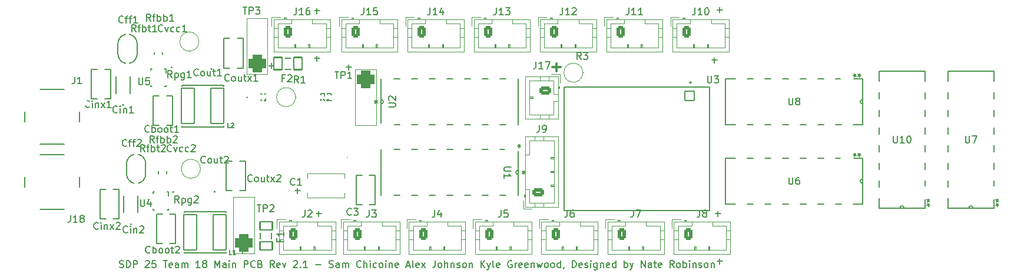
<source format=gto>
G04 #@! TF.GenerationSoftware,KiCad,Pcbnew,7.0.10*
G04 #@! TF.CreationDate,2025-02-28T21:12:07-05:00*
G04 #@! TF.ProjectId,SDP25_MainPCB_V2,53445032-355f-44d6-9169-6e5043425f56,2.1*
G04 #@! TF.SameCoordinates,Original*
G04 #@! TF.FileFunction,Legend,Top*
G04 #@! TF.FilePolarity,Positive*
%FSLAX46Y46*%
G04 Gerber Fmt 4.6, Leading zero omitted, Abs format (unit mm)*
G04 Created by KiCad (PCBNEW 7.0.10) date 2025-02-28 21:12:07*
%MOMM*%
%LPD*%
G01*
G04 APERTURE LIST*
G04 Aperture macros list*
%AMRoundRect*
0 Rectangle with rounded corners*
0 $1 Rounding radius*
0 $2 $3 $4 $5 $6 $7 $8 $9 X,Y pos of 4 corners*
0 Add a 4 corners polygon primitive as box body*
4,1,4,$2,$3,$4,$5,$6,$7,$8,$9,$2,$3,0*
0 Add four circle primitives for the rounded corners*
1,1,$1+$1,$2,$3*
1,1,$1+$1,$4,$5*
1,1,$1+$1,$6,$7*
1,1,$1+$1,$8,$9*
0 Add four rect primitives between the rounded corners*
20,1,$1+$1,$2,$3,$4,$5,0*
20,1,$1+$1,$4,$5,$6,$7,0*
20,1,$1+$1,$6,$7,$8,$9,0*
20,1,$1+$1,$8,$9,$2,$3,0*%
G04 Aperture macros list end*
%ADD10C,0.150000*%
%ADD11C,0.300000*%
%ADD12C,0.254000*%
%ADD13C,0.127000*%
%ADD14C,0.120000*%
%ADD15C,0.152400*%
%ADD16C,0.100000*%
%ADD17C,0.200000*%
%ADD18C,3.054000*%
%ADD19RoundRect,0.250000X0.625000X-0.350000X0.625000X0.350000X-0.625000X0.350000X-0.625000X-0.350000X0*%
%ADD20O,1.750000X1.200000*%
%ADD21RoundRect,0.102000X-0.950000X-2.550000X0.950000X-2.550000X0.950000X2.550000X-0.950000X2.550000X0*%
%ADD22C,1.371600*%
%ADD23R,1.066800X1.447800*%
%ADD24R,0.889000X0.609600*%
%ADD25RoundRect,0.250000X-0.350000X-0.625000X0.350000X-0.625000X0.350000X0.625000X-0.350000X0.625000X0*%
%ADD26O,1.200000X1.750000*%
%ADD27C,1.600000*%
%ADD28O,1.600000X1.600000*%
%ADD29R,1.803400X0.558800*%
%ADD30R,0.655599X0.499999*%
%ADD31C,7.000000*%
%ADD32R,1.295400X1.295400*%
%ADD33C,1.295400*%
%ADD34R,0.889000X0.965200*%
%ADD35RoundRect,0.102000X0.585000X0.900000X-0.585000X0.900000X-0.585000X-0.900000X0.585000X-0.900000X0*%
%ADD36R,1.447800X1.066800*%
%ADD37RoundRect,0.650000X0.650000X-0.650000X0.650000X0.650000X-0.650000X0.650000X-0.650000X-0.650000X0*%
%ADD38C,2.600000*%
%ADD39RoundRect,0.650000X-0.650000X0.650000X-0.650000X-0.650000X0.650000X-0.650000X0.650000X0.650000X0*%
%ADD40R,2.500000X1.500000*%
%ADD41R,7.000000X7.000000*%
%ADD42RoundRect,0.250000X-0.625000X0.350000X-0.625000X-0.350000X0.625000X-0.350000X0.625000X0.350000X0*%
%ADD43C,1.117600*%
%ADD44R,0.249999X0.549999*%
%ADD45R,1.000000X0.249999*%
%ADD46R,1.300000X0.249999*%
%ADD47R,0.549999X0.249999*%
%ADD48R,0.499999X0.655599*%
%ADD49RoundRect,0.102000X-0.679000X0.679000X-0.679000X-0.679000X0.679000X-0.679000X0.679000X0.679000X0*%
%ADD50C,1.562000*%
%ADD51RoundRect,0.102000X-0.900000X0.585000X-0.900000X-0.585000X0.900000X-0.585000X0.900000X0.585000X0*%
G04 APERTURE END LIST*
D10*
X135464779Y-73148866D02*
X136226684Y-73148866D01*
X135845731Y-73529819D02*
X135845731Y-72767914D01*
X135718779Y-95500866D02*
X136480684Y-95500866D01*
X136099731Y-95881819D02*
X136099731Y-95119914D01*
X193122779Y-95500866D02*
X193884684Y-95500866D01*
X193503731Y-95881819D02*
X193503731Y-95119914D01*
X193376779Y-102358866D02*
X194138684Y-102358866D01*
X193757731Y-102739819D02*
X193757731Y-101977914D01*
D11*
X169718510Y-74413400D02*
X170861368Y-74413400D01*
X170289939Y-74984828D02*
X170289939Y-73841971D01*
D10*
X193376779Y-66163866D02*
X194138684Y-66163866D01*
X193757731Y-66544819D02*
X193757731Y-65782914D01*
X124796779Y-100834866D02*
X125558684Y-100834866D01*
X125177731Y-101215819D02*
X125177731Y-100453914D01*
X129711220Y-74171133D02*
X128949316Y-74171133D01*
X129330268Y-73790180D02*
X129330268Y-74552085D01*
X132670779Y-92198866D02*
X133432684Y-92198866D01*
X133051731Y-92579819D02*
X133051731Y-91817914D01*
X107477160Y-103200200D02*
X107620017Y-103247819D01*
X107620017Y-103247819D02*
X107858112Y-103247819D01*
X107858112Y-103247819D02*
X107953350Y-103200200D01*
X107953350Y-103200200D02*
X108000969Y-103152580D01*
X108000969Y-103152580D02*
X108048588Y-103057342D01*
X108048588Y-103057342D02*
X108048588Y-102962104D01*
X108048588Y-102962104D02*
X108000969Y-102866866D01*
X108000969Y-102866866D02*
X107953350Y-102819247D01*
X107953350Y-102819247D02*
X107858112Y-102771628D01*
X107858112Y-102771628D02*
X107667636Y-102724009D01*
X107667636Y-102724009D02*
X107572398Y-102676390D01*
X107572398Y-102676390D02*
X107524779Y-102628771D01*
X107524779Y-102628771D02*
X107477160Y-102533533D01*
X107477160Y-102533533D02*
X107477160Y-102438295D01*
X107477160Y-102438295D02*
X107524779Y-102343057D01*
X107524779Y-102343057D02*
X107572398Y-102295438D01*
X107572398Y-102295438D02*
X107667636Y-102247819D01*
X107667636Y-102247819D02*
X107905731Y-102247819D01*
X107905731Y-102247819D02*
X108048588Y-102295438D01*
X108477160Y-103247819D02*
X108477160Y-102247819D01*
X108477160Y-102247819D02*
X108715255Y-102247819D01*
X108715255Y-102247819D02*
X108858112Y-102295438D01*
X108858112Y-102295438D02*
X108953350Y-102390676D01*
X108953350Y-102390676D02*
X109000969Y-102485914D01*
X109000969Y-102485914D02*
X109048588Y-102676390D01*
X109048588Y-102676390D02*
X109048588Y-102819247D01*
X109048588Y-102819247D02*
X109000969Y-103009723D01*
X109000969Y-103009723D02*
X108953350Y-103104961D01*
X108953350Y-103104961D02*
X108858112Y-103200200D01*
X108858112Y-103200200D02*
X108715255Y-103247819D01*
X108715255Y-103247819D02*
X108477160Y-103247819D01*
X109477160Y-103247819D02*
X109477160Y-102247819D01*
X109477160Y-102247819D02*
X109858112Y-102247819D01*
X109858112Y-102247819D02*
X109953350Y-102295438D01*
X109953350Y-102295438D02*
X110000969Y-102343057D01*
X110000969Y-102343057D02*
X110048588Y-102438295D01*
X110048588Y-102438295D02*
X110048588Y-102581152D01*
X110048588Y-102581152D02*
X110000969Y-102676390D01*
X110000969Y-102676390D02*
X109953350Y-102724009D01*
X109953350Y-102724009D02*
X109858112Y-102771628D01*
X109858112Y-102771628D02*
X109477160Y-102771628D01*
X111191446Y-102343057D02*
X111239065Y-102295438D01*
X111239065Y-102295438D02*
X111334303Y-102247819D01*
X111334303Y-102247819D02*
X111572398Y-102247819D01*
X111572398Y-102247819D02*
X111667636Y-102295438D01*
X111667636Y-102295438D02*
X111715255Y-102343057D01*
X111715255Y-102343057D02*
X111762874Y-102438295D01*
X111762874Y-102438295D02*
X111762874Y-102533533D01*
X111762874Y-102533533D02*
X111715255Y-102676390D01*
X111715255Y-102676390D02*
X111143827Y-103247819D01*
X111143827Y-103247819D02*
X111762874Y-103247819D01*
X112667636Y-102247819D02*
X112191446Y-102247819D01*
X112191446Y-102247819D02*
X112143827Y-102724009D01*
X112143827Y-102724009D02*
X112191446Y-102676390D01*
X112191446Y-102676390D02*
X112286684Y-102628771D01*
X112286684Y-102628771D02*
X112524779Y-102628771D01*
X112524779Y-102628771D02*
X112620017Y-102676390D01*
X112620017Y-102676390D02*
X112667636Y-102724009D01*
X112667636Y-102724009D02*
X112715255Y-102819247D01*
X112715255Y-102819247D02*
X112715255Y-103057342D01*
X112715255Y-103057342D02*
X112667636Y-103152580D01*
X112667636Y-103152580D02*
X112620017Y-103200200D01*
X112620017Y-103200200D02*
X112524779Y-103247819D01*
X112524779Y-103247819D02*
X112286684Y-103247819D01*
X112286684Y-103247819D02*
X112191446Y-103200200D01*
X112191446Y-103200200D02*
X112143827Y-103152580D01*
X113762875Y-102247819D02*
X114334303Y-102247819D01*
X114048589Y-103247819D02*
X114048589Y-102247819D01*
X115048589Y-103200200D02*
X114953351Y-103247819D01*
X114953351Y-103247819D02*
X114762875Y-103247819D01*
X114762875Y-103247819D02*
X114667637Y-103200200D01*
X114667637Y-103200200D02*
X114620018Y-103104961D01*
X114620018Y-103104961D02*
X114620018Y-102724009D01*
X114620018Y-102724009D02*
X114667637Y-102628771D01*
X114667637Y-102628771D02*
X114762875Y-102581152D01*
X114762875Y-102581152D02*
X114953351Y-102581152D01*
X114953351Y-102581152D02*
X115048589Y-102628771D01*
X115048589Y-102628771D02*
X115096208Y-102724009D01*
X115096208Y-102724009D02*
X115096208Y-102819247D01*
X115096208Y-102819247D02*
X114620018Y-102914485D01*
X115953351Y-103247819D02*
X115953351Y-102724009D01*
X115953351Y-102724009D02*
X115905732Y-102628771D01*
X115905732Y-102628771D02*
X115810494Y-102581152D01*
X115810494Y-102581152D02*
X115620018Y-102581152D01*
X115620018Y-102581152D02*
X115524780Y-102628771D01*
X115953351Y-103200200D02*
X115858113Y-103247819D01*
X115858113Y-103247819D02*
X115620018Y-103247819D01*
X115620018Y-103247819D02*
X115524780Y-103200200D01*
X115524780Y-103200200D02*
X115477161Y-103104961D01*
X115477161Y-103104961D02*
X115477161Y-103009723D01*
X115477161Y-103009723D02*
X115524780Y-102914485D01*
X115524780Y-102914485D02*
X115620018Y-102866866D01*
X115620018Y-102866866D02*
X115858113Y-102866866D01*
X115858113Y-102866866D02*
X115953351Y-102819247D01*
X116429542Y-103247819D02*
X116429542Y-102581152D01*
X116429542Y-102676390D02*
X116477161Y-102628771D01*
X116477161Y-102628771D02*
X116572399Y-102581152D01*
X116572399Y-102581152D02*
X116715256Y-102581152D01*
X116715256Y-102581152D02*
X116810494Y-102628771D01*
X116810494Y-102628771D02*
X116858113Y-102724009D01*
X116858113Y-102724009D02*
X116858113Y-103247819D01*
X116858113Y-102724009D02*
X116905732Y-102628771D01*
X116905732Y-102628771D02*
X117000970Y-102581152D01*
X117000970Y-102581152D02*
X117143827Y-102581152D01*
X117143827Y-102581152D02*
X117239066Y-102628771D01*
X117239066Y-102628771D02*
X117286685Y-102724009D01*
X117286685Y-102724009D02*
X117286685Y-103247819D01*
X119048589Y-103247819D02*
X118477161Y-103247819D01*
X118762875Y-103247819D02*
X118762875Y-102247819D01*
X118762875Y-102247819D02*
X118667637Y-102390676D01*
X118667637Y-102390676D02*
X118572399Y-102485914D01*
X118572399Y-102485914D02*
X118477161Y-102533533D01*
X119620018Y-102676390D02*
X119524780Y-102628771D01*
X119524780Y-102628771D02*
X119477161Y-102581152D01*
X119477161Y-102581152D02*
X119429542Y-102485914D01*
X119429542Y-102485914D02*
X119429542Y-102438295D01*
X119429542Y-102438295D02*
X119477161Y-102343057D01*
X119477161Y-102343057D02*
X119524780Y-102295438D01*
X119524780Y-102295438D02*
X119620018Y-102247819D01*
X119620018Y-102247819D02*
X119810494Y-102247819D01*
X119810494Y-102247819D02*
X119905732Y-102295438D01*
X119905732Y-102295438D02*
X119953351Y-102343057D01*
X119953351Y-102343057D02*
X120000970Y-102438295D01*
X120000970Y-102438295D02*
X120000970Y-102485914D01*
X120000970Y-102485914D02*
X119953351Y-102581152D01*
X119953351Y-102581152D02*
X119905732Y-102628771D01*
X119905732Y-102628771D02*
X119810494Y-102676390D01*
X119810494Y-102676390D02*
X119620018Y-102676390D01*
X119620018Y-102676390D02*
X119524780Y-102724009D01*
X119524780Y-102724009D02*
X119477161Y-102771628D01*
X119477161Y-102771628D02*
X119429542Y-102866866D01*
X119429542Y-102866866D02*
X119429542Y-103057342D01*
X119429542Y-103057342D02*
X119477161Y-103152580D01*
X119477161Y-103152580D02*
X119524780Y-103200200D01*
X119524780Y-103200200D02*
X119620018Y-103247819D01*
X119620018Y-103247819D02*
X119810494Y-103247819D01*
X119810494Y-103247819D02*
X119905732Y-103200200D01*
X119905732Y-103200200D02*
X119953351Y-103152580D01*
X119953351Y-103152580D02*
X120000970Y-103057342D01*
X120000970Y-103057342D02*
X120000970Y-102866866D01*
X120000970Y-102866866D02*
X119953351Y-102771628D01*
X119953351Y-102771628D02*
X119905732Y-102724009D01*
X119905732Y-102724009D02*
X119810494Y-102676390D01*
X121191447Y-103247819D02*
X121191447Y-102247819D01*
X121191447Y-102247819D02*
X121524780Y-102962104D01*
X121524780Y-102962104D02*
X121858113Y-102247819D01*
X121858113Y-102247819D02*
X121858113Y-103247819D01*
X122762875Y-103247819D02*
X122762875Y-102724009D01*
X122762875Y-102724009D02*
X122715256Y-102628771D01*
X122715256Y-102628771D02*
X122620018Y-102581152D01*
X122620018Y-102581152D02*
X122429542Y-102581152D01*
X122429542Y-102581152D02*
X122334304Y-102628771D01*
X122762875Y-103200200D02*
X122667637Y-103247819D01*
X122667637Y-103247819D02*
X122429542Y-103247819D01*
X122429542Y-103247819D02*
X122334304Y-103200200D01*
X122334304Y-103200200D02*
X122286685Y-103104961D01*
X122286685Y-103104961D02*
X122286685Y-103009723D01*
X122286685Y-103009723D02*
X122334304Y-102914485D01*
X122334304Y-102914485D02*
X122429542Y-102866866D01*
X122429542Y-102866866D02*
X122667637Y-102866866D01*
X122667637Y-102866866D02*
X122762875Y-102819247D01*
X123239066Y-103247819D02*
X123239066Y-102581152D01*
X123239066Y-102247819D02*
X123191447Y-102295438D01*
X123191447Y-102295438D02*
X123239066Y-102343057D01*
X123239066Y-102343057D02*
X123286685Y-102295438D01*
X123286685Y-102295438D02*
X123239066Y-102247819D01*
X123239066Y-102247819D02*
X123239066Y-102343057D01*
X123715256Y-102581152D02*
X123715256Y-103247819D01*
X123715256Y-102676390D02*
X123762875Y-102628771D01*
X123762875Y-102628771D02*
X123858113Y-102581152D01*
X123858113Y-102581152D02*
X124000970Y-102581152D01*
X124000970Y-102581152D02*
X124096208Y-102628771D01*
X124096208Y-102628771D02*
X124143827Y-102724009D01*
X124143827Y-102724009D02*
X124143827Y-103247819D01*
X125381923Y-103247819D02*
X125381923Y-102247819D01*
X125381923Y-102247819D02*
X125762875Y-102247819D01*
X125762875Y-102247819D02*
X125858113Y-102295438D01*
X125858113Y-102295438D02*
X125905732Y-102343057D01*
X125905732Y-102343057D02*
X125953351Y-102438295D01*
X125953351Y-102438295D02*
X125953351Y-102581152D01*
X125953351Y-102581152D02*
X125905732Y-102676390D01*
X125905732Y-102676390D02*
X125858113Y-102724009D01*
X125858113Y-102724009D02*
X125762875Y-102771628D01*
X125762875Y-102771628D02*
X125381923Y-102771628D01*
X126953351Y-103152580D02*
X126905732Y-103200200D01*
X126905732Y-103200200D02*
X126762875Y-103247819D01*
X126762875Y-103247819D02*
X126667637Y-103247819D01*
X126667637Y-103247819D02*
X126524780Y-103200200D01*
X126524780Y-103200200D02*
X126429542Y-103104961D01*
X126429542Y-103104961D02*
X126381923Y-103009723D01*
X126381923Y-103009723D02*
X126334304Y-102819247D01*
X126334304Y-102819247D02*
X126334304Y-102676390D01*
X126334304Y-102676390D02*
X126381923Y-102485914D01*
X126381923Y-102485914D02*
X126429542Y-102390676D01*
X126429542Y-102390676D02*
X126524780Y-102295438D01*
X126524780Y-102295438D02*
X126667637Y-102247819D01*
X126667637Y-102247819D02*
X126762875Y-102247819D01*
X126762875Y-102247819D02*
X126905732Y-102295438D01*
X126905732Y-102295438D02*
X126953351Y-102343057D01*
X127715256Y-102724009D02*
X127858113Y-102771628D01*
X127858113Y-102771628D02*
X127905732Y-102819247D01*
X127905732Y-102819247D02*
X127953351Y-102914485D01*
X127953351Y-102914485D02*
X127953351Y-103057342D01*
X127953351Y-103057342D02*
X127905732Y-103152580D01*
X127905732Y-103152580D02*
X127858113Y-103200200D01*
X127858113Y-103200200D02*
X127762875Y-103247819D01*
X127762875Y-103247819D02*
X127381923Y-103247819D01*
X127381923Y-103247819D02*
X127381923Y-102247819D01*
X127381923Y-102247819D02*
X127715256Y-102247819D01*
X127715256Y-102247819D02*
X127810494Y-102295438D01*
X127810494Y-102295438D02*
X127858113Y-102343057D01*
X127858113Y-102343057D02*
X127905732Y-102438295D01*
X127905732Y-102438295D02*
X127905732Y-102533533D01*
X127905732Y-102533533D02*
X127858113Y-102628771D01*
X127858113Y-102628771D02*
X127810494Y-102676390D01*
X127810494Y-102676390D02*
X127715256Y-102724009D01*
X127715256Y-102724009D02*
X127381923Y-102724009D01*
X129715256Y-103247819D02*
X129381923Y-102771628D01*
X129143828Y-103247819D02*
X129143828Y-102247819D01*
X129143828Y-102247819D02*
X129524780Y-102247819D01*
X129524780Y-102247819D02*
X129620018Y-102295438D01*
X129620018Y-102295438D02*
X129667637Y-102343057D01*
X129667637Y-102343057D02*
X129715256Y-102438295D01*
X129715256Y-102438295D02*
X129715256Y-102581152D01*
X129715256Y-102581152D02*
X129667637Y-102676390D01*
X129667637Y-102676390D02*
X129620018Y-102724009D01*
X129620018Y-102724009D02*
X129524780Y-102771628D01*
X129524780Y-102771628D02*
X129143828Y-102771628D01*
X130524780Y-103200200D02*
X130429542Y-103247819D01*
X130429542Y-103247819D02*
X130239066Y-103247819D01*
X130239066Y-103247819D02*
X130143828Y-103200200D01*
X130143828Y-103200200D02*
X130096209Y-103104961D01*
X130096209Y-103104961D02*
X130096209Y-102724009D01*
X130096209Y-102724009D02*
X130143828Y-102628771D01*
X130143828Y-102628771D02*
X130239066Y-102581152D01*
X130239066Y-102581152D02*
X130429542Y-102581152D01*
X130429542Y-102581152D02*
X130524780Y-102628771D01*
X130524780Y-102628771D02*
X130572399Y-102724009D01*
X130572399Y-102724009D02*
X130572399Y-102819247D01*
X130572399Y-102819247D02*
X130096209Y-102914485D01*
X130905733Y-102581152D02*
X131143828Y-103247819D01*
X131143828Y-103247819D02*
X131381923Y-102581152D01*
X132477162Y-102343057D02*
X132524781Y-102295438D01*
X132524781Y-102295438D02*
X132620019Y-102247819D01*
X132620019Y-102247819D02*
X132858114Y-102247819D01*
X132858114Y-102247819D02*
X132953352Y-102295438D01*
X132953352Y-102295438D02*
X133000971Y-102343057D01*
X133000971Y-102343057D02*
X133048590Y-102438295D01*
X133048590Y-102438295D02*
X133048590Y-102533533D01*
X133048590Y-102533533D02*
X133000971Y-102676390D01*
X133000971Y-102676390D02*
X132429543Y-103247819D01*
X132429543Y-103247819D02*
X133048590Y-103247819D01*
X133477162Y-103152580D02*
X133524781Y-103200200D01*
X133524781Y-103200200D02*
X133477162Y-103247819D01*
X133477162Y-103247819D02*
X133429543Y-103200200D01*
X133429543Y-103200200D02*
X133477162Y-103152580D01*
X133477162Y-103152580D02*
X133477162Y-103247819D01*
X134477161Y-103247819D02*
X133905733Y-103247819D01*
X134191447Y-103247819D02*
X134191447Y-102247819D01*
X134191447Y-102247819D02*
X134096209Y-102390676D01*
X134096209Y-102390676D02*
X134000971Y-102485914D01*
X134000971Y-102485914D02*
X133905733Y-102533533D01*
X135667638Y-102866866D02*
X136429543Y-102866866D01*
X137620019Y-103200200D02*
X137762876Y-103247819D01*
X137762876Y-103247819D02*
X138000971Y-103247819D01*
X138000971Y-103247819D02*
X138096209Y-103200200D01*
X138096209Y-103200200D02*
X138143828Y-103152580D01*
X138143828Y-103152580D02*
X138191447Y-103057342D01*
X138191447Y-103057342D02*
X138191447Y-102962104D01*
X138191447Y-102962104D02*
X138143828Y-102866866D01*
X138143828Y-102866866D02*
X138096209Y-102819247D01*
X138096209Y-102819247D02*
X138000971Y-102771628D01*
X138000971Y-102771628D02*
X137810495Y-102724009D01*
X137810495Y-102724009D02*
X137715257Y-102676390D01*
X137715257Y-102676390D02*
X137667638Y-102628771D01*
X137667638Y-102628771D02*
X137620019Y-102533533D01*
X137620019Y-102533533D02*
X137620019Y-102438295D01*
X137620019Y-102438295D02*
X137667638Y-102343057D01*
X137667638Y-102343057D02*
X137715257Y-102295438D01*
X137715257Y-102295438D02*
X137810495Y-102247819D01*
X137810495Y-102247819D02*
X138048590Y-102247819D01*
X138048590Y-102247819D02*
X138191447Y-102295438D01*
X139048590Y-103247819D02*
X139048590Y-102724009D01*
X139048590Y-102724009D02*
X139000971Y-102628771D01*
X139000971Y-102628771D02*
X138905733Y-102581152D01*
X138905733Y-102581152D02*
X138715257Y-102581152D01*
X138715257Y-102581152D02*
X138620019Y-102628771D01*
X139048590Y-103200200D02*
X138953352Y-103247819D01*
X138953352Y-103247819D02*
X138715257Y-103247819D01*
X138715257Y-103247819D02*
X138620019Y-103200200D01*
X138620019Y-103200200D02*
X138572400Y-103104961D01*
X138572400Y-103104961D02*
X138572400Y-103009723D01*
X138572400Y-103009723D02*
X138620019Y-102914485D01*
X138620019Y-102914485D02*
X138715257Y-102866866D01*
X138715257Y-102866866D02*
X138953352Y-102866866D01*
X138953352Y-102866866D02*
X139048590Y-102819247D01*
X139524781Y-103247819D02*
X139524781Y-102581152D01*
X139524781Y-102676390D02*
X139572400Y-102628771D01*
X139572400Y-102628771D02*
X139667638Y-102581152D01*
X139667638Y-102581152D02*
X139810495Y-102581152D01*
X139810495Y-102581152D02*
X139905733Y-102628771D01*
X139905733Y-102628771D02*
X139953352Y-102724009D01*
X139953352Y-102724009D02*
X139953352Y-103247819D01*
X139953352Y-102724009D02*
X140000971Y-102628771D01*
X140000971Y-102628771D02*
X140096209Y-102581152D01*
X140096209Y-102581152D02*
X140239066Y-102581152D01*
X140239066Y-102581152D02*
X140334305Y-102628771D01*
X140334305Y-102628771D02*
X140381924Y-102724009D01*
X140381924Y-102724009D02*
X140381924Y-103247819D01*
X142191447Y-103152580D02*
X142143828Y-103200200D01*
X142143828Y-103200200D02*
X142000971Y-103247819D01*
X142000971Y-103247819D02*
X141905733Y-103247819D01*
X141905733Y-103247819D02*
X141762876Y-103200200D01*
X141762876Y-103200200D02*
X141667638Y-103104961D01*
X141667638Y-103104961D02*
X141620019Y-103009723D01*
X141620019Y-103009723D02*
X141572400Y-102819247D01*
X141572400Y-102819247D02*
X141572400Y-102676390D01*
X141572400Y-102676390D02*
X141620019Y-102485914D01*
X141620019Y-102485914D02*
X141667638Y-102390676D01*
X141667638Y-102390676D02*
X141762876Y-102295438D01*
X141762876Y-102295438D02*
X141905733Y-102247819D01*
X141905733Y-102247819D02*
X142000971Y-102247819D01*
X142000971Y-102247819D02*
X142143828Y-102295438D01*
X142143828Y-102295438D02*
X142191447Y-102343057D01*
X142620019Y-103247819D02*
X142620019Y-102247819D01*
X143048590Y-103247819D02*
X143048590Y-102724009D01*
X143048590Y-102724009D02*
X143000971Y-102628771D01*
X143000971Y-102628771D02*
X142905733Y-102581152D01*
X142905733Y-102581152D02*
X142762876Y-102581152D01*
X142762876Y-102581152D02*
X142667638Y-102628771D01*
X142667638Y-102628771D02*
X142620019Y-102676390D01*
X143524781Y-103247819D02*
X143524781Y-102581152D01*
X143524781Y-102247819D02*
X143477162Y-102295438D01*
X143477162Y-102295438D02*
X143524781Y-102343057D01*
X143524781Y-102343057D02*
X143572400Y-102295438D01*
X143572400Y-102295438D02*
X143524781Y-102247819D01*
X143524781Y-102247819D02*
X143524781Y-102343057D01*
X144429542Y-103200200D02*
X144334304Y-103247819D01*
X144334304Y-103247819D02*
X144143828Y-103247819D01*
X144143828Y-103247819D02*
X144048590Y-103200200D01*
X144048590Y-103200200D02*
X144000971Y-103152580D01*
X144000971Y-103152580D02*
X143953352Y-103057342D01*
X143953352Y-103057342D02*
X143953352Y-102771628D01*
X143953352Y-102771628D02*
X144000971Y-102676390D01*
X144000971Y-102676390D02*
X144048590Y-102628771D01*
X144048590Y-102628771D02*
X144143828Y-102581152D01*
X144143828Y-102581152D02*
X144334304Y-102581152D01*
X144334304Y-102581152D02*
X144429542Y-102628771D01*
X145000971Y-103247819D02*
X144905733Y-103200200D01*
X144905733Y-103200200D02*
X144858114Y-103152580D01*
X144858114Y-103152580D02*
X144810495Y-103057342D01*
X144810495Y-103057342D02*
X144810495Y-102771628D01*
X144810495Y-102771628D02*
X144858114Y-102676390D01*
X144858114Y-102676390D02*
X144905733Y-102628771D01*
X144905733Y-102628771D02*
X145000971Y-102581152D01*
X145000971Y-102581152D02*
X145143828Y-102581152D01*
X145143828Y-102581152D02*
X145239066Y-102628771D01*
X145239066Y-102628771D02*
X145286685Y-102676390D01*
X145286685Y-102676390D02*
X145334304Y-102771628D01*
X145334304Y-102771628D02*
X145334304Y-103057342D01*
X145334304Y-103057342D02*
X145286685Y-103152580D01*
X145286685Y-103152580D02*
X145239066Y-103200200D01*
X145239066Y-103200200D02*
X145143828Y-103247819D01*
X145143828Y-103247819D02*
X145000971Y-103247819D01*
X145762876Y-103247819D02*
X145762876Y-102581152D01*
X145762876Y-102247819D02*
X145715257Y-102295438D01*
X145715257Y-102295438D02*
X145762876Y-102343057D01*
X145762876Y-102343057D02*
X145810495Y-102295438D01*
X145810495Y-102295438D02*
X145762876Y-102247819D01*
X145762876Y-102247819D02*
X145762876Y-102343057D01*
X146239066Y-102581152D02*
X146239066Y-103247819D01*
X146239066Y-102676390D02*
X146286685Y-102628771D01*
X146286685Y-102628771D02*
X146381923Y-102581152D01*
X146381923Y-102581152D02*
X146524780Y-102581152D01*
X146524780Y-102581152D02*
X146620018Y-102628771D01*
X146620018Y-102628771D02*
X146667637Y-102724009D01*
X146667637Y-102724009D02*
X146667637Y-103247819D01*
X147524780Y-103200200D02*
X147429542Y-103247819D01*
X147429542Y-103247819D02*
X147239066Y-103247819D01*
X147239066Y-103247819D02*
X147143828Y-103200200D01*
X147143828Y-103200200D02*
X147096209Y-103104961D01*
X147096209Y-103104961D02*
X147096209Y-102724009D01*
X147096209Y-102724009D02*
X147143828Y-102628771D01*
X147143828Y-102628771D02*
X147239066Y-102581152D01*
X147239066Y-102581152D02*
X147429542Y-102581152D01*
X147429542Y-102581152D02*
X147524780Y-102628771D01*
X147524780Y-102628771D02*
X147572399Y-102724009D01*
X147572399Y-102724009D02*
X147572399Y-102819247D01*
X147572399Y-102819247D02*
X147096209Y-102914485D01*
X148715257Y-102962104D02*
X149191447Y-102962104D01*
X148620019Y-103247819D02*
X148953352Y-102247819D01*
X148953352Y-102247819D02*
X149286685Y-103247819D01*
X149762876Y-103247819D02*
X149667638Y-103200200D01*
X149667638Y-103200200D02*
X149620019Y-103104961D01*
X149620019Y-103104961D02*
X149620019Y-102247819D01*
X150524781Y-103200200D02*
X150429543Y-103247819D01*
X150429543Y-103247819D02*
X150239067Y-103247819D01*
X150239067Y-103247819D02*
X150143829Y-103200200D01*
X150143829Y-103200200D02*
X150096210Y-103104961D01*
X150096210Y-103104961D02*
X150096210Y-102724009D01*
X150096210Y-102724009D02*
X150143829Y-102628771D01*
X150143829Y-102628771D02*
X150239067Y-102581152D01*
X150239067Y-102581152D02*
X150429543Y-102581152D01*
X150429543Y-102581152D02*
X150524781Y-102628771D01*
X150524781Y-102628771D02*
X150572400Y-102724009D01*
X150572400Y-102724009D02*
X150572400Y-102819247D01*
X150572400Y-102819247D02*
X150096210Y-102914485D01*
X150905734Y-103247819D02*
X151429543Y-102581152D01*
X150905734Y-102581152D02*
X151429543Y-103247819D01*
X152858115Y-102247819D02*
X152858115Y-102962104D01*
X152858115Y-102962104D02*
X152810496Y-103104961D01*
X152810496Y-103104961D02*
X152715258Y-103200200D01*
X152715258Y-103200200D02*
X152572401Y-103247819D01*
X152572401Y-103247819D02*
X152477163Y-103247819D01*
X153477163Y-103247819D02*
X153381925Y-103200200D01*
X153381925Y-103200200D02*
X153334306Y-103152580D01*
X153334306Y-103152580D02*
X153286687Y-103057342D01*
X153286687Y-103057342D02*
X153286687Y-102771628D01*
X153286687Y-102771628D02*
X153334306Y-102676390D01*
X153334306Y-102676390D02*
X153381925Y-102628771D01*
X153381925Y-102628771D02*
X153477163Y-102581152D01*
X153477163Y-102581152D02*
X153620020Y-102581152D01*
X153620020Y-102581152D02*
X153715258Y-102628771D01*
X153715258Y-102628771D02*
X153762877Y-102676390D01*
X153762877Y-102676390D02*
X153810496Y-102771628D01*
X153810496Y-102771628D02*
X153810496Y-103057342D01*
X153810496Y-103057342D02*
X153762877Y-103152580D01*
X153762877Y-103152580D02*
X153715258Y-103200200D01*
X153715258Y-103200200D02*
X153620020Y-103247819D01*
X153620020Y-103247819D02*
X153477163Y-103247819D01*
X154239068Y-103247819D02*
X154239068Y-102247819D01*
X154667639Y-103247819D02*
X154667639Y-102724009D01*
X154667639Y-102724009D02*
X154620020Y-102628771D01*
X154620020Y-102628771D02*
X154524782Y-102581152D01*
X154524782Y-102581152D02*
X154381925Y-102581152D01*
X154381925Y-102581152D02*
X154286687Y-102628771D01*
X154286687Y-102628771D02*
X154239068Y-102676390D01*
X155143830Y-102581152D02*
X155143830Y-103247819D01*
X155143830Y-102676390D02*
X155191449Y-102628771D01*
X155191449Y-102628771D02*
X155286687Y-102581152D01*
X155286687Y-102581152D02*
X155429544Y-102581152D01*
X155429544Y-102581152D02*
X155524782Y-102628771D01*
X155524782Y-102628771D02*
X155572401Y-102724009D01*
X155572401Y-102724009D02*
X155572401Y-103247819D01*
X156000973Y-103200200D02*
X156096211Y-103247819D01*
X156096211Y-103247819D02*
X156286687Y-103247819D01*
X156286687Y-103247819D02*
X156381925Y-103200200D01*
X156381925Y-103200200D02*
X156429544Y-103104961D01*
X156429544Y-103104961D02*
X156429544Y-103057342D01*
X156429544Y-103057342D02*
X156381925Y-102962104D01*
X156381925Y-102962104D02*
X156286687Y-102914485D01*
X156286687Y-102914485D02*
X156143830Y-102914485D01*
X156143830Y-102914485D02*
X156048592Y-102866866D01*
X156048592Y-102866866D02*
X156000973Y-102771628D01*
X156000973Y-102771628D02*
X156000973Y-102724009D01*
X156000973Y-102724009D02*
X156048592Y-102628771D01*
X156048592Y-102628771D02*
X156143830Y-102581152D01*
X156143830Y-102581152D02*
X156286687Y-102581152D01*
X156286687Y-102581152D02*
X156381925Y-102628771D01*
X157000973Y-103247819D02*
X156905735Y-103200200D01*
X156905735Y-103200200D02*
X156858116Y-103152580D01*
X156858116Y-103152580D02*
X156810497Y-103057342D01*
X156810497Y-103057342D02*
X156810497Y-102771628D01*
X156810497Y-102771628D02*
X156858116Y-102676390D01*
X156858116Y-102676390D02*
X156905735Y-102628771D01*
X156905735Y-102628771D02*
X157000973Y-102581152D01*
X157000973Y-102581152D02*
X157143830Y-102581152D01*
X157143830Y-102581152D02*
X157239068Y-102628771D01*
X157239068Y-102628771D02*
X157286687Y-102676390D01*
X157286687Y-102676390D02*
X157334306Y-102771628D01*
X157334306Y-102771628D02*
X157334306Y-103057342D01*
X157334306Y-103057342D02*
X157286687Y-103152580D01*
X157286687Y-103152580D02*
X157239068Y-103200200D01*
X157239068Y-103200200D02*
X157143830Y-103247819D01*
X157143830Y-103247819D02*
X157000973Y-103247819D01*
X157762878Y-102581152D02*
X157762878Y-103247819D01*
X157762878Y-102676390D02*
X157810497Y-102628771D01*
X157810497Y-102628771D02*
X157905735Y-102581152D01*
X157905735Y-102581152D02*
X158048592Y-102581152D01*
X158048592Y-102581152D02*
X158143830Y-102628771D01*
X158143830Y-102628771D02*
X158191449Y-102724009D01*
X158191449Y-102724009D02*
X158191449Y-103247819D01*
X159429545Y-103247819D02*
X159429545Y-102247819D01*
X160000973Y-103247819D02*
X159572402Y-102676390D01*
X160000973Y-102247819D02*
X159429545Y-102819247D01*
X160334307Y-102581152D02*
X160572402Y-103247819D01*
X160810497Y-102581152D02*
X160572402Y-103247819D01*
X160572402Y-103247819D02*
X160477164Y-103485914D01*
X160477164Y-103485914D02*
X160429545Y-103533533D01*
X160429545Y-103533533D02*
X160334307Y-103581152D01*
X161334307Y-103247819D02*
X161239069Y-103200200D01*
X161239069Y-103200200D02*
X161191450Y-103104961D01*
X161191450Y-103104961D02*
X161191450Y-102247819D01*
X162096212Y-103200200D02*
X162000974Y-103247819D01*
X162000974Y-103247819D02*
X161810498Y-103247819D01*
X161810498Y-103247819D02*
X161715260Y-103200200D01*
X161715260Y-103200200D02*
X161667641Y-103104961D01*
X161667641Y-103104961D02*
X161667641Y-102724009D01*
X161667641Y-102724009D02*
X161715260Y-102628771D01*
X161715260Y-102628771D02*
X161810498Y-102581152D01*
X161810498Y-102581152D02*
X162000974Y-102581152D01*
X162000974Y-102581152D02*
X162096212Y-102628771D01*
X162096212Y-102628771D02*
X162143831Y-102724009D01*
X162143831Y-102724009D02*
X162143831Y-102819247D01*
X162143831Y-102819247D02*
X161667641Y-102914485D01*
X163858117Y-102295438D02*
X163762879Y-102247819D01*
X163762879Y-102247819D02*
X163620022Y-102247819D01*
X163620022Y-102247819D02*
X163477165Y-102295438D01*
X163477165Y-102295438D02*
X163381927Y-102390676D01*
X163381927Y-102390676D02*
X163334308Y-102485914D01*
X163334308Y-102485914D02*
X163286689Y-102676390D01*
X163286689Y-102676390D02*
X163286689Y-102819247D01*
X163286689Y-102819247D02*
X163334308Y-103009723D01*
X163334308Y-103009723D02*
X163381927Y-103104961D01*
X163381927Y-103104961D02*
X163477165Y-103200200D01*
X163477165Y-103200200D02*
X163620022Y-103247819D01*
X163620022Y-103247819D02*
X163715260Y-103247819D01*
X163715260Y-103247819D02*
X163858117Y-103200200D01*
X163858117Y-103200200D02*
X163905736Y-103152580D01*
X163905736Y-103152580D02*
X163905736Y-102819247D01*
X163905736Y-102819247D02*
X163715260Y-102819247D01*
X164334308Y-103247819D02*
X164334308Y-102581152D01*
X164334308Y-102771628D02*
X164381927Y-102676390D01*
X164381927Y-102676390D02*
X164429546Y-102628771D01*
X164429546Y-102628771D02*
X164524784Y-102581152D01*
X164524784Y-102581152D02*
X164620022Y-102581152D01*
X165334308Y-103200200D02*
X165239070Y-103247819D01*
X165239070Y-103247819D02*
X165048594Y-103247819D01*
X165048594Y-103247819D02*
X164953356Y-103200200D01*
X164953356Y-103200200D02*
X164905737Y-103104961D01*
X164905737Y-103104961D02*
X164905737Y-102724009D01*
X164905737Y-102724009D02*
X164953356Y-102628771D01*
X164953356Y-102628771D02*
X165048594Y-102581152D01*
X165048594Y-102581152D02*
X165239070Y-102581152D01*
X165239070Y-102581152D02*
X165334308Y-102628771D01*
X165334308Y-102628771D02*
X165381927Y-102724009D01*
X165381927Y-102724009D02*
X165381927Y-102819247D01*
X165381927Y-102819247D02*
X164905737Y-102914485D01*
X166191451Y-103200200D02*
X166096213Y-103247819D01*
X166096213Y-103247819D02*
X165905737Y-103247819D01*
X165905737Y-103247819D02*
X165810499Y-103200200D01*
X165810499Y-103200200D02*
X165762880Y-103104961D01*
X165762880Y-103104961D02*
X165762880Y-102724009D01*
X165762880Y-102724009D02*
X165810499Y-102628771D01*
X165810499Y-102628771D02*
X165905737Y-102581152D01*
X165905737Y-102581152D02*
X166096213Y-102581152D01*
X166096213Y-102581152D02*
X166191451Y-102628771D01*
X166191451Y-102628771D02*
X166239070Y-102724009D01*
X166239070Y-102724009D02*
X166239070Y-102819247D01*
X166239070Y-102819247D02*
X165762880Y-102914485D01*
X166667642Y-102581152D02*
X166667642Y-103247819D01*
X166667642Y-102676390D02*
X166715261Y-102628771D01*
X166715261Y-102628771D02*
X166810499Y-102581152D01*
X166810499Y-102581152D02*
X166953356Y-102581152D01*
X166953356Y-102581152D02*
X167048594Y-102628771D01*
X167048594Y-102628771D02*
X167096213Y-102724009D01*
X167096213Y-102724009D02*
X167096213Y-103247819D01*
X167477166Y-102581152D02*
X167667642Y-103247819D01*
X167667642Y-103247819D02*
X167858118Y-102771628D01*
X167858118Y-102771628D02*
X168048594Y-103247819D01*
X168048594Y-103247819D02*
X168239070Y-102581152D01*
X168762880Y-103247819D02*
X168667642Y-103200200D01*
X168667642Y-103200200D02*
X168620023Y-103152580D01*
X168620023Y-103152580D02*
X168572404Y-103057342D01*
X168572404Y-103057342D02*
X168572404Y-102771628D01*
X168572404Y-102771628D02*
X168620023Y-102676390D01*
X168620023Y-102676390D02*
X168667642Y-102628771D01*
X168667642Y-102628771D02*
X168762880Y-102581152D01*
X168762880Y-102581152D02*
X168905737Y-102581152D01*
X168905737Y-102581152D02*
X169000975Y-102628771D01*
X169000975Y-102628771D02*
X169048594Y-102676390D01*
X169048594Y-102676390D02*
X169096213Y-102771628D01*
X169096213Y-102771628D02*
X169096213Y-103057342D01*
X169096213Y-103057342D02*
X169048594Y-103152580D01*
X169048594Y-103152580D02*
X169000975Y-103200200D01*
X169000975Y-103200200D02*
X168905737Y-103247819D01*
X168905737Y-103247819D02*
X168762880Y-103247819D01*
X169667642Y-103247819D02*
X169572404Y-103200200D01*
X169572404Y-103200200D02*
X169524785Y-103152580D01*
X169524785Y-103152580D02*
X169477166Y-103057342D01*
X169477166Y-103057342D02*
X169477166Y-102771628D01*
X169477166Y-102771628D02*
X169524785Y-102676390D01*
X169524785Y-102676390D02*
X169572404Y-102628771D01*
X169572404Y-102628771D02*
X169667642Y-102581152D01*
X169667642Y-102581152D02*
X169810499Y-102581152D01*
X169810499Y-102581152D02*
X169905737Y-102628771D01*
X169905737Y-102628771D02*
X169953356Y-102676390D01*
X169953356Y-102676390D02*
X170000975Y-102771628D01*
X170000975Y-102771628D02*
X170000975Y-103057342D01*
X170000975Y-103057342D02*
X169953356Y-103152580D01*
X169953356Y-103152580D02*
X169905737Y-103200200D01*
X169905737Y-103200200D02*
X169810499Y-103247819D01*
X169810499Y-103247819D02*
X169667642Y-103247819D01*
X170858118Y-103247819D02*
X170858118Y-102247819D01*
X170858118Y-103200200D02*
X170762880Y-103247819D01*
X170762880Y-103247819D02*
X170572404Y-103247819D01*
X170572404Y-103247819D02*
X170477166Y-103200200D01*
X170477166Y-103200200D02*
X170429547Y-103152580D01*
X170429547Y-103152580D02*
X170381928Y-103057342D01*
X170381928Y-103057342D02*
X170381928Y-102771628D01*
X170381928Y-102771628D02*
X170429547Y-102676390D01*
X170429547Y-102676390D02*
X170477166Y-102628771D01*
X170477166Y-102628771D02*
X170572404Y-102581152D01*
X170572404Y-102581152D02*
X170762880Y-102581152D01*
X170762880Y-102581152D02*
X170858118Y-102628771D01*
X171381928Y-103200200D02*
X171381928Y-103247819D01*
X171381928Y-103247819D02*
X171334309Y-103343057D01*
X171334309Y-103343057D02*
X171286690Y-103390676D01*
X172572404Y-103247819D02*
X172572404Y-102247819D01*
X172572404Y-102247819D02*
X172810499Y-102247819D01*
X172810499Y-102247819D02*
X172953356Y-102295438D01*
X172953356Y-102295438D02*
X173048594Y-102390676D01*
X173048594Y-102390676D02*
X173096213Y-102485914D01*
X173096213Y-102485914D02*
X173143832Y-102676390D01*
X173143832Y-102676390D02*
X173143832Y-102819247D01*
X173143832Y-102819247D02*
X173096213Y-103009723D01*
X173096213Y-103009723D02*
X173048594Y-103104961D01*
X173048594Y-103104961D02*
X172953356Y-103200200D01*
X172953356Y-103200200D02*
X172810499Y-103247819D01*
X172810499Y-103247819D02*
X172572404Y-103247819D01*
X173953356Y-103200200D02*
X173858118Y-103247819D01*
X173858118Y-103247819D02*
X173667642Y-103247819D01*
X173667642Y-103247819D02*
X173572404Y-103200200D01*
X173572404Y-103200200D02*
X173524785Y-103104961D01*
X173524785Y-103104961D02*
X173524785Y-102724009D01*
X173524785Y-102724009D02*
X173572404Y-102628771D01*
X173572404Y-102628771D02*
X173667642Y-102581152D01*
X173667642Y-102581152D02*
X173858118Y-102581152D01*
X173858118Y-102581152D02*
X173953356Y-102628771D01*
X173953356Y-102628771D02*
X174000975Y-102724009D01*
X174000975Y-102724009D02*
X174000975Y-102819247D01*
X174000975Y-102819247D02*
X173524785Y-102914485D01*
X174381928Y-103200200D02*
X174477166Y-103247819D01*
X174477166Y-103247819D02*
X174667642Y-103247819D01*
X174667642Y-103247819D02*
X174762880Y-103200200D01*
X174762880Y-103200200D02*
X174810499Y-103104961D01*
X174810499Y-103104961D02*
X174810499Y-103057342D01*
X174810499Y-103057342D02*
X174762880Y-102962104D01*
X174762880Y-102962104D02*
X174667642Y-102914485D01*
X174667642Y-102914485D02*
X174524785Y-102914485D01*
X174524785Y-102914485D02*
X174429547Y-102866866D01*
X174429547Y-102866866D02*
X174381928Y-102771628D01*
X174381928Y-102771628D02*
X174381928Y-102724009D01*
X174381928Y-102724009D02*
X174429547Y-102628771D01*
X174429547Y-102628771D02*
X174524785Y-102581152D01*
X174524785Y-102581152D02*
X174667642Y-102581152D01*
X174667642Y-102581152D02*
X174762880Y-102628771D01*
X175239071Y-103247819D02*
X175239071Y-102581152D01*
X175239071Y-102247819D02*
X175191452Y-102295438D01*
X175191452Y-102295438D02*
X175239071Y-102343057D01*
X175239071Y-102343057D02*
X175286690Y-102295438D01*
X175286690Y-102295438D02*
X175239071Y-102247819D01*
X175239071Y-102247819D02*
X175239071Y-102343057D01*
X176143832Y-102581152D02*
X176143832Y-103390676D01*
X176143832Y-103390676D02*
X176096213Y-103485914D01*
X176096213Y-103485914D02*
X176048594Y-103533533D01*
X176048594Y-103533533D02*
X175953356Y-103581152D01*
X175953356Y-103581152D02*
X175810499Y-103581152D01*
X175810499Y-103581152D02*
X175715261Y-103533533D01*
X176143832Y-103200200D02*
X176048594Y-103247819D01*
X176048594Y-103247819D02*
X175858118Y-103247819D01*
X175858118Y-103247819D02*
X175762880Y-103200200D01*
X175762880Y-103200200D02*
X175715261Y-103152580D01*
X175715261Y-103152580D02*
X175667642Y-103057342D01*
X175667642Y-103057342D02*
X175667642Y-102771628D01*
X175667642Y-102771628D02*
X175715261Y-102676390D01*
X175715261Y-102676390D02*
X175762880Y-102628771D01*
X175762880Y-102628771D02*
X175858118Y-102581152D01*
X175858118Y-102581152D02*
X176048594Y-102581152D01*
X176048594Y-102581152D02*
X176143832Y-102628771D01*
X176620023Y-102581152D02*
X176620023Y-103247819D01*
X176620023Y-102676390D02*
X176667642Y-102628771D01*
X176667642Y-102628771D02*
X176762880Y-102581152D01*
X176762880Y-102581152D02*
X176905737Y-102581152D01*
X176905737Y-102581152D02*
X177000975Y-102628771D01*
X177000975Y-102628771D02*
X177048594Y-102724009D01*
X177048594Y-102724009D02*
X177048594Y-103247819D01*
X177905737Y-103200200D02*
X177810499Y-103247819D01*
X177810499Y-103247819D02*
X177620023Y-103247819D01*
X177620023Y-103247819D02*
X177524785Y-103200200D01*
X177524785Y-103200200D02*
X177477166Y-103104961D01*
X177477166Y-103104961D02*
X177477166Y-102724009D01*
X177477166Y-102724009D02*
X177524785Y-102628771D01*
X177524785Y-102628771D02*
X177620023Y-102581152D01*
X177620023Y-102581152D02*
X177810499Y-102581152D01*
X177810499Y-102581152D02*
X177905737Y-102628771D01*
X177905737Y-102628771D02*
X177953356Y-102724009D01*
X177953356Y-102724009D02*
X177953356Y-102819247D01*
X177953356Y-102819247D02*
X177477166Y-102914485D01*
X178810499Y-103247819D02*
X178810499Y-102247819D01*
X178810499Y-103200200D02*
X178715261Y-103247819D01*
X178715261Y-103247819D02*
X178524785Y-103247819D01*
X178524785Y-103247819D02*
X178429547Y-103200200D01*
X178429547Y-103200200D02*
X178381928Y-103152580D01*
X178381928Y-103152580D02*
X178334309Y-103057342D01*
X178334309Y-103057342D02*
X178334309Y-102771628D01*
X178334309Y-102771628D02*
X178381928Y-102676390D01*
X178381928Y-102676390D02*
X178429547Y-102628771D01*
X178429547Y-102628771D02*
X178524785Y-102581152D01*
X178524785Y-102581152D02*
X178715261Y-102581152D01*
X178715261Y-102581152D02*
X178810499Y-102628771D01*
X180048595Y-103247819D02*
X180048595Y-102247819D01*
X180048595Y-102628771D02*
X180143833Y-102581152D01*
X180143833Y-102581152D02*
X180334309Y-102581152D01*
X180334309Y-102581152D02*
X180429547Y-102628771D01*
X180429547Y-102628771D02*
X180477166Y-102676390D01*
X180477166Y-102676390D02*
X180524785Y-102771628D01*
X180524785Y-102771628D02*
X180524785Y-103057342D01*
X180524785Y-103057342D02*
X180477166Y-103152580D01*
X180477166Y-103152580D02*
X180429547Y-103200200D01*
X180429547Y-103200200D02*
X180334309Y-103247819D01*
X180334309Y-103247819D02*
X180143833Y-103247819D01*
X180143833Y-103247819D02*
X180048595Y-103200200D01*
X180858119Y-102581152D02*
X181096214Y-103247819D01*
X181334309Y-102581152D02*
X181096214Y-103247819D01*
X181096214Y-103247819D02*
X181000976Y-103485914D01*
X181000976Y-103485914D02*
X180953357Y-103533533D01*
X180953357Y-103533533D02*
X180858119Y-103581152D01*
X182477167Y-103247819D02*
X182477167Y-102247819D01*
X182477167Y-102247819D02*
X183048595Y-103247819D01*
X183048595Y-103247819D02*
X183048595Y-102247819D01*
X183953357Y-103247819D02*
X183953357Y-102724009D01*
X183953357Y-102724009D02*
X183905738Y-102628771D01*
X183905738Y-102628771D02*
X183810500Y-102581152D01*
X183810500Y-102581152D02*
X183620024Y-102581152D01*
X183620024Y-102581152D02*
X183524786Y-102628771D01*
X183953357Y-103200200D02*
X183858119Y-103247819D01*
X183858119Y-103247819D02*
X183620024Y-103247819D01*
X183620024Y-103247819D02*
X183524786Y-103200200D01*
X183524786Y-103200200D02*
X183477167Y-103104961D01*
X183477167Y-103104961D02*
X183477167Y-103009723D01*
X183477167Y-103009723D02*
X183524786Y-102914485D01*
X183524786Y-102914485D02*
X183620024Y-102866866D01*
X183620024Y-102866866D02*
X183858119Y-102866866D01*
X183858119Y-102866866D02*
X183953357Y-102819247D01*
X184286691Y-102581152D02*
X184667643Y-102581152D01*
X184429548Y-102247819D02*
X184429548Y-103104961D01*
X184429548Y-103104961D02*
X184477167Y-103200200D01*
X184477167Y-103200200D02*
X184572405Y-103247819D01*
X184572405Y-103247819D02*
X184667643Y-103247819D01*
X185381929Y-103200200D02*
X185286691Y-103247819D01*
X185286691Y-103247819D02*
X185096215Y-103247819D01*
X185096215Y-103247819D02*
X185000977Y-103200200D01*
X185000977Y-103200200D02*
X184953358Y-103104961D01*
X184953358Y-103104961D02*
X184953358Y-102724009D01*
X184953358Y-102724009D02*
X185000977Y-102628771D01*
X185000977Y-102628771D02*
X185096215Y-102581152D01*
X185096215Y-102581152D02*
X185286691Y-102581152D01*
X185286691Y-102581152D02*
X185381929Y-102628771D01*
X185381929Y-102628771D02*
X185429548Y-102724009D01*
X185429548Y-102724009D02*
X185429548Y-102819247D01*
X185429548Y-102819247D02*
X184953358Y-102914485D01*
X187191453Y-103247819D02*
X186858120Y-102771628D01*
X186620025Y-103247819D02*
X186620025Y-102247819D01*
X186620025Y-102247819D02*
X187000977Y-102247819D01*
X187000977Y-102247819D02*
X187096215Y-102295438D01*
X187096215Y-102295438D02*
X187143834Y-102343057D01*
X187143834Y-102343057D02*
X187191453Y-102438295D01*
X187191453Y-102438295D02*
X187191453Y-102581152D01*
X187191453Y-102581152D02*
X187143834Y-102676390D01*
X187143834Y-102676390D02*
X187096215Y-102724009D01*
X187096215Y-102724009D02*
X187000977Y-102771628D01*
X187000977Y-102771628D02*
X186620025Y-102771628D01*
X187762882Y-103247819D02*
X187667644Y-103200200D01*
X187667644Y-103200200D02*
X187620025Y-103152580D01*
X187620025Y-103152580D02*
X187572406Y-103057342D01*
X187572406Y-103057342D02*
X187572406Y-102771628D01*
X187572406Y-102771628D02*
X187620025Y-102676390D01*
X187620025Y-102676390D02*
X187667644Y-102628771D01*
X187667644Y-102628771D02*
X187762882Y-102581152D01*
X187762882Y-102581152D02*
X187905739Y-102581152D01*
X187905739Y-102581152D02*
X188000977Y-102628771D01*
X188000977Y-102628771D02*
X188048596Y-102676390D01*
X188048596Y-102676390D02*
X188096215Y-102771628D01*
X188096215Y-102771628D02*
X188096215Y-103057342D01*
X188096215Y-103057342D02*
X188048596Y-103152580D01*
X188048596Y-103152580D02*
X188000977Y-103200200D01*
X188000977Y-103200200D02*
X187905739Y-103247819D01*
X187905739Y-103247819D02*
X187762882Y-103247819D01*
X188524787Y-103247819D02*
X188524787Y-102247819D01*
X188524787Y-102628771D02*
X188620025Y-102581152D01*
X188620025Y-102581152D02*
X188810501Y-102581152D01*
X188810501Y-102581152D02*
X188905739Y-102628771D01*
X188905739Y-102628771D02*
X188953358Y-102676390D01*
X188953358Y-102676390D02*
X189000977Y-102771628D01*
X189000977Y-102771628D02*
X189000977Y-103057342D01*
X189000977Y-103057342D02*
X188953358Y-103152580D01*
X188953358Y-103152580D02*
X188905739Y-103200200D01*
X188905739Y-103200200D02*
X188810501Y-103247819D01*
X188810501Y-103247819D02*
X188620025Y-103247819D01*
X188620025Y-103247819D02*
X188524787Y-103200200D01*
X189429549Y-103247819D02*
X189429549Y-102581152D01*
X189429549Y-102247819D02*
X189381930Y-102295438D01*
X189381930Y-102295438D02*
X189429549Y-102343057D01*
X189429549Y-102343057D02*
X189477168Y-102295438D01*
X189477168Y-102295438D02*
X189429549Y-102247819D01*
X189429549Y-102247819D02*
X189429549Y-102343057D01*
X189905739Y-102581152D02*
X189905739Y-103247819D01*
X189905739Y-102676390D02*
X189953358Y-102628771D01*
X189953358Y-102628771D02*
X190048596Y-102581152D01*
X190048596Y-102581152D02*
X190191453Y-102581152D01*
X190191453Y-102581152D02*
X190286691Y-102628771D01*
X190286691Y-102628771D02*
X190334310Y-102724009D01*
X190334310Y-102724009D02*
X190334310Y-103247819D01*
X190762882Y-103200200D02*
X190858120Y-103247819D01*
X190858120Y-103247819D02*
X191048596Y-103247819D01*
X191048596Y-103247819D02*
X191143834Y-103200200D01*
X191143834Y-103200200D02*
X191191453Y-103104961D01*
X191191453Y-103104961D02*
X191191453Y-103057342D01*
X191191453Y-103057342D02*
X191143834Y-102962104D01*
X191143834Y-102962104D02*
X191048596Y-102914485D01*
X191048596Y-102914485D02*
X190905739Y-102914485D01*
X190905739Y-102914485D02*
X190810501Y-102866866D01*
X190810501Y-102866866D02*
X190762882Y-102771628D01*
X190762882Y-102771628D02*
X190762882Y-102724009D01*
X190762882Y-102724009D02*
X190810501Y-102628771D01*
X190810501Y-102628771D02*
X190905739Y-102581152D01*
X190905739Y-102581152D02*
X191048596Y-102581152D01*
X191048596Y-102581152D02*
X191143834Y-102628771D01*
X191762882Y-103247819D02*
X191667644Y-103200200D01*
X191667644Y-103200200D02*
X191620025Y-103152580D01*
X191620025Y-103152580D02*
X191572406Y-103057342D01*
X191572406Y-103057342D02*
X191572406Y-102771628D01*
X191572406Y-102771628D02*
X191620025Y-102676390D01*
X191620025Y-102676390D02*
X191667644Y-102628771D01*
X191667644Y-102628771D02*
X191762882Y-102581152D01*
X191762882Y-102581152D02*
X191905739Y-102581152D01*
X191905739Y-102581152D02*
X192000977Y-102628771D01*
X192000977Y-102628771D02*
X192048596Y-102676390D01*
X192048596Y-102676390D02*
X192096215Y-102771628D01*
X192096215Y-102771628D02*
X192096215Y-103057342D01*
X192096215Y-103057342D02*
X192048596Y-103152580D01*
X192048596Y-103152580D02*
X192000977Y-103200200D01*
X192000977Y-103200200D02*
X191905739Y-103247819D01*
X191905739Y-103247819D02*
X191762882Y-103247819D01*
X192524787Y-102581152D02*
X192524787Y-103247819D01*
X192524787Y-102676390D02*
X192572406Y-102628771D01*
X192572406Y-102628771D02*
X192667644Y-102581152D01*
X192667644Y-102581152D02*
X192810501Y-102581152D01*
X192810501Y-102581152D02*
X192905739Y-102628771D01*
X192905739Y-102628771D02*
X192953358Y-102724009D01*
X192953358Y-102724009D02*
X192953358Y-103247819D01*
X192614779Y-73402866D02*
X193376684Y-73402866D01*
X192995731Y-73783819D02*
X192995731Y-73021914D01*
X140036779Y-74418866D02*
X140798684Y-74418866D01*
X140417731Y-74799819D02*
X140417731Y-74037914D01*
X135464779Y-66290866D02*
X136226684Y-66290866D01*
X135845731Y-66671819D02*
X135845731Y-65909914D01*
X101012666Y-75781819D02*
X101012666Y-76496104D01*
X101012666Y-76496104D02*
X100965047Y-76638961D01*
X100965047Y-76638961D02*
X100869809Y-76734200D01*
X100869809Y-76734200D02*
X100726952Y-76781819D01*
X100726952Y-76781819D02*
X100631714Y-76781819D01*
X102012666Y-76781819D02*
X101441238Y-76781819D01*
X101726952Y-76781819D02*
X101726952Y-75781819D01*
X101726952Y-75781819D02*
X101631714Y-75924676D01*
X101631714Y-75924676D02*
X101536476Y-76019914D01*
X101536476Y-76019914D02*
X101441238Y-76067533D01*
X167814666Y-82766819D02*
X167814666Y-83481104D01*
X167814666Y-83481104D02*
X167767047Y-83623961D01*
X167767047Y-83623961D02*
X167671809Y-83719200D01*
X167671809Y-83719200D02*
X167528952Y-83766819D01*
X167528952Y-83766819D02*
X167433714Y-83766819D01*
X168338476Y-83766819D02*
X168528952Y-83766819D01*
X168528952Y-83766819D02*
X168624190Y-83719200D01*
X168624190Y-83719200D02*
X168671809Y-83671580D01*
X168671809Y-83671580D02*
X168767047Y-83528723D01*
X168767047Y-83528723D02*
X168814666Y-83338247D01*
X168814666Y-83338247D02*
X168814666Y-82957295D01*
X168814666Y-82957295D02*
X168767047Y-82862057D01*
X168767047Y-82862057D02*
X168719428Y-82814438D01*
X168719428Y-82814438D02*
X168624190Y-82766819D01*
X168624190Y-82766819D02*
X168433714Y-82766819D01*
X168433714Y-82766819D02*
X168338476Y-82814438D01*
X168338476Y-82814438D02*
X168290857Y-82862057D01*
X168290857Y-82862057D02*
X168243238Y-82957295D01*
X168243238Y-82957295D02*
X168243238Y-83195390D01*
X168243238Y-83195390D02*
X168290857Y-83290628D01*
X168290857Y-83290628D02*
X168338476Y-83338247D01*
X168338476Y-83338247D02*
X168433714Y-83385866D01*
X168433714Y-83385866D02*
X168624190Y-83385866D01*
X168624190Y-83385866D02*
X168719428Y-83338247D01*
X168719428Y-83338247D02*
X168767047Y-83290628D01*
X168767047Y-83290628D02*
X168814666Y-83195390D01*
X123337333Y-83092276D02*
X123032571Y-83092276D01*
X123032571Y-83092276D02*
X123032571Y-82452276D01*
X123520190Y-82513228D02*
X123550666Y-82482752D01*
X123550666Y-82482752D02*
X123611619Y-82452276D01*
X123611619Y-82452276D02*
X123764000Y-82452276D01*
X123764000Y-82452276D02*
X123824952Y-82482752D01*
X123824952Y-82482752D02*
X123855428Y-82513228D01*
X123855428Y-82513228D02*
X123885905Y-82574180D01*
X123885905Y-82574180D02*
X123885905Y-82635133D01*
X123885905Y-82635133D02*
X123855428Y-82726561D01*
X123855428Y-82726561D02*
X123489714Y-83092276D01*
X123489714Y-83092276D02*
X123885905Y-83092276D01*
X100409476Y-95720819D02*
X100409476Y-96435104D01*
X100409476Y-96435104D02*
X100361857Y-96577961D01*
X100361857Y-96577961D02*
X100266619Y-96673200D01*
X100266619Y-96673200D02*
X100123762Y-96720819D01*
X100123762Y-96720819D02*
X100028524Y-96720819D01*
X101409476Y-96720819D02*
X100838048Y-96720819D01*
X101123762Y-96720819D02*
X101123762Y-95720819D01*
X101123762Y-95720819D02*
X101028524Y-95863676D01*
X101028524Y-95863676D02*
X100933286Y-95958914D01*
X100933286Y-95958914D02*
X100838048Y-96006533D01*
X101980905Y-96149390D02*
X101885667Y-96101771D01*
X101885667Y-96101771D02*
X101838048Y-96054152D01*
X101838048Y-96054152D02*
X101790429Y-95958914D01*
X101790429Y-95958914D02*
X101790429Y-95911295D01*
X101790429Y-95911295D02*
X101838048Y-95816057D01*
X101838048Y-95816057D02*
X101885667Y-95768438D01*
X101885667Y-95768438D02*
X101980905Y-95720819D01*
X101980905Y-95720819D02*
X102171381Y-95720819D01*
X102171381Y-95720819D02*
X102266619Y-95768438D01*
X102266619Y-95768438D02*
X102314238Y-95816057D01*
X102314238Y-95816057D02*
X102361857Y-95911295D01*
X102361857Y-95911295D02*
X102361857Y-95958914D01*
X102361857Y-95958914D02*
X102314238Y-96054152D01*
X102314238Y-96054152D02*
X102266619Y-96101771D01*
X102266619Y-96101771D02*
X102171381Y-96149390D01*
X102171381Y-96149390D02*
X101980905Y-96149390D01*
X101980905Y-96149390D02*
X101885667Y-96197009D01*
X101885667Y-96197009D02*
X101838048Y-96244628D01*
X101838048Y-96244628D02*
X101790429Y-96339866D01*
X101790429Y-96339866D02*
X101790429Y-96530342D01*
X101790429Y-96530342D02*
X101838048Y-96625580D01*
X101838048Y-96625580D02*
X101885667Y-96673200D01*
X101885667Y-96673200D02*
X101980905Y-96720819D01*
X101980905Y-96720819D02*
X102171381Y-96720819D01*
X102171381Y-96720819D02*
X102266619Y-96673200D01*
X102266619Y-96673200D02*
X102314238Y-96625580D01*
X102314238Y-96625580D02*
X102361857Y-96530342D01*
X102361857Y-96530342D02*
X102361857Y-96339866D01*
X102361857Y-96339866D02*
X102314238Y-96244628D01*
X102314238Y-96244628D02*
X102266619Y-96197009D01*
X102266619Y-96197009D02*
X102171381Y-96149390D01*
X111855475Y-101070580D02*
X111807856Y-101118200D01*
X111807856Y-101118200D02*
X111664999Y-101165819D01*
X111664999Y-101165819D02*
X111569761Y-101165819D01*
X111569761Y-101165819D02*
X111426904Y-101118200D01*
X111426904Y-101118200D02*
X111331666Y-101022961D01*
X111331666Y-101022961D02*
X111284047Y-100927723D01*
X111284047Y-100927723D02*
X111236428Y-100737247D01*
X111236428Y-100737247D02*
X111236428Y-100594390D01*
X111236428Y-100594390D02*
X111284047Y-100403914D01*
X111284047Y-100403914D02*
X111331666Y-100308676D01*
X111331666Y-100308676D02*
X111426904Y-100213438D01*
X111426904Y-100213438D02*
X111569761Y-100165819D01*
X111569761Y-100165819D02*
X111664999Y-100165819D01*
X111664999Y-100165819D02*
X111807856Y-100213438D01*
X111807856Y-100213438D02*
X111855475Y-100261057D01*
X112284047Y-101165819D02*
X112284047Y-100165819D01*
X112284047Y-100546771D02*
X112379285Y-100499152D01*
X112379285Y-100499152D02*
X112569761Y-100499152D01*
X112569761Y-100499152D02*
X112664999Y-100546771D01*
X112664999Y-100546771D02*
X112712618Y-100594390D01*
X112712618Y-100594390D02*
X112760237Y-100689628D01*
X112760237Y-100689628D02*
X112760237Y-100975342D01*
X112760237Y-100975342D02*
X112712618Y-101070580D01*
X112712618Y-101070580D02*
X112664999Y-101118200D01*
X112664999Y-101118200D02*
X112569761Y-101165819D01*
X112569761Y-101165819D02*
X112379285Y-101165819D01*
X112379285Y-101165819D02*
X112284047Y-101118200D01*
X113331666Y-101165819D02*
X113236428Y-101118200D01*
X113236428Y-101118200D02*
X113188809Y-101070580D01*
X113188809Y-101070580D02*
X113141190Y-100975342D01*
X113141190Y-100975342D02*
X113141190Y-100689628D01*
X113141190Y-100689628D02*
X113188809Y-100594390D01*
X113188809Y-100594390D02*
X113236428Y-100546771D01*
X113236428Y-100546771D02*
X113331666Y-100499152D01*
X113331666Y-100499152D02*
X113474523Y-100499152D01*
X113474523Y-100499152D02*
X113569761Y-100546771D01*
X113569761Y-100546771D02*
X113617380Y-100594390D01*
X113617380Y-100594390D02*
X113664999Y-100689628D01*
X113664999Y-100689628D02*
X113664999Y-100975342D01*
X113664999Y-100975342D02*
X113617380Y-101070580D01*
X113617380Y-101070580D02*
X113569761Y-101118200D01*
X113569761Y-101118200D02*
X113474523Y-101165819D01*
X113474523Y-101165819D02*
X113331666Y-101165819D01*
X114236428Y-101165819D02*
X114141190Y-101118200D01*
X114141190Y-101118200D02*
X114093571Y-101070580D01*
X114093571Y-101070580D02*
X114045952Y-100975342D01*
X114045952Y-100975342D02*
X114045952Y-100689628D01*
X114045952Y-100689628D02*
X114093571Y-100594390D01*
X114093571Y-100594390D02*
X114141190Y-100546771D01*
X114141190Y-100546771D02*
X114236428Y-100499152D01*
X114236428Y-100499152D02*
X114379285Y-100499152D01*
X114379285Y-100499152D02*
X114474523Y-100546771D01*
X114474523Y-100546771D02*
X114522142Y-100594390D01*
X114522142Y-100594390D02*
X114569761Y-100689628D01*
X114569761Y-100689628D02*
X114569761Y-100975342D01*
X114569761Y-100975342D02*
X114522142Y-101070580D01*
X114522142Y-101070580D02*
X114474523Y-101118200D01*
X114474523Y-101118200D02*
X114379285Y-101165819D01*
X114379285Y-101165819D02*
X114236428Y-101165819D01*
X114855476Y-100499152D02*
X115236428Y-100499152D01*
X114998333Y-100165819D02*
X114998333Y-101022961D01*
X114998333Y-101022961D02*
X115045952Y-101118200D01*
X115045952Y-101118200D02*
X115141190Y-101165819D01*
X115141190Y-101165819D02*
X115236428Y-101165819D01*
X115522143Y-100261057D02*
X115569762Y-100213438D01*
X115569762Y-100213438D02*
X115665000Y-100165819D01*
X115665000Y-100165819D02*
X115903095Y-100165819D01*
X115903095Y-100165819D02*
X115998333Y-100213438D01*
X115998333Y-100213438D02*
X116045952Y-100261057D01*
X116045952Y-100261057D02*
X116093571Y-100356295D01*
X116093571Y-100356295D02*
X116093571Y-100451533D01*
X116093571Y-100451533D02*
X116045952Y-100594390D01*
X116045952Y-100594390D02*
X115474524Y-101165819D01*
X115474524Y-101165819D02*
X116093571Y-101165819D01*
X127938233Y-79099580D02*
X127890614Y-79147200D01*
X127890614Y-79147200D02*
X127747757Y-79194819D01*
X127747757Y-79194819D02*
X127652519Y-79194819D01*
X127652519Y-79194819D02*
X127509662Y-79147200D01*
X127509662Y-79147200D02*
X127414424Y-79051961D01*
X127414424Y-79051961D02*
X127366805Y-78956723D01*
X127366805Y-78956723D02*
X127319186Y-78766247D01*
X127319186Y-78766247D02*
X127319186Y-78623390D01*
X127319186Y-78623390D02*
X127366805Y-78432914D01*
X127366805Y-78432914D02*
X127414424Y-78337676D01*
X127414424Y-78337676D02*
X127509662Y-78242438D01*
X127509662Y-78242438D02*
X127652519Y-78194819D01*
X127652519Y-78194819D02*
X127747757Y-78194819D01*
X127747757Y-78194819D02*
X127890614Y-78242438D01*
X127890614Y-78242438D02*
X127938233Y-78290057D01*
X128319186Y-78290057D02*
X128366805Y-78242438D01*
X128366805Y-78242438D02*
X128462043Y-78194819D01*
X128462043Y-78194819D02*
X128700138Y-78194819D01*
X128700138Y-78194819D02*
X128795376Y-78242438D01*
X128795376Y-78242438D02*
X128842995Y-78290057D01*
X128842995Y-78290057D02*
X128890614Y-78385295D01*
X128890614Y-78385295D02*
X128890614Y-78480533D01*
X128890614Y-78480533D02*
X128842995Y-78623390D01*
X128842995Y-78623390D02*
X128271567Y-79194819D01*
X128271567Y-79194819D02*
X128890614Y-79194819D01*
X112434856Y-85290819D02*
X112101523Y-84814628D01*
X111863428Y-85290819D02*
X111863428Y-84290819D01*
X111863428Y-84290819D02*
X112244380Y-84290819D01*
X112244380Y-84290819D02*
X112339618Y-84338438D01*
X112339618Y-84338438D02*
X112387237Y-84386057D01*
X112387237Y-84386057D02*
X112434856Y-84481295D01*
X112434856Y-84481295D02*
X112434856Y-84624152D01*
X112434856Y-84624152D02*
X112387237Y-84719390D01*
X112387237Y-84719390D02*
X112339618Y-84767009D01*
X112339618Y-84767009D02*
X112244380Y-84814628D01*
X112244380Y-84814628D02*
X111863428Y-84814628D01*
X112720571Y-84624152D02*
X113101523Y-84624152D01*
X112863428Y-85290819D02*
X112863428Y-84433676D01*
X112863428Y-84433676D02*
X112911047Y-84338438D01*
X112911047Y-84338438D02*
X113006285Y-84290819D01*
X113006285Y-84290819D02*
X113101523Y-84290819D01*
X113434857Y-85290819D02*
X113434857Y-84290819D01*
X113434857Y-84671771D02*
X113530095Y-84624152D01*
X113530095Y-84624152D02*
X113720571Y-84624152D01*
X113720571Y-84624152D02*
X113815809Y-84671771D01*
X113815809Y-84671771D02*
X113863428Y-84719390D01*
X113863428Y-84719390D02*
X113911047Y-84814628D01*
X113911047Y-84814628D02*
X113911047Y-85100342D01*
X113911047Y-85100342D02*
X113863428Y-85195580D01*
X113863428Y-85195580D02*
X113815809Y-85243200D01*
X113815809Y-85243200D02*
X113720571Y-85290819D01*
X113720571Y-85290819D02*
X113530095Y-85290819D01*
X113530095Y-85290819D02*
X113434857Y-85243200D01*
X114339619Y-85290819D02*
X114339619Y-84290819D01*
X114339619Y-84671771D02*
X114434857Y-84624152D01*
X114434857Y-84624152D02*
X114625333Y-84624152D01*
X114625333Y-84624152D02*
X114720571Y-84671771D01*
X114720571Y-84671771D02*
X114768190Y-84719390D01*
X114768190Y-84719390D02*
X114815809Y-84814628D01*
X114815809Y-84814628D02*
X114815809Y-85100342D01*
X114815809Y-85100342D02*
X114768190Y-85195580D01*
X114768190Y-85195580D02*
X114720571Y-85243200D01*
X114720571Y-85243200D02*
X114625333Y-85290819D01*
X114625333Y-85290819D02*
X114434857Y-85290819D01*
X114434857Y-85290819D02*
X114339619Y-85243200D01*
X115196762Y-84386057D02*
X115244381Y-84338438D01*
X115244381Y-84338438D02*
X115339619Y-84290819D01*
X115339619Y-84290819D02*
X115577714Y-84290819D01*
X115577714Y-84290819D02*
X115672952Y-84338438D01*
X115672952Y-84338438D02*
X115720571Y-84386057D01*
X115720571Y-84386057D02*
X115768190Y-84481295D01*
X115768190Y-84481295D02*
X115768190Y-84576533D01*
X115768190Y-84576533D02*
X115720571Y-84719390D01*
X115720571Y-84719390D02*
X115149143Y-85290819D01*
X115149143Y-85290819D02*
X115768190Y-85290819D01*
X111926856Y-67764819D02*
X111593523Y-67288628D01*
X111355428Y-67764819D02*
X111355428Y-66764819D01*
X111355428Y-66764819D02*
X111736380Y-66764819D01*
X111736380Y-66764819D02*
X111831618Y-66812438D01*
X111831618Y-66812438D02*
X111879237Y-66860057D01*
X111879237Y-66860057D02*
X111926856Y-66955295D01*
X111926856Y-66955295D02*
X111926856Y-67098152D01*
X111926856Y-67098152D02*
X111879237Y-67193390D01*
X111879237Y-67193390D02*
X111831618Y-67241009D01*
X111831618Y-67241009D02*
X111736380Y-67288628D01*
X111736380Y-67288628D02*
X111355428Y-67288628D01*
X112212571Y-67098152D02*
X112593523Y-67098152D01*
X112355428Y-67764819D02*
X112355428Y-66907676D01*
X112355428Y-66907676D02*
X112403047Y-66812438D01*
X112403047Y-66812438D02*
X112498285Y-66764819D01*
X112498285Y-66764819D02*
X112593523Y-66764819D01*
X112926857Y-67764819D02*
X112926857Y-66764819D01*
X112926857Y-67145771D02*
X113022095Y-67098152D01*
X113022095Y-67098152D02*
X113212571Y-67098152D01*
X113212571Y-67098152D02*
X113307809Y-67145771D01*
X113307809Y-67145771D02*
X113355428Y-67193390D01*
X113355428Y-67193390D02*
X113403047Y-67288628D01*
X113403047Y-67288628D02*
X113403047Y-67574342D01*
X113403047Y-67574342D02*
X113355428Y-67669580D01*
X113355428Y-67669580D02*
X113307809Y-67717200D01*
X113307809Y-67717200D02*
X113212571Y-67764819D01*
X113212571Y-67764819D02*
X113022095Y-67764819D01*
X113022095Y-67764819D02*
X112926857Y-67717200D01*
X113831619Y-67764819D02*
X113831619Y-66764819D01*
X113831619Y-67145771D02*
X113926857Y-67098152D01*
X113926857Y-67098152D02*
X114117333Y-67098152D01*
X114117333Y-67098152D02*
X114212571Y-67145771D01*
X114212571Y-67145771D02*
X114260190Y-67193390D01*
X114260190Y-67193390D02*
X114307809Y-67288628D01*
X114307809Y-67288628D02*
X114307809Y-67574342D01*
X114307809Y-67574342D02*
X114260190Y-67669580D01*
X114260190Y-67669580D02*
X114212571Y-67717200D01*
X114212571Y-67717200D02*
X114117333Y-67764819D01*
X114117333Y-67764819D02*
X113926857Y-67764819D01*
X113926857Y-67764819D02*
X113831619Y-67717200D01*
X115260190Y-67764819D02*
X114688762Y-67764819D01*
X114974476Y-67764819D02*
X114974476Y-66764819D01*
X114974476Y-66764819D02*
X114879238Y-66907676D01*
X114879238Y-66907676D02*
X114784000Y-67002914D01*
X114784000Y-67002914D02*
X114688762Y-67050533D01*
X190896666Y-94979819D02*
X190896666Y-95694104D01*
X190896666Y-95694104D02*
X190849047Y-95836961D01*
X190849047Y-95836961D02*
X190753809Y-95932200D01*
X190753809Y-95932200D02*
X190610952Y-95979819D01*
X190610952Y-95979819D02*
X190515714Y-95979819D01*
X191515714Y-95408390D02*
X191420476Y-95360771D01*
X191420476Y-95360771D02*
X191372857Y-95313152D01*
X191372857Y-95313152D02*
X191325238Y-95217914D01*
X191325238Y-95217914D02*
X191325238Y-95170295D01*
X191325238Y-95170295D02*
X191372857Y-95075057D01*
X191372857Y-95075057D02*
X191420476Y-95027438D01*
X191420476Y-95027438D02*
X191515714Y-94979819D01*
X191515714Y-94979819D02*
X191706190Y-94979819D01*
X191706190Y-94979819D02*
X191801428Y-95027438D01*
X191801428Y-95027438D02*
X191849047Y-95075057D01*
X191849047Y-95075057D02*
X191896666Y-95170295D01*
X191896666Y-95170295D02*
X191896666Y-95217914D01*
X191896666Y-95217914D02*
X191849047Y-95313152D01*
X191849047Y-95313152D02*
X191801428Y-95360771D01*
X191801428Y-95360771D02*
X191706190Y-95408390D01*
X191706190Y-95408390D02*
X191515714Y-95408390D01*
X191515714Y-95408390D02*
X191420476Y-95456009D01*
X191420476Y-95456009D02*
X191372857Y-95503628D01*
X191372857Y-95503628D02*
X191325238Y-95598866D01*
X191325238Y-95598866D02*
X191325238Y-95789342D01*
X191325238Y-95789342D02*
X191372857Y-95884580D01*
X191372857Y-95884580D02*
X191420476Y-95932200D01*
X191420476Y-95932200D02*
X191515714Y-95979819D01*
X191515714Y-95979819D02*
X191706190Y-95979819D01*
X191706190Y-95979819D02*
X191801428Y-95932200D01*
X191801428Y-95932200D02*
X191849047Y-95884580D01*
X191849047Y-95884580D02*
X191896666Y-95789342D01*
X191896666Y-95789342D02*
X191896666Y-95598866D01*
X191896666Y-95598866D02*
X191849047Y-95503628D01*
X191849047Y-95503628D02*
X191801428Y-95456009D01*
X191801428Y-95456009D02*
X191706190Y-95408390D01*
X171180476Y-65854819D02*
X171180476Y-66569104D01*
X171180476Y-66569104D02*
X171132857Y-66711961D01*
X171132857Y-66711961D02*
X171037619Y-66807200D01*
X171037619Y-66807200D02*
X170894762Y-66854819D01*
X170894762Y-66854819D02*
X170799524Y-66854819D01*
X172180476Y-66854819D02*
X171609048Y-66854819D01*
X171894762Y-66854819D02*
X171894762Y-65854819D01*
X171894762Y-65854819D02*
X171799524Y-65997676D01*
X171799524Y-65997676D02*
X171704286Y-66092914D01*
X171704286Y-66092914D02*
X171609048Y-66140533D01*
X172561429Y-65950057D02*
X172609048Y-65902438D01*
X172609048Y-65902438D02*
X172704286Y-65854819D01*
X172704286Y-65854819D02*
X172942381Y-65854819D01*
X172942381Y-65854819D02*
X173037619Y-65902438D01*
X173037619Y-65902438D02*
X173085238Y-65950057D01*
X173085238Y-65950057D02*
X173132857Y-66045295D01*
X173132857Y-66045295D02*
X173132857Y-66140533D01*
X173132857Y-66140533D02*
X173085238Y-66283390D01*
X173085238Y-66283390D02*
X172513810Y-66854819D01*
X172513810Y-66854819D02*
X173132857Y-66854819D01*
X173823333Y-73268819D02*
X173490000Y-72792628D01*
X173251905Y-73268819D02*
X173251905Y-72268819D01*
X173251905Y-72268819D02*
X173632857Y-72268819D01*
X173632857Y-72268819D02*
X173728095Y-72316438D01*
X173728095Y-72316438D02*
X173775714Y-72364057D01*
X173775714Y-72364057D02*
X173823333Y-72459295D01*
X173823333Y-72459295D02*
X173823333Y-72602152D01*
X173823333Y-72602152D02*
X173775714Y-72697390D01*
X173775714Y-72697390D02*
X173728095Y-72745009D01*
X173728095Y-72745009D02*
X173632857Y-72792628D01*
X173632857Y-72792628D02*
X173251905Y-72792628D01*
X174156667Y-72268819D02*
X174775714Y-72268819D01*
X174775714Y-72268819D02*
X174442381Y-72649771D01*
X174442381Y-72649771D02*
X174585238Y-72649771D01*
X174585238Y-72649771D02*
X174680476Y-72697390D01*
X174680476Y-72697390D02*
X174728095Y-72745009D01*
X174728095Y-72745009D02*
X174775714Y-72840247D01*
X174775714Y-72840247D02*
X174775714Y-73078342D01*
X174775714Y-73078342D02*
X174728095Y-73173580D01*
X174728095Y-73173580D02*
X174680476Y-73221200D01*
X174680476Y-73221200D02*
X174585238Y-73268819D01*
X174585238Y-73268819D02*
X174299524Y-73268819D01*
X174299524Y-73268819D02*
X174204286Y-73221200D01*
X174204286Y-73221200D02*
X174156667Y-73173580D01*
X108616857Y-98149580D02*
X108569238Y-98197200D01*
X108569238Y-98197200D02*
X108426381Y-98244819D01*
X108426381Y-98244819D02*
X108331143Y-98244819D01*
X108331143Y-98244819D02*
X108188286Y-98197200D01*
X108188286Y-98197200D02*
X108093048Y-98101961D01*
X108093048Y-98101961D02*
X108045429Y-98006723D01*
X108045429Y-98006723D02*
X107997810Y-97816247D01*
X107997810Y-97816247D02*
X107997810Y-97673390D01*
X107997810Y-97673390D02*
X108045429Y-97482914D01*
X108045429Y-97482914D02*
X108093048Y-97387676D01*
X108093048Y-97387676D02*
X108188286Y-97292438D01*
X108188286Y-97292438D02*
X108331143Y-97244819D01*
X108331143Y-97244819D02*
X108426381Y-97244819D01*
X108426381Y-97244819D02*
X108569238Y-97292438D01*
X108569238Y-97292438D02*
X108616857Y-97340057D01*
X109045429Y-98244819D02*
X109045429Y-97578152D01*
X109045429Y-97244819D02*
X108997810Y-97292438D01*
X108997810Y-97292438D02*
X109045429Y-97340057D01*
X109045429Y-97340057D02*
X109093048Y-97292438D01*
X109093048Y-97292438D02*
X109045429Y-97244819D01*
X109045429Y-97244819D02*
X109045429Y-97340057D01*
X109521619Y-97578152D02*
X109521619Y-98244819D01*
X109521619Y-97673390D02*
X109569238Y-97625771D01*
X109569238Y-97625771D02*
X109664476Y-97578152D01*
X109664476Y-97578152D02*
X109807333Y-97578152D01*
X109807333Y-97578152D02*
X109902571Y-97625771D01*
X109902571Y-97625771D02*
X109950190Y-97721009D01*
X109950190Y-97721009D02*
X109950190Y-98244819D01*
X110378762Y-97340057D02*
X110426381Y-97292438D01*
X110426381Y-97292438D02*
X110521619Y-97244819D01*
X110521619Y-97244819D02*
X110759714Y-97244819D01*
X110759714Y-97244819D02*
X110854952Y-97292438D01*
X110854952Y-97292438D02*
X110902571Y-97340057D01*
X110902571Y-97340057D02*
X110950190Y-97435295D01*
X110950190Y-97435295D02*
X110950190Y-97530533D01*
X110950190Y-97530533D02*
X110902571Y-97673390D01*
X110902571Y-97673390D02*
X110331143Y-98244819D01*
X110331143Y-98244819D02*
X110950190Y-98244819D01*
X136967933Y-79169419D02*
X136634600Y-78693228D01*
X136396505Y-79169419D02*
X136396505Y-78169419D01*
X136396505Y-78169419D02*
X136777457Y-78169419D01*
X136777457Y-78169419D02*
X136872695Y-78217038D01*
X136872695Y-78217038D02*
X136920314Y-78264657D01*
X136920314Y-78264657D02*
X136967933Y-78359895D01*
X136967933Y-78359895D02*
X136967933Y-78502752D01*
X136967933Y-78502752D02*
X136920314Y-78597990D01*
X136920314Y-78597990D02*
X136872695Y-78645609D01*
X136872695Y-78645609D02*
X136777457Y-78693228D01*
X136777457Y-78693228D02*
X136396505Y-78693228D01*
X137348886Y-78264657D02*
X137396505Y-78217038D01*
X137396505Y-78217038D02*
X137491743Y-78169419D01*
X137491743Y-78169419D02*
X137729838Y-78169419D01*
X137729838Y-78169419D02*
X137825076Y-78217038D01*
X137825076Y-78217038D02*
X137872695Y-78264657D01*
X137872695Y-78264657D02*
X137920314Y-78359895D01*
X137920314Y-78359895D02*
X137920314Y-78455133D01*
X137920314Y-78455133D02*
X137872695Y-78597990D01*
X137872695Y-78597990D02*
X137301267Y-79169419D01*
X137301267Y-79169419D02*
X137920314Y-79169419D01*
X123206094Y-76305580D02*
X123158475Y-76353200D01*
X123158475Y-76353200D02*
X123015618Y-76400819D01*
X123015618Y-76400819D02*
X122920380Y-76400819D01*
X122920380Y-76400819D02*
X122777523Y-76353200D01*
X122777523Y-76353200D02*
X122682285Y-76257961D01*
X122682285Y-76257961D02*
X122634666Y-76162723D01*
X122634666Y-76162723D02*
X122587047Y-75972247D01*
X122587047Y-75972247D02*
X122587047Y-75829390D01*
X122587047Y-75829390D02*
X122634666Y-75638914D01*
X122634666Y-75638914D02*
X122682285Y-75543676D01*
X122682285Y-75543676D02*
X122777523Y-75448438D01*
X122777523Y-75448438D02*
X122920380Y-75400819D01*
X122920380Y-75400819D02*
X123015618Y-75400819D01*
X123015618Y-75400819D02*
X123158475Y-75448438D01*
X123158475Y-75448438D02*
X123206094Y-75496057D01*
X123777523Y-76400819D02*
X123682285Y-76353200D01*
X123682285Y-76353200D02*
X123634666Y-76305580D01*
X123634666Y-76305580D02*
X123587047Y-76210342D01*
X123587047Y-76210342D02*
X123587047Y-75924628D01*
X123587047Y-75924628D02*
X123634666Y-75829390D01*
X123634666Y-75829390D02*
X123682285Y-75781771D01*
X123682285Y-75781771D02*
X123777523Y-75734152D01*
X123777523Y-75734152D02*
X123920380Y-75734152D01*
X123920380Y-75734152D02*
X124015618Y-75781771D01*
X124015618Y-75781771D02*
X124063237Y-75829390D01*
X124063237Y-75829390D02*
X124110856Y-75924628D01*
X124110856Y-75924628D02*
X124110856Y-76210342D01*
X124110856Y-76210342D02*
X124063237Y-76305580D01*
X124063237Y-76305580D02*
X124015618Y-76353200D01*
X124015618Y-76353200D02*
X123920380Y-76400819D01*
X123920380Y-76400819D02*
X123777523Y-76400819D01*
X124967999Y-75734152D02*
X124967999Y-76400819D01*
X124539428Y-75734152D02*
X124539428Y-76257961D01*
X124539428Y-76257961D02*
X124587047Y-76353200D01*
X124587047Y-76353200D02*
X124682285Y-76400819D01*
X124682285Y-76400819D02*
X124825142Y-76400819D01*
X124825142Y-76400819D02*
X124920380Y-76353200D01*
X124920380Y-76353200D02*
X124967999Y-76305580D01*
X125301333Y-75734152D02*
X125682285Y-75734152D01*
X125444190Y-75400819D02*
X125444190Y-76257961D01*
X125444190Y-76257961D02*
X125491809Y-76353200D01*
X125491809Y-76353200D02*
X125587047Y-76400819D01*
X125587047Y-76400819D02*
X125682285Y-76400819D01*
X125920381Y-76400819D02*
X126444190Y-75734152D01*
X125920381Y-75734152D02*
X126444190Y-76400819D01*
X127348952Y-76400819D02*
X126777524Y-76400819D01*
X127063238Y-76400819D02*
X127063238Y-75400819D01*
X127063238Y-75400819D02*
X126968000Y-75543676D01*
X126968000Y-75543676D02*
X126872762Y-75638914D01*
X126872762Y-75638914D02*
X126777524Y-75686533D01*
X152796666Y-94979819D02*
X152796666Y-95694104D01*
X152796666Y-95694104D02*
X152749047Y-95836961D01*
X152749047Y-95836961D02*
X152653809Y-95932200D01*
X152653809Y-95932200D02*
X152510952Y-95979819D01*
X152510952Y-95979819D02*
X152415714Y-95979819D01*
X153701428Y-95313152D02*
X153701428Y-95979819D01*
X153463333Y-94932200D02*
X153225238Y-95646485D01*
X153225238Y-95646485D02*
X153844285Y-95646485D01*
X163740180Y-88773095D02*
X162930657Y-88773095D01*
X162930657Y-88773095D02*
X162835419Y-88820714D01*
X162835419Y-88820714D02*
X162787800Y-88868333D01*
X162787800Y-88868333D02*
X162740180Y-88963571D01*
X162740180Y-88963571D02*
X162740180Y-89154047D01*
X162740180Y-89154047D02*
X162787800Y-89249285D01*
X162787800Y-89249285D02*
X162835419Y-89296904D01*
X162835419Y-89296904D02*
X162930657Y-89344523D01*
X162930657Y-89344523D02*
X163740180Y-89344523D01*
X162740180Y-90344523D02*
X162740180Y-89773095D01*
X162740180Y-90058809D02*
X163740180Y-90058809D01*
X163740180Y-90058809D02*
X163597323Y-89963571D01*
X163597323Y-89963571D02*
X163502085Y-89868333D01*
X163502085Y-89868333D02*
X163454466Y-89773095D01*
X165784880Y-89535000D02*
X165546785Y-89535000D01*
X165642023Y-89296905D02*
X165546785Y-89535000D01*
X165546785Y-89535000D02*
X165642023Y-89773095D01*
X165356309Y-89392143D02*
X165546785Y-89535000D01*
X165546785Y-89535000D02*
X165356309Y-89677857D01*
X164694519Y-85724999D02*
X164932614Y-85724999D01*
X164837376Y-85963094D02*
X164932614Y-85724999D01*
X164932614Y-85724999D02*
X164837376Y-85486904D01*
X165123090Y-85867856D02*
X164932614Y-85724999D01*
X164932614Y-85724999D02*
X165123090Y-85582142D01*
X114927237Y-86465580D02*
X114879618Y-86513200D01*
X114879618Y-86513200D02*
X114736761Y-86560819D01*
X114736761Y-86560819D02*
X114641523Y-86560819D01*
X114641523Y-86560819D02*
X114498666Y-86513200D01*
X114498666Y-86513200D02*
X114403428Y-86417961D01*
X114403428Y-86417961D02*
X114355809Y-86322723D01*
X114355809Y-86322723D02*
X114308190Y-86132247D01*
X114308190Y-86132247D02*
X114308190Y-85989390D01*
X114308190Y-85989390D02*
X114355809Y-85798914D01*
X114355809Y-85798914D02*
X114403428Y-85703676D01*
X114403428Y-85703676D02*
X114498666Y-85608438D01*
X114498666Y-85608438D02*
X114641523Y-85560819D01*
X114641523Y-85560819D02*
X114736761Y-85560819D01*
X114736761Y-85560819D02*
X114879618Y-85608438D01*
X114879618Y-85608438D02*
X114927237Y-85656057D01*
X115260571Y-85894152D02*
X115498666Y-86560819D01*
X115498666Y-86560819D02*
X115736761Y-85894152D01*
X116546285Y-86513200D02*
X116451047Y-86560819D01*
X116451047Y-86560819D02*
X116260571Y-86560819D01*
X116260571Y-86560819D02*
X116165333Y-86513200D01*
X116165333Y-86513200D02*
X116117714Y-86465580D01*
X116117714Y-86465580D02*
X116070095Y-86370342D01*
X116070095Y-86370342D02*
X116070095Y-86084628D01*
X116070095Y-86084628D02*
X116117714Y-85989390D01*
X116117714Y-85989390D02*
X116165333Y-85941771D01*
X116165333Y-85941771D02*
X116260571Y-85894152D01*
X116260571Y-85894152D02*
X116451047Y-85894152D01*
X116451047Y-85894152D02*
X116546285Y-85941771D01*
X117403428Y-86513200D02*
X117308190Y-86560819D01*
X117308190Y-86560819D02*
X117117714Y-86560819D01*
X117117714Y-86560819D02*
X117022476Y-86513200D01*
X117022476Y-86513200D02*
X116974857Y-86465580D01*
X116974857Y-86465580D02*
X116927238Y-86370342D01*
X116927238Y-86370342D02*
X116927238Y-86084628D01*
X116927238Y-86084628D02*
X116974857Y-85989390D01*
X116974857Y-85989390D02*
X117022476Y-85941771D01*
X117022476Y-85941771D02*
X117117714Y-85894152D01*
X117117714Y-85894152D02*
X117308190Y-85894152D01*
X117308190Y-85894152D02*
X117403428Y-85941771D01*
X117784381Y-85656057D02*
X117832000Y-85608438D01*
X117832000Y-85608438D02*
X117927238Y-85560819D01*
X117927238Y-85560819D02*
X118165333Y-85560819D01*
X118165333Y-85560819D02*
X118260571Y-85608438D01*
X118260571Y-85608438D02*
X118308190Y-85656057D01*
X118308190Y-85656057D02*
X118355809Y-85751295D01*
X118355809Y-85751295D02*
X118355809Y-85846533D01*
X118355809Y-85846533D02*
X118308190Y-85989390D01*
X118308190Y-85989390D02*
X117736762Y-86560819D01*
X117736762Y-86560819D02*
X118355809Y-86560819D01*
X218725905Y-84290819D02*
X218725905Y-85100342D01*
X218725905Y-85100342D02*
X218773524Y-85195580D01*
X218773524Y-85195580D02*
X218821143Y-85243200D01*
X218821143Y-85243200D02*
X218916381Y-85290819D01*
X218916381Y-85290819D02*
X219106857Y-85290819D01*
X219106857Y-85290819D02*
X219202095Y-85243200D01*
X219202095Y-85243200D02*
X219249714Y-85195580D01*
X219249714Y-85195580D02*
X219297333Y-85100342D01*
X219297333Y-85100342D02*
X219297333Y-84290819D01*
X220297333Y-85290819D02*
X219725905Y-85290819D01*
X220011619Y-85290819D02*
X220011619Y-84290819D01*
X220011619Y-84290819D02*
X219916381Y-84433676D01*
X219916381Y-84433676D02*
X219821143Y-84528914D01*
X219821143Y-84528914D02*
X219725905Y-84576533D01*
X220916381Y-84290819D02*
X221011619Y-84290819D01*
X221011619Y-84290819D02*
X221106857Y-84338438D01*
X221106857Y-84338438D02*
X221154476Y-84386057D01*
X221154476Y-84386057D02*
X221202095Y-84481295D01*
X221202095Y-84481295D02*
X221249714Y-84671771D01*
X221249714Y-84671771D02*
X221249714Y-84909866D01*
X221249714Y-84909866D02*
X221202095Y-85100342D01*
X221202095Y-85100342D02*
X221154476Y-85195580D01*
X221154476Y-85195580D02*
X221106857Y-85243200D01*
X221106857Y-85243200D02*
X221011619Y-85290819D01*
X221011619Y-85290819D02*
X220916381Y-85290819D01*
X220916381Y-85290819D02*
X220821143Y-85243200D01*
X220821143Y-85243200D02*
X220773524Y-85195580D01*
X220773524Y-85195580D02*
X220725905Y-85100342D01*
X220725905Y-85100342D02*
X220678286Y-84909866D01*
X220678286Y-84909866D02*
X220678286Y-84671771D01*
X220678286Y-84671771D02*
X220725905Y-84481295D01*
X220725905Y-84481295D02*
X220773524Y-84386057D01*
X220773524Y-84386057D02*
X220821143Y-84338438D01*
X220821143Y-84338438D02*
X220916381Y-84290819D01*
X223774000Y-93320519D02*
X223774000Y-93558614D01*
X223535905Y-93463376D02*
X223774000Y-93558614D01*
X223774000Y-93558614D02*
X224012095Y-93463376D01*
X223631143Y-93749090D02*
X223774000Y-93558614D01*
X223774000Y-93558614D02*
X223916857Y-93749090D01*
X223773999Y-94410880D02*
X223773999Y-94172785D01*
X224012094Y-94268023D02*
X223773999Y-94172785D01*
X223773999Y-94172785D02*
X223535904Y-94268023D01*
X223916856Y-93982309D02*
X223773999Y-94172785D01*
X223773999Y-94172785D02*
X223631142Y-93982309D01*
X104402095Y-97641580D02*
X104354476Y-97689200D01*
X104354476Y-97689200D02*
X104211619Y-97736819D01*
X104211619Y-97736819D02*
X104116381Y-97736819D01*
X104116381Y-97736819D02*
X103973524Y-97689200D01*
X103973524Y-97689200D02*
X103878286Y-97593961D01*
X103878286Y-97593961D02*
X103830667Y-97498723D01*
X103830667Y-97498723D02*
X103783048Y-97308247D01*
X103783048Y-97308247D02*
X103783048Y-97165390D01*
X103783048Y-97165390D02*
X103830667Y-96974914D01*
X103830667Y-96974914D02*
X103878286Y-96879676D01*
X103878286Y-96879676D02*
X103973524Y-96784438D01*
X103973524Y-96784438D02*
X104116381Y-96736819D01*
X104116381Y-96736819D02*
X104211619Y-96736819D01*
X104211619Y-96736819D02*
X104354476Y-96784438D01*
X104354476Y-96784438D02*
X104402095Y-96832057D01*
X104830667Y-97736819D02*
X104830667Y-97070152D01*
X104830667Y-96736819D02*
X104783048Y-96784438D01*
X104783048Y-96784438D02*
X104830667Y-96832057D01*
X104830667Y-96832057D02*
X104878286Y-96784438D01*
X104878286Y-96784438D02*
X104830667Y-96736819D01*
X104830667Y-96736819D02*
X104830667Y-96832057D01*
X105306857Y-97070152D02*
X105306857Y-97736819D01*
X105306857Y-97165390D02*
X105354476Y-97117771D01*
X105354476Y-97117771D02*
X105449714Y-97070152D01*
X105449714Y-97070152D02*
X105592571Y-97070152D01*
X105592571Y-97070152D02*
X105687809Y-97117771D01*
X105687809Y-97117771D02*
X105735428Y-97213009D01*
X105735428Y-97213009D02*
X105735428Y-97736819D01*
X106116381Y-97736819D02*
X106640190Y-97070152D01*
X106116381Y-97070152D02*
X106640190Y-97736819D01*
X106973524Y-96832057D02*
X107021143Y-96784438D01*
X107021143Y-96784438D02*
X107116381Y-96736819D01*
X107116381Y-96736819D02*
X107354476Y-96736819D01*
X107354476Y-96736819D02*
X107449714Y-96784438D01*
X107449714Y-96784438D02*
X107497333Y-96832057D01*
X107497333Y-96832057D02*
X107544952Y-96927295D01*
X107544952Y-96927295D02*
X107544952Y-97022533D01*
X107544952Y-97022533D02*
X107497333Y-97165390D01*
X107497333Y-97165390D02*
X106925905Y-97736819D01*
X106925905Y-97736819D02*
X107544952Y-97736819D01*
X131190666Y-75980009D02*
X130857333Y-75980009D01*
X130857333Y-76503819D02*
X130857333Y-75503819D01*
X130857333Y-75503819D02*
X131333523Y-75503819D01*
X131666857Y-75599057D02*
X131714476Y-75551438D01*
X131714476Y-75551438D02*
X131809714Y-75503819D01*
X131809714Y-75503819D02*
X132047809Y-75503819D01*
X132047809Y-75503819D02*
X132143047Y-75551438D01*
X132143047Y-75551438D02*
X132190666Y-75599057D01*
X132190666Y-75599057D02*
X132238285Y-75694295D01*
X132238285Y-75694295D02*
X132238285Y-75789533D01*
X132238285Y-75789533D02*
X132190666Y-75932390D01*
X132190666Y-75932390D02*
X131619238Y-76503819D01*
X131619238Y-76503819D02*
X132238285Y-76503819D01*
X119800856Y-88116580D02*
X119753237Y-88164200D01*
X119753237Y-88164200D02*
X119610380Y-88211819D01*
X119610380Y-88211819D02*
X119515142Y-88211819D01*
X119515142Y-88211819D02*
X119372285Y-88164200D01*
X119372285Y-88164200D02*
X119277047Y-88068961D01*
X119277047Y-88068961D02*
X119229428Y-87973723D01*
X119229428Y-87973723D02*
X119181809Y-87783247D01*
X119181809Y-87783247D02*
X119181809Y-87640390D01*
X119181809Y-87640390D02*
X119229428Y-87449914D01*
X119229428Y-87449914D02*
X119277047Y-87354676D01*
X119277047Y-87354676D02*
X119372285Y-87259438D01*
X119372285Y-87259438D02*
X119515142Y-87211819D01*
X119515142Y-87211819D02*
X119610380Y-87211819D01*
X119610380Y-87211819D02*
X119753237Y-87259438D01*
X119753237Y-87259438D02*
X119800856Y-87307057D01*
X120372285Y-88211819D02*
X120277047Y-88164200D01*
X120277047Y-88164200D02*
X120229428Y-88116580D01*
X120229428Y-88116580D02*
X120181809Y-88021342D01*
X120181809Y-88021342D02*
X120181809Y-87735628D01*
X120181809Y-87735628D02*
X120229428Y-87640390D01*
X120229428Y-87640390D02*
X120277047Y-87592771D01*
X120277047Y-87592771D02*
X120372285Y-87545152D01*
X120372285Y-87545152D02*
X120515142Y-87545152D01*
X120515142Y-87545152D02*
X120610380Y-87592771D01*
X120610380Y-87592771D02*
X120657999Y-87640390D01*
X120657999Y-87640390D02*
X120705618Y-87735628D01*
X120705618Y-87735628D02*
X120705618Y-88021342D01*
X120705618Y-88021342D02*
X120657999Y-88116580D01*
X120657999Y-88116580D02*
X120610380Y-88164200D01*
X120610380Y-88164200D02*
X120515142Y-88211819D01*
X120515142Y-88211819D02*
X120372285Y-88211819D01*
X121562761Y-87545152D02*
X121562761Y-88211819D01*
X121134190Y-87545152D02*
X121134190Y-88068961D01*
X121134190Y-88068961D02*
X121181809Y-88164200D01*
X121181809Y-88164200D02*
X121277047Y-88211819D01*
X121277047Y-88211819D02*
X121419904Y-88211819D01*
X121419904Y-88211819D02*
X121515142Y-88164200D01*
X121515142Y-88164200D02*
X121562761Y-88116580D01*
X121896095Y-87545152D02*
X122277047Y-87545152D01*
X122038952Y-87211819D02*
X122038952Y-88068961D01*
X122038952Y-88068961D02*
X122086571Y-88164200D01*
X122086571Y-88164200D02*
X122181809Y-88211819D01*
X122181809Y-88211819D02*
X122277047Y-88211819D01*
X122562762Y-87307057D02*
X122610381Y-87259438D01*
X122610381Y-87259438D02*
X122705619Y-87211819D01*
X122705619Y-87211819D02*
X122943714Y-87211819D01*
X122943714Y-87211819D02*
X123038952Y-87259438D01*
X123038952Y-87259438D02*
X123086571Y-87307057D01*
X123086571Y-87307057D02*
X123134190Y-87402295D01*
X123134190Y-87402295D02*
X123134190Y-87497533D01*
X123134190Y-87497533D02*
X123086571Y-87640390D01*
X123086571Y-87640390D02*
X122515143Y-88211819D01*
X122515143Y-88211819D02*
X123134190Y-88211819D01*
X133183333Y-76654819D02*
X132850000Y-76178628D01*
X132611905Y-76654819D02*
X132611905Y-75654819D01*
X132611905Y-75654819D02*
X132992857Y-75654819D01*
X132992857Y-75654819D02*
X133088095Y-75702438D01*
X133088095Y-75702438D02*
X133135714Y-75750057D01*
X133135714Y-75750057D02*
X133183333Y-75845295D01*
X133183333Y-75845295D02*
X133183333Y-75988152D01*
X133183333Y-75988152D02*
X133135714Y-76083390D01*
X133135714Y-76083390D02*
X133088095Y-76131009D01*
X133088095Y-76131009D02*
X132992857Y-76178628D01*
X132992857Y-76178628D02*
X132611905Y-76178628D01*
X134135714Y-76654819D02*
X133564286Y-76654819D01*
X133850000Y-76654819D02*
X133850000Y-75654819D01*
X133850000Y-75654819D02*
X133754762Y-75797676D01*
X133754762Y-75797676D02*
X133659524Y-75892914D01*
X133659524Y-75892914D02*
X133564286Y-75940533D01*
X190230476Y-65854819D02*
X190230476Y-66569104D01*
X190230476Y-66569104D02*
X190182857Y-66711961D01*
X190182857Y-66711961D02*
X190087619Y-66807200D01*
X190087619Y-66807200D02*
X189944762Y-66854819D01*
X189944762Y-66854819D02*
X189849524Y-66854819D01*
X191230476Y-66854819D02*
X190659048Y-66854819D01*
X190944762Y-66854819D02*
X190944762Y-65854819D01*
X190944762Y-65854819D02*
X190849524Y-65997676D01*
X190849524Y-65997676D02*
X190754286Y-66092914D01*
X190754286Y-66092914D02*
X190659048Y-66140533D01*
X191849524Y-65854819D02*
X191944762Y-65854819D01*
X191944762Y-65854819D02*
X192040000Y-65902438D01*
X192040000Y-65902438D02*
X192087619Y-65950057D01*
X192087619Y-65950057D02*
X192135238Y-66045295D01*
X192135238Y-66045295D02*
X192182857Y-66235771D01*
X192182857Y-66235771D02*
X192182857Y-66473866D01*
X192182857Y-66473866D02*
X192135238Y-66664342D01*
X192135238Y-66664342D02*
X192087619Y-66759580D01*
X192087619Y-66759580D02*
X192040000Y-66807200D01*
X192040000Y-66807200D02*
X191944762Y-66854819D01*
X191944762Y-66854819D02*
X191849524Y-66854819D01*
X191849524Y-66854819D02*
X191754286Y-66807200D01*
X191754286Y-66807200D02*
X191706667Y-66759580D01*
X191706667Y-66759580D02*
X191659048Y-66664342D01*
X191659048Y-66664342D02*
X191611429Y-66473866D01*
X191611429Y-66473866D02*
X191611429Y-66235771D01*
X191611429Y-66235771D02*
X191659048Y-66045295D01*
X191659048Y-66045295D02*
X191706667Y-65950057D01*
X191706667Y-65950057D02*
X191754286Y-65902438D01*
X191754286Y-65902438D02*
X191849524Y-65854819D01*
X127262095Y-94196819D02*
X127833523Y-94196819D01*
X127547809Y-95196819D02*
X127547809Y-94196819D01*
X128166857Y-95196819D02*
X128166857Y-94196819D01*
X128166857Y-94196819D02*
X128547809Y-94196819D01*
X128547809Y-94196819D02*
X128643047Y-94244438D01*
X128643047Y-94244438D02*
X128690666Y-94292057D01*
X128690666Y-94292057D02*
X128738285Y-94387295D01*
X128738285Y-94387295D02*
X128738285Y-94530152D01*
X128738285Y-94530152D02*
X128690666Y-94625390D01*
X128690666Y-94625390D02*
X128643047Y-94673009D01*
X128643047Y-94673009D02*
X128547809Y-94720628D01*
X128547809Y-94720628D02*
X128166857Y-94720628D01*
X129119238Y-94292057D02*
X129166857Y-94244438D01*
X129166857Y-94244438D02*
X129262095Y-94196819D01*
X129262095Y-94196819D02*
X129500190Y-94196819D01*
X129500190Y-94196819D02*
X129595428Y-94244438D01*
X129595428Y-94244438D02*
X129643047Y-94292057D01*
X129643047Y-94292057D02*
X129690666Y-94387295D01*
X129690666Y-94387295D02*
X129690666Y-94482533D01*
X129690666Y-94482533D02*
X129643047Y-94625390D01*
X129643047Y-94625390D02*
X129071619Y-95196819D01*
X129071619Y-95196819D02*
X129690666Y-95196819D01*
X138438095Y-75019819D02*
X139009523Y-75019819D01*
X138723809Y-76019819D02*
X138723809Y-75019819D01*
X139342857Y-76019819D02*
X139342857Y-75019819D01*
X139342857Y-75019819D02*
X139723809Y-75019819D01*
X139723809Y-75019819D02*
X139819047Y-75067438D01*
X139819047Y-75067438D02*
X139866666Y-75115057D01*
X139866666Y-75115057D02*
X139914285Y-75210295D01*
X139914285Y-75210295D02*
X139914285Y-75353152D01*
X139914285Y-75353152D02*
X139866666Y-75448390D01*
X139866666Y-75448390D02*
X139819047Y-75496009D01*
X139819047Y-75496009D02*
X139723809Y-75543628D01*
X139723809Y-75543628D02*
X139342857Y-75543628D01*
X140866666Y-76019819D02*
X140295238Y-76019819D01*
X140580952Y-76019819D02*
X140580952Y-75019819D01*
X140580952Y-75019819D02*
X140485714Y-75162676D01*
X140485714Y-75162676D02*
X140390476Y-75257914D01*
X140390476Y-75257914D02*
X140295238Y-75305533D01*
D12*
X134454318Y-86304362D02*
X133184318Y-86304362D01*
X134333365Y-84973885D02*
X134393842Y-85034361D01*
X134393842Y-85034361D02*
X134454318Y-85215790D01*
X134454318Y-85215790D02*
X134454318Y-85336742D01*
X134454318Y-85336742D02*
X134393842Y-85518171D01*
X134393842Y-85518171D02*
X134272889Y-85639123D01*
X134272889Y-85639123D02*
X134151937Y-85699600D01*
X134151937Y-85699600D02*
X133910032Y-85760076D01*
X133910032Y-85760076D02*
X133728603Y-85760076D01*
X133728603Y-85760076D02*
X133486699Y-85699600D01*
X133486699Y-85699600D02*
X133365746Y-85639123D01*
X133365746Y-85639123D02*
X133244794Y-85518171D01*
X133244794Y-85518171D02*
X133184318Y-85336742D01*
X133184318Y-85336742D02*
X133184318Y-85215790D01*
X133184318Y-85215790D02*
X133244794Y-85034361D01*
X133244794Y-85034361D02*
X133305270Y-84973885D01*
X134454318Y-83764361D02*
X134454318Y-84490076D01*
X134454318Y-84127219D02*
X133184318Y-84127219D01*
X133184318Y-84127219D02*
X133365746Y-84248171D01*
X133365746Y-84248171D02*
X133486699Y-84369123D01*
X133486699Y-84369123D02*
X133547175Y-84490076D01*
D10*
X171846666Y-94979819D02*
X171846666Y-95694104D01*
X171846666Y-95694104D02*
X171799047Y-95836961D01*
X171799047Y-95836961D02*
X171703809Y-95932200D01*
X171703809Y-95932200D02*
X171560952Y-95979819D01*
X171560952Y-95979819D02*
X171465714Y-95979819D01*
X172751428Y-94979819D02*
X172560952Y-94979819D01*
X172560952Y-94979819D02*
X172465714Y-95027438D01*
X172465714Y-95027438D02*
X172418095Y-95075057D01*
X172418095Y-95075057D02*
X172322857Y-95217914D01*
X172322857Y-95217914D02*
X172275238Y-95408390D01*
X172275238Y-95408390D02*
X172275238Y-95789342D01*
X172275238Y-95789342D02*
X172322857Y-95884580D01*
X172322857Y-95884580D02*
X172370476Y-95932200D01*
X172370476Y-95932200D02*
X172465714Y-95979819D01*
X172465714Y-95979819D02*
X172656190Y-95979819D01*
X172656190Y-95979819D02*
X172751428Y-95932200D01*
X172751428Y-95932200D02*
X172799047Y-95884580D01*
X172799047Y-95884580D02*
X172846666Y-95789342D01*
X172846666Y-95789342D02*
X172846666Y-95551247D01*
X172846666Y-95551247D02*
X172799047Y-95456009D01*
X172799047Y-95456009D02*
X172751428Y-95408390D01*
X172751428Y-95408390D02*
X172656190Y-95360771D01*
X172656190Y-95360771D02*
X172465714Y-95360771D01*
X172465714Y-95360771D02*
X172370476Y-95408390D01*
X172370476Y-95408390D02*
X172322857Y-95456009D01*
X172322857Y-95456009D02*
X172275238Y-95551247D01*
X167338476Y-73622819D02*
X167338476Y-74337104D01*
X167338476Y-74337104D02*
X167290857Y-74479961D01*
X167290857Y-74479961D02*
X167195619Y-74575200D01*
X167195619Y-74575200D02*
X167052762Y-74622819D01*
X167052762Y-74622819D02*
X166957524Y-74622819D01*
X168338476Y-74622819D02*
X167767048Y-74622819D01*
X168052762Y-74622819D02*
X168052762Y-73622819D01*
X168052762Y-73622819D02*
X167957524Y-73765676D01*
X167957524Y-73765676D02*
X167862286Y-73860914D01*
X167862286Y-73860914D02*
X167767048Y-73908533D01*
X168671810Y-73622819D02*
X169338476Y-73622819D01*
X169338476Y-73622819D02*
X168909905Y-74622819D01*
X132675333Y-91291580D02*
X132627714Y-91339200D01*
X132627714Y-91339200D02*
X132484857Y-91386819D01*
X132484857Y-91386819D02*
X132389619Y-91386819D01*
X132389619Y-91386819D02*
X132246762Y-91339200D01*
X132246762Y-91339200D02*
X132151524Y-91243961D01*
X132151524Y-91243961D02*
X132103905Y-91148723D01*
X132103905Y-91148723D02*
X132056286Y-90958247D01*
X132056286Y-90958247D02*
X132056286Y-90815390D01*
X132056286Y-90815390D02*
X132103905Y-90624914D01*
X132103905Y-90624914D02*
X132151524Y-90529676D01*
X132151524Y-90529676D02*
X132246762Y-90434438D01*
X132246762Y-90434438D02*
X132389619Y-90386819D01*
X132389619Y-90386819D02*
X132484857Y-90386819D01*
X132484857Y-90386819D02*
X132627714Y-90434438D01*
X132627714Y-90434438D02*
X132675333Y-90482057D01*
X133627714Y-91386819D02*
X133056286Y-91386819D01*
X133342000Y-91386819D02*
X133342000Y-90386819D01*
X133342000Y-90386819D02*
X133246762Y-90529676D01*
X133246762Y-90529676D02*
X133151524Y-90624914D01*
X133151524Y-90624914D02*
X133056286Y-90672533D01*
X107131857Y-80877580D02*
X107084238Y-80925200D01*
X107084238Y-80925200D02*
X106941381Y-80972819D01*
X106941381Y-80972819D02*
X106846143Y-80972819D01*
X106846143Y-80972819D02*
X106703286Y-80925200D01*
X106703286Y-80925200D02*
X106608048Y-80829961D01*
X106608048Y-80829961D02*
X106560429Y-80734723D01*
X106560429Y-80734723D02*
X106512810Y-80544247D01*
X106512810Y-80544247D02*
X106512810Y-80401390D01*
X106512810Y-80401390D02*
X106560429Y-80210914D01*
X106560429Y-80210914D02*
X106608048Y-80115676D01*
X106608048Y-80115676D02*
X106703286Y-80020438D01*
X106703286Y-80020438D02*
X106846143Y-79972819D01*
X106846143Y-79972819D02*
X106941381Y-79972819D01*
X106941381Y-79972819D02*
X107084238Y-80020438D01*
X107084238Y-80020438D02*
X107131857Y-80068057D01*
X107560429Y-80972819D02*
X107560429Y-80306152D01*
X107560429Y-79972819D02*
X107512810Y-80020438D01*
X107512810Y-80020438D02*
X107560429Y-80068057D01*
X107560429Y-80068057D02*
X107608048Y-80020438D01*
X107608048Y-80020438D02*
X107560429Y-79972819D01*
X107560429Y-79972819D02*
X107560429Y-80068057D01*
X108036619Y-80306152D02*
X108036619Y-80972819D01*
X108036619Y-80401390D02*
X108084238Y-80353771D01*
X108084238Y-80353771D02*
X108179476Y-80306152D01*
X108179476Y-80306152D02*
X108322333Y-80306152D01*
X108322333Y-80306152D02*
X108417571Y-80353771D01*
X108417571Y-80353771D02*
X108465190Y-80449009D01*
X108465190Y-80449009D02*
X108465190Y-80972819D01*
X109465190Y-80972819D02*
X108893762Y-80972819D01*
X109179476Y-80972819D02*
X109179476Y-79972819D01*
X109179476Y-79972819D02*
X109084238Y-80115676D01*
X109084238Y-80115676D02*
X108989000Y-80210914D01*
X108989000Y-80210914D02*
X108893762Y-80258533D01*
X146139819Y-80136904D02*
X146949342Y-80136904D01*
X146949342Y-80136904D02*
X147044580Y-80089285D01*
X147044580Y-80089285D02*
X147092200Y-80041666D01*
X147092200Y-80041666D02*
X147139819Y-79946428D01*
X147139819Y-79946428D02*
X147139819Y-79755952D01*
X147139819Y-79755952D02*
X147092200Y-79660714D01*
X147092200Y-79660714D02*
X147044580Y-79613095D01*
X147044580Y-79613095D02*
X146949342Y-79565476D01*
X146949342Y-79565476D02*
X146139819Y-79565476D01*
X146235057Y-79136904D02*
X146187438Y-79089285D01*
X146187438Y-79089285D02*
X146139819Y-78994047D01*
X146139819Y-78994047D02*
X146139819Y-78755952D01*
X146139819Y-78755952D02*
X146187438Y-78660714D01*
X146187438Y-78660714D02*
X146235057Y-78613095D01*
X146235057Y-78613095D02*
X146330295Y-78565476D01*
X146330295Y-78565476D02*
X146425533Y-78565476D01*
X146425533Y-78565476D02*
X146568390Y-78613095D01*
X146568390Y-78613095D02*
X147139819Y-79184523D01*
X147139819Y-79184523D02*
X147139819Y-78565476D01*
X144095119Y-79374999D02*
X144333214Y-79374999D01*
X144237976Y-79613094D02*
X144333214Y-79374999D01*
X144333214Y-79374999D02*
X144237976Y-79136904D01*
X144523690Y-79517856D02*
X144333214Y-79374999D01*
X144333214Y-79374999D02*
X144523690Y-79232142D01*
X144095119Y-79374999D02*
X144333214Y-79374999D01*
X144237976Y-79613094D02*
X144333214Y-79374999D01*
X144333214Y-79374999D02*
X144237976Y-79136904D01*
X144523690Y-79517856D02*
X144333214Y-79374999D01*
X144333214Y-79374999D02*
X144523690Y-79232142D01*
X107973904Y-67923580D02*
X107926285Y-67971200D01*
X107926285Y-67971200D02*
X107783428Y-68018819D01*
X107783428Y-68018819D02*
X107688190Y-68018819D01*
X107688190Y-68018819D02*
X107545333Y-67971200D01*
X107545333Y-67971200D02*
X107450095Y-67875961D01*
X107450095Y-67875961D02*
X107402476Y-67780723D01*
X107402476Y-67780723D02*
X107354857Y-67590247D01*
X107354857Y-67590247D02*
X107354857Y-67447390D01*
X107354857Y-67447390D02*
X107402476Y-67256914D01*
X107402476Y-67256914D02*
X107450095Y-67161676D01*
X107450095Y-67161676D02*
X107545333Y-67066438D01*
X107545333Y-67066438D02*
X107688190Y-67018819D01*
X107688190Y-67018819D02*
X107783428Y-67018819D01*
X107783428Y-67018819D02*
X107926285Y-67066438D01*
X107926285Y-67066438D02*
X107973904Y-67114057D01*
X108259619Y-67352152D02*
X108640571Y-67352152D01*
X108402476Y-68018819D02*
X108402476Y-67161676D01*
X108402476Y-67161676D02*
X108450095Y-67066438D01*
X108450095Y-67066438D02*
X108545333Y-67018819D01*
X108545333Y-67018819D02*
X108640571Y-67018819D01*
X108831048Y-67352152D02*
X109212000Y-67352152D01*
X108973905Y-68018819D02*
X108973905Y-67161676D01*
X108973905Y-67161676D02*
X109021524Y-67066438D01*
X109021524Y-67066438D02*
X109116762Y-67018819D01*
X109116762Y-67018819D02*
X109212000Y-67018819D01*
X110069143Y-68018819D02*
X109497715Y-68018819D01*
X109783429Y-68018819D02*
X109783429Y-67018819D01*
X109783429Y-67018819D02*
X109688191Y-67161676D01*
X109688191Y-67161676D02*
X109592953Y-67256914D01*
X109592953Y-67256914D02*
X109497715Y-67304533D01*
X108481904Y-85703580D02*
X108434285Y-85751200D01*
X108434285Y-85751200D02*
X108291428Y-85798819D01*
X108291428Y-85798819D02*
X108196190Y-85798819D01*
X108196190Y-85798819D02*
X108053333Y-85751200D01*
X108053333Y-85751200D02*
X107958095Y-85655961D01*
X107958095Y-85655961D02*
X107910476Y-85560723D01*
X107910476Y-85560723D02*
X107862857Y-85370247D01*
X107862857Y-85370247D02*
X107862857Y-85227390D01*
X107862857Y-85227390D02*
X107910476Y-85036914D01*
X107910476Y-85036914D02*
X107958095Y-84941676D01*
X107958095Y-84941676D02*
X108053333Y-84846438D01*
X108053333Y-84846438D02*
X108196190Y-84798819D01*
X108196190Y-84798819D02*
X108291428Y-84798819D01*
X108291428Y-84798819D02*
X108434285Y-84846438D01*
X108434285Y-84846438D02*
X108481904Y-84894057D01*
X108767619Y-85132152D02*
X109148571Y-85132152D01*
X108910476Y-85798819D02*
X108910476Y-84941676D01*
X108910476Y-84941676D02*
X108958095Y-84846438D01*
X108958095Y-84846438D02*
X109053333Y-84798819D01*
X109053333Y-84798819D02*
X109148571Y-84798819D01*
X109339048Y-85132152D02*
X109720000Y-85132152D01*
X109481905Y-85798819D02*
X109481905Y-84941676D01*
X109481905Y-84941676D02*
X109529524Y-84846438D01*
X109529524Y-84846438D02*
X109624762Y-84798819D01*
X109624762Y-84798819D02*
X109720000Y-84798819D01*
X110005715Y-84894057D02*
X110053334Y-84846438D01*
X110053334Y-84846438D02*
X110148572Y-84798819D01*
X110148572Y-84798819D02*
X110386667Y-84798819D01*
X110386667Y-84798819D02*
X110481905Y-84846438D01*
X110481905Y-84846438D02*
X110529524Y-84894057D01*
X110529524Y-84894057D02*
X110577143Y-84989295D01*
X110577143Y-84989295D02*
X110577143Y-85084533D01*
X110577143Y-85084533D02*
X110529524Y-85227390D01*
X110529524Y-85227390D02*
X109958096Y-85798819D01*
X109958096Y-85798819D02*
X110577143Y-85798819D01*
X111728475Y-83671580D02*
X111680856Y-83719200D01*
X111680856Y-83719200D02*
X111537999Y-83766819D01*
X111537999Y-83766819D02*
X111442761Y-83766819D01*
X111442761Y-83766819D02*
X111299904Y-83719200D01*
X111299904Y-83719200D02*
X111204666Y-83623961D01*
X111204666Y-83623961D02*
X111157047Y-83528723D01*
X111157047Y-83528723D02*
X111109428Y-83338247D01*
X111109428Y-83338247D02*
X111109428Y-83195390D01*
X111109428Y-83195390D02*
X111157047Y-83004914D01*
X111157047Y-83004914D02*
X111204666Y-82909676D01*
X111204666Y-82909676D02*
X111299904Y-82814438D01*
X111299904Y-82814438D02*
X111442761Y-82766819D01*
X111442761Y-82766819D02*
X111537999Y-82766819D01*
X111537999Y-82766819D02*
X111680856Y-82814438D01*
X111680856Y-82814438D02*
X111728475Y-82862057D01*
X112157047Y-83766819D02*
X112157047Y-82766819D01*
X112157047Y-83147771D02*
X112252285Y-83100152D01*
X112252285Y-83100152D02*
X112442761Y-83100152D01*
X112442761Y-83100152D02*
X112537999Y-83147771D01*
X112537999Y-83147771D02*
X112585618Y-83195390D01*
X112585618Y-83195390D02*
X112633237Y-83290628D01*
X112633237Y-83290628D02*
X112633237Y-83576342D01*
X112633237Y-83576342D02*
X112585618Y-83671580D01*
X112585618Y-83671580D02*
X112537999Y-83719200D01*
X112537999Y-83719200D02*
X112442761Y-83766819D01*
X112442761Y-83766819D02*
X112252285Y-83766819D01*
X112252285Y-83766819D02*
X112157047Y-83719200D01*
X113204666Y-83766819D02*
X113109428Y-83719200D01*
X113109428Y-83719200D02*
X113061809Y-83671580D01*
X113061809Y-83671580D02*
X113014190Y-83576342D01*
X113014190Y-83576342D02*
X113014190Y-83290628D01*
X113014190Y-83290628D02*
X113061809Y-83195390D01*
X113061809Y-83195390D02*
X113109428Y-83147771D01*
X113109428Y-83147771D02*
X113204666Y-83100152D01*
X113204666Y-83100152D02*
X113347523Y-83100152D01*
X113347523Y-83100152D02*
X113442761Y-83147771D01*
X113442761Y-83147771D02*
X113490380Y-83195390D01*
X113490380Y-83195390D02*
X113537999Y-83290628D01*
X113537999Y-83290628D02*
X113537999Y-83576342D01*
X113537999Y-83576342D02*
X113490380Y-83671580D01*
X113490380Y-83671580D02*
X113442761Y-83719200D01*
X113442761Y-83719200D02*
X113347523Y-83766819D01*
X113347523Y-83766819D02*
X113204666Y-83766819D01*
X114109428Y-83766819D02*
X114014190Y-83719200D01*
X114014190Y-83719200D02*
X113966571Y-83671580D01*
X113966571Y-83671580D02*
X113918952Y-83576342D01*
X113918952Y-83576342D02*
X113918952Y-83290628D01*
X113918952Y-83290628D02*
X113966571Y-83195390D01*
X113966571Y-83195390D02*
X114014190Y-83147771D01*
X114014190Y-83147771D02*
X114109428Y-83100152D01*
X114109428Y-83100152D02*
X114252285Y-83100152D01*
X114252285Y-83100152D02*
X114347523Y-83147771D01*
X114347523Y-83147771D02*
X114395142Y-83195390D01*
X114395142Y-83195390D02*
X114442761Y-83290628D01*
X114442761Y-83290628D02*
X114442761Y-83576342D01*
X114442761Y-83576342D02*
X114395142Y-83671580D01*
X114395142Y-83671580D02*
X114347523Y-83719200D01*
X114347523Y-83719200D02*
X114252285Y-83766819D01*
X114252285Y-83766819D02*
X114109428Y-83766819D01*
X114728476Y-83100152D02*
X115109428Y-83100152D01*
X114871333Y-82766819D02*
X114871333Y-83623961D01*
X114871333Y-83623961D02*
X114918952Y-83719200D01*
X114918952Y-83719200D02*
X115014190Y-83766819D01*
X115014190Y-83766819D02*
X115109428Y-83766819D01*
X115966571Y-83766819D02*
X115395143Y-83766819D01*
X115680857Y-83766819D02*
X115680857Y-82766819D01*
X115680857Y-82766819D02*
X115585619Y-82909676D01*
X115585619Y-82909676D02*
X115490381Y-83004914D01*
X115490381Y-83004914D02*
X115395143Y-83052533D01*
X113657237Y-69193580D02*
X113609618Y-69241200D01*
X113609618Y-69241200D02*
X113466761Y-69288819D01*
X113466761Y-69288819D02*
X113371523Y-69288819D01*
X113371523Y-69288819D02*
X113228666Y-69241200D01*
X113228666Y-69241200D02*
X113133428Y-69145961D01*
X113133428Y-69145961D02*
X113085809Y-69050723D01*
X113085809Y-69050723D02*
X113038190Y-68860247D01*
X113038190Y-68860247D02*
X113038190Y-68717390D01*
X113038190Y-68717390D02*
X113085809Y-68526914D01*
X113085809Y-68526914D02*
X113133428Y-68431676D01*
X113133428Y-68431676D02*
X113228666Y-68336438D01*
X113228666Y-68336438D02*
X113371523Y-68288819D01*
X113371523Y-68288819D02*
X113466761Y-68288819D01*
X113466761Y-68288819D02*
X113609618Y-68336438D01*
X113609618Y-68336438D02*
X113657237Y-68384057D01*
X113990571Y-68622152D02*
X114228666Y-69288819D01*
X114228666Y-69288819D02*
X114466761Y-68622152D01*
X115276285Y-69241200D02*
X115181047Y-69288819D01*
X115181047Y-69288819D02*
X114990571Y-69288819D01*
X114990571Y-69288819D02*
X114895333Y-69241200D01*
X114895333Y-69241200D02*
X114847714Y-69193580D01*
X114847714Y-69193580D02*
X114800095Y-69098342D01*
X114800095Y-69098342D02*
X114800095Y-68812628D01*
X114800095Y-68812628D02*
X114847714Y-68717390D01*
X114847714Y-68717390D02*
X114895333Y-68669771D01*
X114895333Y-68669771D02*
X114990571Y-68622152D01*
X114990571Y-68622152D02*
X115181047Y-68622152D01*
X115181047Y-68622152D02*
X115276285Y-68669771D01*
X116133428Y-69241200D02*
X116038190Y-69288819D01*
X116038190Y-69288819D02*
X115847714Y-69288819D01*
X115847714Y-69288819D02*
X115752476Y-69241200D01*
X115752476Y-69241200D02*
X115704857Y-69193580D01*
X115704857Y-69193580D02*
X115657238Y-69098342D01*
X115657238Y-69098342D02*
X115657238Y-68812628D01*
X115657238Y-68812628D02*
X115704857Y-68717390D01*
X115704857Y-68717390D02*
X115752476Y-68669771D01*
X115752476Y-68669771D02*
X115847714Y-68622152D01*
X115847714Y-68622152D02*
X116038190Y-68622152D01*
X116038190Y-68622152D02*
X116133428Y-68669771D01*
X117085809Y-69288819D02*
X116514381Y-69288819D01*
X116800095Y-69288819D02*
X116800095Y-68288819D01*
X116800095Y-68288819D02*
X116704857Y-68431676D01*
X116704857Y-68431676D02*
X116609619Y-68526914D01*
X116609619Y-68526914D02*
X116514381Y-68574533D01*
X134127666Y-94979819D02*
X134127666Y-95694104D01*
X134127666Y-95694104D02*
X134080047Y-95836961D01*
X134080047Y-95836961D02*
X133984809Y-95932200D01*
X133984809Y-95932200D02*
X133841952Y-95979819D01*
X133841952Y-95979819D02*
X133746714Y-95979819D01*
X134556238Y-95075057D02*
X134603857Y-95027438D01*
X134603857Y-95027438D02*
X134699095Y-94979819D01*
X134699095Y-94979819D02*
X134937190Y-94979819D01*
X134937190Y-94979819D02*
X135032428Y-95027438D01*
X135032428Y-95027438D02*
X135080047Y-95075057D01*
X135080047Y-95075057D02*
X135127666Y-95170295D01*
X135127666Y-95170295D02*
X135127666Y-95265533D01*
X135127666Y-95265533D02*
X135080047Y-95408390D01*
X135080047Y-95408390D02*
X134508619Y-95979819D01*
X134508619Y-95979819D02*
X135127666Y-95979819D01*
X116022571Y-93926819D02*
X115689238Y-93450628D01*
X115451143Y-93926819D02*
X115451143Y-92926819D01*
X115451143Y-92926819D02*
X115832095Y-92926819D01*
X115832095Y-92926819D02*
X115927333Y-92974438D01*
X115927333Y-92974438D02*
X115974952Y-93022057D01*
X115974952Y-93022057D02*
X116022571Y-93117295D01*
X116022571Y-93117295D02*
X116022571Y-93260152D01*
X116022571Y-93260152D02*
X115974952Y-93355390D01*
X115974952Y-93355390D02*
X115927333Y-93403009D01*
X115927333Y-93403009D02*
X115832095Y-93450628D01*
X115832095Y-93450628D02*
X115451143Y-93450628D01*
X116451143Y-93260152D02*
X116451143Y-94260152D01*
X116451143Y-93307771D02*
X116546381Y-93260152D01*
X116546381Y-93260152D02*
X116736857Y-93260152D01*
X116736857Y-93260152D02*
X116832095Y-93307771D01*
X116832095Y-93307771D02*
X116879714Y-93355390D01*
X116879714Y-93355390D02*
X116927333Y-93450628D01*
X116927333Y-93450628D02*
X116927333Y-93736342D01*
X116927333Y-93736342D02*
X116879714Y-93831580D01*
X116879714Y-93831580D02*
X116832095Y-93879200D01*
X116832095Y-93879200D02*
X116736857Y-93926819D01*
X116736857Y-93926819D02*
X116546381Y-93926819D01*
X116546381Y-93926819D02*
X116451143Y-93879200D01*
X117784476Y-93260152D02*
X117784476Y-94069676D01*
X117784476Y-94069676D02*
X117736857Y-94164914D01*
X117736857Y-94164914D02*
X117689238Y-94212533D01*
X117689238Y-94212533D02*
X117594000Y-94260152D01*
X117594000Y-94260152D02*
X117451143Y-94260152D01*
X117451143Y-94260152D02*
X117355905Y-94212533D01*
X117784476Y-93879200D02*
X117689238Y-93926819D01*
X117689238Y-93926819D02*
X117498762Y-93926819D01*
X117498762Y-93926819D02*
X117403524Y-93879200D01*
X117403524Y-93879200D02*
X117355905Y-93831580D01*
X117355905Y-93831580D02*
X117308286Y-93736342D01*
X117308286Y-93736342D02*
X117308286Y-93450628D01*
X117308286Y-93450628D02*
X117355905Y-93355390D01*
X117355905Y-93355390D02*
X117403524Y-93307771D01*
X117403524Y-93307771D02*
X117498762Y-93260152D01*
X117498762Y-93260152D02*
X117689238Y-93260152D01*
X117689238Y-93260152D02*
X117784476Y-93307771D01*
X118213048Y-93022057D02*
X118260667Y-92974438D01*
X118260667Y-92974438D02*
X118355905Y-92926819D01*
X118355905Y-92926819D02*
X118594000Y-92926819D01*
X118594000Y-92926819D02*
X118689238Y-92974438D01*
X118689238Y-92974438D02*
X118736857Y-93022057D01*
X118736857Y-93022057D02*
X118784476Y-93117295D01*
X118784476Y-93117295D02*
X118784476Y-93212533D01*
X118784476Y-93212533D02*
X118736857Y-93355390D01*
X118736857Y-93355390D02*
X118165429Y-93926819D01*
X118165429Y-93926819D02*
X118784476Y-93926819D01*
X125230095Y-65748819D02*
X125801523Y-65748819D01*
X125515809Y-66748819D02*
X125515809Y-65748819D01*
X126134857Y-66748819D02*
X126134857Y-65748819D01*
X126134857Y-65748819D02*
X126515809Y-65748819D01*
X126515809Y-65748819D02*
X126611047Y-65796438D01*
X126611047Y-65796438D02*
X126658666Y-65844057D01*
X126658666Y-65844057D02*
X126706285Y-65939295D01*
X126706285Y-65939295D02*
X126706285Y-66082152D01*
X126706285Y-66082152D02*
X126658666Y-66177390D01*
X126658666Y-66177390D02*
X126611047Y-66225009D01*
X126611047Y-66225009D02*
X126515809Y-66272628D01*
X126515809Y-66272628D02*
X126134857Y-66272628D01*
X127039619Y-65748819D02*
X127658666Y-65748819D01*
X127658666Y-65748819D02*
X127325333Y-66129771D01*
X127325333Y-66129771D02*
X127468190Y-66129771D01*
X127468190Y-66129771D02*
X127563428Y-66177390D01*
X127563428Y-66177390D02*
X127611047Y-66225009D01*
X127611047Y-66225009D02*
X127658666Y-66320247D01*
X127658666Y-66320247D02*
X127658666Y-66558342D01*
X127658666Y-66558342D02*
X127611047Y-66653580D01*
X127611047Y-66653580D02*
X127563428Y-66701200D01*
X127563428Y-66701200D02*
X127468190Y-66748819D01*
X127468190Y-66748819D02*
X127182476Y-66748819D01*
X127182476Y-66748819D02*
X127087238Y-66701200D01*
X127087238Y-66701200D02*
X127039619Y-66653580D01*
X203708095Y-78829819D02*
X203708095Y-79639342D01*
X203708095Y-79639342D02*
X203755714Y-79734580D01*
X203755714Y-79734580D02*
X203803333Y-79782200D01*
X203803333Y-79782200D02*
X203898571Y-79829819D01*
X203898571Y-79829819D02*
X204089047Y-79829819D01*
X204089047Y-79829819D02*
X204184285Y-79782200D01*
X204184285Y-79782200D02*
X204231904Y-79734580D01*
X204231904Y-79734580D02*
X204279523Y-79639342D01*
X204279523Y-79639342D02*
X204279523Y-78829819D01*
X204898571Y-79258390D02*
X204803333Y-79210771D01*
X204803333Y-79210771D02*
X204755714Y-79163152D01*
X204755714Y-79163152D02*
X204708095Y-79067914D01*
X204708095Y-79067914D02*
X204708095Y-79020295D01*
X204708095Y-79020295D02*
X204755714Y-78925057D01*
X204755714Y-78925057D02*
X204803333Y-78877438D01*
X204803333Y-78877438D02*
X204898571Y-78829819D01*
X204898571Y-78829819D02*
X205089047Y-78829819D01*
X205089047Y-78829819D02*
X205184285Y-78877438D01*
X205184285Y-78877438D02*
X205231904Y-78925057D01*
X205231904Y-78925057D02*
X205279523Y-79020295D01*
X205279523Y-79020295D02*
X205279523Y-79067914D01*
X205279523Y-79067914D02*
X205231904Y-79163152D01*
X205231904Y-79163152D02*
X205184285Y-79210771D01*
X205184285Y-79210771D02*
X205089047Y-79258390D01*
X205089047Y-79258390D02*
X204898571Y-79258390D01*
X204898571Y-79258390D02*
X204803333Y-79306009D01*
X204803333Y-79306009D02*
X204755714Y-79353628D01*
X204755714Y-79353628D02*
X204708095Y-79448866D01*
X204708095Y-79448866D02*
X204708095Y-79639342D01*
X204708095Y-79639342D02*
X204755714Y-79734580D01*
X204755714Y-79734580D02*
X204803333Y-79782200D01*
X204803333Y-79782200D02*
X204898571Y-79829819D01*
X204898571Y-79829819D02*
X205089047Y-79829819D01*
X205089047Y-79829819D02*
X205184285Y-79782200D01*
X205184285Y-79782200D02*
X205231904Y-79734580D01*
X205231904Y-79734580D02*
X205279523Y-79639342D01*
X205279523Y-79639342D02*
X205279523Y-79448866D01*
X205279523Y-79448866D02*
X205231904Y-79353628D01*
X205231904Y-79353628D02*
X205184285Y-79306009D01*
X205184285Y-79306009D02*
X205089047Y-79258390D01*
X214044880Y-75565000D02*
X213806785Y-75565000D01*
X213902023Y-75326905D02*
X213806785Y-75565000D01*
X213806785Y-75565000D02*
X213902023Y-75803095D01*
X213616309Y-75422143D02*
X213806785Y-75565000D01*
X213806785Y-75565000D02*
X213616309Y-75707857D01*
X212954519Y-75564999D02*
X213192614Y-75564999D01*
X213097376Y-75803094D02*
X213192614Y-75564999D01*
X213192614Y-75564999D02*
X213097376Y-75326904D01*
X213383090Y-75707856D02*
X213192614Y-75564999D01*
X213192614Y-75564999D02*
X213383090Y-75422142D01*
X152130476Y-65854819D02*
X152130476Y-66569104D01*
X152130476Y-66569104D02*
X152082857Y-66711961D01*
X152082857Y-66711961D02*
X151987619Y-66807200D01*
X151987619Y-66807200D02*
X151844762Y-66854819D01*
X151844762Y-66854819D02*
X151749524Y-66854819D01*
X153130476Y-66854819D02*
X152559048Y-66854819D01*
X152844762Y-66854819D02*
X152844762Y-65854819D01*
X152844762Y-65854819D02*
X152749524Y-65997676D01*
X152749524Y-65997676D02*
X152654286Y-66092914D01*
X152654286Y-66092914D02*
X152559048Y-66140533D01*
X153987619Y-66188152D02*
X153987619Y-66854819D01*
X153749524Y-65807200D02*
X153511429Y-66521485D01*
X153511429Y-66521485D02*
X154130476Y-66521485D01*
X126508094Y-90783580D02*
X126460475Y-90831200D01*
X126460475Y-90831200D02*
X126317618Y-90878819D01*
X126317618Y-90878819D02*
X126222380Y-90878819D01*
X126222380Y-90878819D02*
X126079523Y-90831200D01*
X126079523Y-90831200D02*
X125984285Y-90735961D01*
X125984285Y-90735961D02*
X125936666Y-90640723D01*
X125936666Y-90640723D02*
X125889047Y-90450247D01*
X125889047Y-90450247D02*
X125889047Y-90307390D01*
X125889047Y-90307390D02*
X125936666Y-90116914D01*
X125936666Y-90116914D02*
X125984285Y-90021676D01*
X125984285Y-90021676D02*
X126079523Y-89926438D01*
X126079523Y-89926438D02*
X126222380Y-89878819D01*
X126222380Y-89878819D02*
X126317618Y-89878819D01*
X126317618Y-89878819D02*
X126460475Y-89926438D01*
X126460475Y-89926438D02*
X126508094Y-89974057D01*
X127079523Y-90878819D02*
X126984285Y-90831200D01*
X126984285Y-90831200D02*
X126936666Y-90783580D01*
X126936666Y-90783580D02*
X126889047Y-90688342D01*
X126889047Y-90688342D02*
X126889047Y-90402628D01*
X126889047Y-90402628D02*
X126936666Y-90307390D01*
X126936666Y-90307390D02*
X126984285Y-90259771D01*
X126984285Y-90259771D02*
X127079523Y-90212152D01*
X127079523Y-90212152D02*
X127222380Y-90212152D01*
X127222380Y-90212152D02*
X127317618Y-90259771D01*
X127317618Y-90259771D02*
X127365237Y-90307390D01*
X127365237Y-90307390D02*
X127412856Y-90402628D01*
X127412856Y-90402628D02*
X127412856Y-90688342D01*
X127412856Y-90688342D02*
X127365237Y-90783580D01*
X127365237Y-90783580D02*
X127317618Y-90831200D01*
X127317618Y-90831200D02*
X127222380Y-90878819D01*
X127222380Y-90878819D02*
X127079523Y-90878819D01*
X128269999Y-90212152D02*
X128269999Y-90878819D01*
X127841428Y-90212152D02*
X127841428Y-90735961D01*
X127841428Y-90735961D02*
X127889047Y-90831200D01*
X127889047Y-90831200D02*
X127984285Y-90878819D01*
X127984285Y-90878819D02*
X128127142Y-90878819D01*
X128127142Y-90878819D02*
X128222380Y-90831200D01*
X128222380Y-90831200D02*
X128269999Y-90783580D01*
X128603333Y-90212152D02*
X128984285Y-90212152D01*
X128746190Y-89878819D02*
X128746190Y-90735961D01*
X128746190Y-90735961D02*
X128793809Y-90831200D01*
X128793809Y-90831200D02*
X128889047Y-90878819D01*
X128889047Y-90878819D02*
X128984285Y-90878819D01*
X129222381Y-90878819D02*
X129746190Y-90212152D01*
X129222381Y-90212152D02*
X129746190Y-90878819D01*
X130079524Y-89974057D02*
X130127143Y-89926438D01*
X130127143Y-89926438D02*
X130222381Y-89878819D01*
X130222381Y-89878819D02*
X130460476Y-89878819D01*
X130460476Y-89878819D02*
X130555714Y-89926438D01*
X130555714Y-89926438D02*
X130603333Y-89974057D01*
X130603333Y-89974057D02*
X130650952Y-90069295D01*
X130650952Y-90069295D02*
X130650952Y-90164533D01*
X130650952Y-90164533D02*
X130603333Y-90307390D01*
X130603333Y-90307390D02*
X130031905Y-90878819D01*
X130031905Y-90878819D02*
X130650952Y-90878819D01*
X229108095Y-84290819D02*
X229108095Y-85100342D01*
X229108095Y-85100342D02*
X229155714Y-85195580D01*
X229155714Y-85195580D02*
X229203333Y-85243200D01*
X229203333Y-85243200D02*
X229298571Y-85290819D01*
X229298571Y-85290819D02*
X229489047Y-85290819D01*
X229489047Y-85290819D02*
X229584285Y-85243200D01*
X229584285Y-85243200D02*
X229631904Y-85195580D01*
X229631904Y-85195580D02*
X229679523Y-85100342D01*
X229679523Y-85100342D02*
X229679523Y-84290819D01*
X230060476Y-84290819D02*
X230727142Y-84290819D01*
X230727142Y-84290819D02*
X230298571Y-85290819D01*
X233679999Y-94410880D02*
X233679999Y-94172785D01*
X233918094Y-94268023D02*
X233679999Y-94172785D01*
X233679999Y-94172785D02*
X233441904Y-94268023D01*
X233822856Y-93982309D02*
X233679999Y-94172785D01*
X233679999Y-94172785D02*
X233537142Y-93982309D01*
X233680000Y-93320519D02*
X233680000Y-93558614D01*
X233441905Y-93463376D02*
X233680000Y-93558614D01*
X233680000Y-93558614D02*
X233918095Y-93463376D01*
X233537143Y-93749090D02*
X233680000Y-93558614D01*
X233680000Y-93558614D02*
X233822857Y-93749090D01*
X115006571Y-75892819D02*
X114673238Y-75416628D01*
X114435143Y-75892819D02*
X114435143Y-74892819D01*
X114435143Y-74892819D02*
X114816095Y-74892819D01*
X114816095Y-74892819D02*
X114911333Y-74940438D01*
X114911333Y-74940438D02*
X114958952Y-74988057D01*
X114958952Y-74988057D02*
X115006571Y-75083295D01*
X115006571Y-75083295D02*
X115006571Y-75226152D01*
X115006571Y-75226152D02*
X114958952Y-75321390D01*
X114958952Y-75321390D02*
X114911333Y-75369009D01*
X114911333Y-75369009D02*
X114816095Y-75416628D01*
X114816095Y-75416628D02*
X114435143Y-75416628D01*
X115435143Y-75226152D02*
X115435143Y-76226152D01*
X115435143Y-75273771D02*
X115530381Y-75226152D01*
X115530381Y-75226152D02*
X115720857Y-75226152D01*
X115720857Y-75226152D02*
X115816095Y-75273771D01*
X115816095Y-75273771D02*
X115863714Y-75321390D01*
X115863714Y-75321390D02*
X115911333Y-75416628D01*
X115911333Y-75416628D02*
X115911333Y-75702342D01*
X115911333Y-75702342D02*
X115863714Y-75797580D01*
X115863714Y-75797580D02*
X115816095Y-75845200D01*
X115816095Y-75845200D02*
X115720857Y-75892819D01*
X115720857Y-75892819D02*
X115530381Y-75892819D01*
X115530381Y-75892819D02*
X115435143Y-75845200D01*
X116768476Y-75226152D02*
X116768476Y-76035676D01*
X116768476Y-76035676D02*
X116720857Y-76130914D01*
X116720857Y-76130914D02*
X116673238Y-76178533D01*
X116673238Y-76178533D02*
X116578000Y-76226152D01*
X116578000Y-76226152D02*
X116435143Y-76226152D01*
X116435143Y-76226152D02*
X116339905Y-76178533D01*
X116768476Y-75845200D02*
X116673238Y-75892819D01*
X116673238Y-75892819D02*
X116482762Y-75892819D01*
X116482762Y-75892819D02*
X116387524Y-75845200D01*
X116387524Y-75845200D02*
X116339905Y-75797580D01*
X116339905Y-75797580D02*
X116292286Y-75702342D01*
X116292286Y-75702342D02*
X116292286Y-75416628D01*
X116292286Y-75416628D02*
X116339905Y-75321390D01*
X116339905Y-75321390D02*
X116387524Y-75273771D01*
X116387524Y-75273771D02*
X116482762Y-75226152D01*
X116482762Y-75226152D02*
X116673238Y-75226152D01*
X116673238Y-75226152D02*
X116768476Y-75273771D01*
X117768476Y-75892819D02*
X117197048Y-75892819D01*
X117482762Y-75892819D02*
X117482762Y-74892819D01*
X117482762Y-74892819D02*
X117387524Y-75035676D01*
X117387524Y-75035676D02*
X117292286Y-75130914D01*
X117292286Y-75130914D02*
X117197048Y-75178533D01*
X181371666Y-94979819D02*
X181371666Y-95694104D01*
X181371666Y-95694104D02*
X181324047Y-95836961D01*
X181324047Y-95836961D02*
X181228809Y-95932200D01*
X181228809Y-95932200D02*
X181085952Y-95979819D01*
X181085952Y-95979819D02*
X180990714Y-95979819D01*
X181752619Y-94979819D02*
X182419285Y-94979819D01*
X182419285Y-94979819D02*
X181990714Y-95979819D01*
X110236095Y-75908819D02*
X110236095Y-76718342D01*
X110236095Y-76718342D02*
X110283714Y-76813580D01*
X110283714Y-76813580D02*
X110331333Y-76861200D01*
X110331333Y-76861200D02*
X110426571Y-76908819D01*
X110426571Y-76908819D02*
X110617047Y-76908819D01*
X110617047Y-76908819D02*
X110712285Y-76861200D01*
X110712285Y-76861200D02*
X110759904Y-76813580D01*
X110759904Y-76813580D02*
X110807523Y-76718342D01*
X110807523Y-76718342D02*
X110807523Y-75908819D01*
X111759904Y-75908819D02*
X111283714Y-75908819D01*
X111283714Y-75908819D02*
X111236095Y-76385009D01*
X111236095Y-76385009D02*
X111283714Y-76337390D01*
X111283714Y-76337390D02*
X111378952Y-76289771D01*
X111378952Y-76289771D02*
X111617047Y-76289771D01*
X111617047Y-76289771D02*
X111712285Y-76337390D01*
X111712285Y-76337390D02*
X111759904Y-76385009D01*
X111759904Y-76385009D02*
X111807523Y-76480247D01*
X111807523Y-76480247D02*
X111807523Y-76718342D01*
X111807523Y-76718342D02*
X111759904Y-76813580D01*
X111759904Y-76813580D02*
X111712285Y-76861200D01*
X111712285Y-76861200D02*
X111617047Y-76908819D01*
X111617047Y-76908819D02*
X111378952Y-76908819D01*
X111378952Y-76908819D02*
X111283714Y-76861200D01*
X111283714Y-76861200D02*
X111236095Y-76813580D01*
X103132095Y-80115580D02*
X103084476Y-80163200D01*
X103084476Y-80163200D02*
X102941619Y-80210819D01*
X102941619Y-80210819D02*
X102846381Y-80210819D01*
X102846381Y-80210819D02*
X102703524Y-80163200D01*
X102703524Y-80163200D02*
X102608286Y-80067961D01*
X102608286Y-80067961D02*
X102560667Y-79972723D01*
X102560667Y-79972723D02*
X102513048Y-79782247D01*
X102513048Y-79782247D02*
X102513048Y-79639390D01*
X102513048Y-79639390D02*
X102560667Y-79448914D01*
X102560667Y-79448914D02*
X102608286Y-79353676D01*
X102608286Y-79353676D02*
X102703524Y-79258438D01*
X102703524Y-79258438D02*
X102846381Y-79210819D01*
X102846381Y-79210819D02*
X102941619Y-79210819D01*
X102941619Y-79210819D02*
X103084476Y-79258438D01*
X103084476Y-79258438D02*
X103132095Y-79306057D01*
X103560667Y-80210819D02*
X103560667Y-79544152D01*
X103560667Y-79210819D02*
X103513048Y-79258438D01*
X103513048Y-79258438D02*
X103560667Y-79306057D01*
X103560667Y-79306057D02*
X103608286Y-79258438D01*
X103608286Y-79258438D02*
X103560667Y-79210819D01*
X103560667Y-79210819D02*
X103560667Y-79306057D01*
X104036857Y-79544152D02*
X104036857Y-80210819D01*
X104036857Y-79639390D02*
X104084476Y-79591771D01*
X104084476Y-79591771D02*
X104179714Y-79544152D01*
X104179714Y-79544152D02*
X104322571Y-79544152D01*
X104322571Y-79544152D02*
X104417809Y-79591771D01*
X104417809Y-79591771D02*
X104465428Y-79687009D01*
X104465428Y-79687009D02*
X104465428Y-80210819D01*
X104846381Y-80210819D02*
X105370190Y-79544152D01*
X104846381Y-79544152D02*
X105370190Y-80210819D01*
X106274952Y-80210819D02*
X105703524Y-80210819D01*
X105989238Y-80210819D02*
X105989238Y-79210819D01*
X105989238Y-79210819D02*
X105894000Y-79353676D01*
X105894000Y-79353676D02*
X105798762Y-79448914D01*
X105798762Y-79448914D02*
X105703524Y-79496533D01*
X111077523Y-86560819D02*
X110744190Y-86084628D01*
X110506095Y-86560819D02*
X110506095Y-85560819D01*
X110506095Y-85560819D02*
X110887047Y-85560819D01*
X110887047Y-85560819D02*
X110982285Y-85608438D01*
X110982285Y-85608438D02*
X111029904Y-85656057D01*
X111029904Y-85656057D02*
X111077523Y-85751295D01*
X111077523Y-85751295D02*
X111077523Y-85894152D01*
X111077523Y-85894152D02*
X111029904Y-85989390D01*
X111029904Y-85989390D02*
X110982285Y-86037009D01*
X110982285Y-86037009D02*
X110887047Y-86084628D01*
X110887047Y-86084628D02*
X110506095Y-86084628D01*
X111363238Y-85894152D02*
X111744190Y-85894152D01*
X111506095Y-86560819D02*
X111506095Y-85703676D01*
X111506095Y-85703676D02*
X111553714Y-85608438D01*
X111553714Y-85608438D02*
X111648952Y-85560819D01*
X111648952Y-85560819D02*
X111744190Y-85560819D01*
X112077524Y-86560819D02*
X112077524Y-85560819D01*
X112077524Y-85941771D02*
X112172762Y-85894152D01*
X112172762Y-85894152D02*
X112363238Y-85894152D01*
X112363238Y-85894152D02*
X112458476Y-85941771D01*
X112458476Y-85941771D02*
X112506095Y-85989390D01*
X112506095Y-85989390D02*
X112553714Y-86084628D01*
X112553714Y-86084628D02*
X112553714Y-86370342D01*
X112553714Y-86370342D02*
X112506095Y-86465580D01*
X112506095Y-86465580D02*
X112458476Y-86513200D01*
X112458476Y-86513200D02*
X112363238Y-86560819D01*
X112363238Y-86560819D02*
X112172762Y-86560819D01*
X112172762Y-86560819D02*
X112077524Y-86513200D01*
X112839429Y-85894152D02*
X113220381Y-85894152D01*
X112982286Y-85560819D02*
X112982286Y-86417961D01*
X112982286Y-86417961D02*
X113029905Y-86513200D01*
X113029905Y-86513200D02*
X113125143Y-86560819D01*
X113125143Y-86560819D02*
X113220381Y-86560819D01*
X113506096Y-85656057D02*
X113553715Y-85608438D01*
X113553715Y-85608438D02*
X113648953Y-85560819D01*
X113648953Y-85560819D02*
X113887048Y-85560819D01*
X113887048Y-85560819D02*
X113982286Y-85608438D01*
X113982286Y-85608438D02*
X114029905Y-85656057D01*
X114029905Y-85656057D02*
X114077524Y-85751295D01*
X114077524Y-85751295D02*
X114077524Y-85846533D01*
X114077524Y-85846533D02*
X114029905Y-85989390D01*
X114029905Y-85989390D02*
X113458477Y-86560819D01*
X113458477Y-86560819D02*
X114077524Y-86560819D01*
X192024095Y-75654819D02*
X192024095Y-76464342D01*
X192024095Y-76464342D02*
X192071714Y-76559580D01*
X192071714Y-76559580D02*
X192119333Y-76607200D01*
X192119333Y-76607200D02*
X192214571Y-76654819D01*
X192214571Y-76654819D02*
X192405047Y-76654819D01*
X192405047Y-76654819D02*
X192500285Y-76607200D01*
X192500285Y-76607200D02*
X192547904Y-76559580D01*
X192547904Y-76559580D02*
X192595523Y-76464342D01*
X192595523Y-76464342D02*
X192595523Y-75654819D01*
X192976476Y-75654819D02*
X193595523Y-75654819D01*
X193595523Y-75654819D02*
X193262190Y-76035771D01*
X193262190Y-76035771D02*
X193405047Y-76035771D01*
X193405047Y-76035771D02*
X193500285Y-76083390D01*
X193500285Y-76083390D02*
X193547904Y-76131009D01*
X193547904Y-76131009D02*
X193595523Y-76226247D01*
X193595523Y-76226247D02*
X193595523Y-76464342D01*
X193595523Y-76464342D02*
X193547904Y-76559580D01*
X193547904Y-76559580D02*
X193500285Y-76607200D01*
X193500285Y-76607200D02*
X193405047Y-76654819D01*
X193405047Y-76654819D02*
X193119333Y-76654819D01*
X193119333Y-76654819D02*
X193024095Y-76607200D01*
X193024095Y-76607200D02*
X192976476Y-76559580D01*
X161655476Y-65854819D02*
X161655476Y-66569104D01*
X161655476Y-66569104D02*
X161607857Y-66711961D01*
X161607857Y-66711961D02*
X161512619Y-66807200D01*
X161512619Y-66807200D02*
X161369762Y-66854819D01*
X161369762Y-66854819D02*
X161274524Y-66854819D01*
X162655476Y-66854819D02*
X162084048Y-66854819D01*
X162369762Y-66854819D02*
X162369762Y-65854819D01*
X162369762Y-65854819D02*
X162274524Y-65997676D01*
X162274524Y-65997676D02*
X162179286Y-66092914D01*
X162179286Y-66092914D02*
X162084048Y-66140533D01*
X162988810Y-65854819D02*
X163607857Y-65854819D01*
X163607857Y-65854819D02*
X163274524Y-66235771D01*
X163274524Y-66235771D02*
X163417381Y-66235771D01*
X163417381Y-66235771D02*
X163512619Y-66283390D01*
X163512619Y-66283390D02*
X163560238Y-66331009D01*
X163560238Y-66331009D02*
X163607857Y-66426247D01*
X163607857Y-66426247D02*
X163607857Y-66664342D01*
X163607857Y-66664342D02*
X163560238Y-66759580D01*
X163560238Y-66759580D02*
X163512619Y-66807200D01*
X163512619Y-66807200D02*
X163417381Y-66854819D01*
X163417381Y-66854819D02*
X163131667Y-66854819D01*
X163131667Y-66854819D02*
X163036429Y-66807200D01*
X163036429Y-66807200D02*
X162988810Y-66759580D01*
X110490095Y-93434819D02*
X110490095Y-94244342D01*
X110490095Y-94244342D02*
X110537714Y-94339580D01*
X110537714Y-94339580D02*
X110585333Y-94387200D01*
X110585333Y-94387200D02*
X110680571Y-94434819D01*
X110680571Y-94434819D02*
X110871047Y-94434819D01*
X110871047Y-94434819D02*
X110966285Y-94387200D01*
X110966285Y-94387200D02*
X111013904Y-94339580D01*
X111013904Y-94339580D02*
X111061523Y-94244342D01*
X111061523Y-94244342D02*
X111061523Y-93434819D01*
X111966285Y-93768152D02*
X111966285Y-94434819D01*
X111728190Y-93387200D02*
X111490095Y-94101485D01*
X111490095Y-94101485D02*
X112109142Y-94101485D01*
X109807523Y-69288819D02*
X109474190Y-68812628D01*
X109236095Y-69288819D02*
X109236095Y-68288819D01*
X109236095Y-68288819D02*
X109617047Y-68288819D01*
X109617047Y-68288819D02*
X109712285Y-68336438D01*
X109712285Y-68336438D02*
X109759904Y-68384057D01*
X109759904Y-68384057D02*
X109807523Y-68479295D01*
X109807523Y-68479295D02*
X109807523Y-68622152D01*
X109807523Y-68622152D02*
X109759904Y-68717390D01*
X109759904Y-68717390D02*
X109712285Y-68765009D01*
X109712285Y-68765009D02*
X109617047Y-68812628D01*
X109617047Y-68812628D02*
X109236095Y-68812628D01*
X110093238Y-68622152D02*
X110474190Y-68622152D01*
X110236095Y-69288819D02*
X110236095Y-68431676D01*
X110236095Y-68431676D02*
X110283714Y-68336438D01*
X110283714Y-68336438D02*
X110378952Y-68288819D01*
X110378952Y-68288819D02*
X110474190Y-68288819D01*
X110807524Y-69288819D02*
X110807524Y-68288819D01*
X110807524Y-68669771D02*
X110902762Y-68622152D01*
X110902762Y-68622152D02*
X111093238Y-68622152D01*
X111093238Y-68622152D02*
X111188476Y-68669771D01*
X111188476Y-68669771D02*
X111236095Y-68717390D01*
X111236095Y-68717390D02*
X111283714Y-68812628D01*
X111283714Y-68812628D02*
X111283714Y-69098342D01*
X111283714Y-69098342D02*
X111236095Y-69193580D01*
X111236095Y-69193580D02*
X111188476Y-69241200D01*
X111188476Y-69241200D02*
X111093238Y-69288819D01*
X111093238Y-69288819D02*
X110902762Y-69288819D01*
X110902762Y-69288819D02*
X110807524Y-69241200D01*
X111569429Y-68622152D02*
X111950381Y-68622152D01*
X111712286Y-68288819D02*
X111712286Y-69145961D01*
X111712286Y-69145961D02*
X111759905Y-69241200D01*
X111759905Y-69241200D02*
X111855143Y-69288819D01*
X111855143Y-69288819D02*
X111950381Y-69288819D01*
X112807524Y-69288819D02*
X112236096Y-69288819D01*
X112521810Y-69288819D02*
X112521810Y-68288819D01*
X112521810Y-68288819D02*
X112426572Y-68431676D01*
X112426572Y-68431676D02*
X112331334Y-68526914D01*
X112331334Y-68526914D02*
X112236096Y-68574533D01*
X142605476Y-65854819D02*
X142605476Y-66569104D01*
X142605476Y-66569104D02*
X142557857Y-66711961D01*
X142557857Y-66711961D02*
X142462619Y-66807200D01*
X142462619Y-66807200D02*
X142319762Y-66854819D01*
X142319762Y-66854819D02*
X142224524Y-66854819D01*
X143605476Y-66854819D02*
X143034048Y-66854819D01*
X143319762Y-66854819D02*
X143319762Y-65854819D01*
X143319762Y-65854819D02*
X143224524Y-65997676D01*
X143224524Y-65997676D02*
X143129286Y-66092914D01*
X143129286Y-66092914D02*
X143034048Y-66140533D01*
X144510238Y-65854819D02*
X144034048Y-65854819D01*
X144034048Y-65854819D02*
X143986429Y-66331009D01*
X143986429Y-66331009D02*
X144034048Y-66283390D01*
X144034048Y-66283390D02*
X144129286Y-66235771D01*
X144129286Y-66235771D02*
X144367381Y-66235771D01*
X144367381Y-66235771D02*
X144462619Y-66283390D01*
X144462619Y-66283390D02*
X144510238Y-66331009D01*
X144510238Y-66331009D02*
X144557857Y-66426247D01*
X144557857Y-66426247D02*
X144557857Y-66664342D01*
X144557857Y-66664342D02*
X144510238Y-66759580D01*
X144510238Y-66759580D02*
X144462619Y-66807200D01*
X144462619Y-66807200D02*
X144367381Y-66854819D01*
X144367381Y-66854819D02*
X144129286Y-66854819D01*
X144129286Y-66854819D02*
X144034048Y-66807200D01*
X144034048Y-66807200D02*
X143986429Y-66759580D01*
X123591333Y-101380276D02*
X123286571Y-101380276D01*
X123286571Y-101380276D02*
X123286571Y-100740276D01*
X124139905Y-101380276D02*
X123774190Y-101380276D01*
X123957047Y-101380276D02*
X123957047Y-100740276D01*
X123957047Y-100740276D02*
X123896095Y-100831704D01*
X123896095Y-100831704D02*
X123835143Y-100892657D01*
X123835143Y-100892657D02*
X123774190Y-100923133D01*
X130590009Y-99187333D02*
X130590009Y-99520666D01*
X131113819Y-99520666D02*
X130113819Y-99520666D01*
X130113819Y-99520666D02*
X130113819Y-99044476D01*
X131113819Y-98139714D02*
X131113819Y-98711142D01*
X131113819Y-98425428D02*
X130113819Y-98425428D01*
X130113819Y-98425428D02*
X130256676Y-98520666D01*
X130256676Y-98520666D02*
X130351914Y-98615904D01*
X130351914Y-98615904D02*
X130399533Y-98711142D01*
X140803333Y-95609580D02*
X140755714Y-95657200D01*
X140755714Y-95657200D02*
X140612857Y-95704819D01*
X140612857Y-95704819D02*
X140517619Y-95704819D01*
X140517619Y-95704819D02*
X140374762Y-95657200D01*
X140374762Y-95657200D02*
X140279524Y-95561961D01*
X140279524Y-95561961D02*
X140231905Y-95466723D01*
X140231905Y-95466723D02*
X140184286Y-95276247D01*
X140184286Y-95276247D02*
X140184286Y-95133390D01*
X140184286Y-95133390D02*
X140231905Y-94942914D01*
X140231905Y-94942914D02*
X140279524Y-94847676D01*
X140279524Y-94847676D02*
X140374762Y-94752438D01*
X140374762Y-94752438D02*
X140517619Y-94704819D01*
X140517619Y-94704819D02*
X140612857Y-94704819D01*
X140612857Y-94704819D02*
X140755714Y-94752438D01*
X140755714Y-94752438D02*
X140803333Y-94800057D01*
X141136667Y-94704819D02*
X141755714Y-94704819D01*
X141755714Y-94704819D02*
X141422381Y-95085771D01*
X141422381Y-95085771D02*
X141565238Y-95085771D01*
X141565238Y-95085771D02*
X141660476Y-95133390D01*
X141660476Y-95133390D02*
X141708095Y-95181009D01*
X141708095Y-95181009D02*
X141755714Y-95276247D01*
X141755714Y-95276247D02*
X141755714Y-95514342D01*
X141755714Y-95514342D02*
X141708095Y-95609580D01*
X141708095Y-95609580D02*
X141660476Y-95657200D01*
X141660476Y-95657200D02*
X141565238Y-95704819D01*
X141565238Y-95704819D02*
X141279524Y-95704819D01*
X141279524Y-95704819D02*
X141184286Y-95657200D01*
X141184286Y-95657200D02*
X141136667Y-95609580D01*
X132890476Y-65854819D02*
X132890476Y-66569104D01*
X132890476Y-66569104D02*
X132842857Y-66711961D01*
X132842857Y-66711961D02*
X132747619Y-66807200D01*
X132747619Y-66807200D02*
X132604762Y-66854819D01*
X132604762Y-66854819D02*
X132509524Y-66854819D01*
X133890476Y-66854819D02*
X133319048Y-66854819D01*
X133604762Y-66854819D02*
X133604762Y-65854819D01*
X133604762Y-65854819D02*
X133509524Y-65997676D01*
X133509524Y-65997676D02*
X133414286Y-66092914D01*
X133414286Y-66092914D02*
X133319048Y-66140533D01*
X134747619Y-65854819D02*
X134557143Y-65854819D01*
X134557143Y-65854819D02*
X134461905Y-65902438D01*
X134461905Y-65902438D02*
X134414286Y-65950057D01*
X134414286Y-65950057D02*
X134319048Y-66092914D01*
X134319048Y-66092914D02*
X134271429Y-66283390D01*
X134271429Y-66283390D02*
X134271429Y-66664342D01*
X134271429Y-66664342D02*
X134319048Y-66759580D01*
X134319048Y-66759580D02*
X134366667Y-66807200D01*
X134366667Y-66807200D02*
X134461905Y-66854819D01*
X134461905Y-66854819D02*
X134652381Y-66854819D01*
X134652381Y-66854819D02*
X134747619Y-66807200D01*
X134747619Y-66807200D02*
X134795238Y-66759580D01*
X134795238Y-66759580D02*
X134842857Y-66664342D01*
X134842857Y-66664342D02*
X134842857Y-66426247D01*
X134842857Y-66426247D02*
X134795238Y-66331009D01*
X134795238Y-66331009D02*
X134747619Y-66283390D01*
X134747619Y-66283390D02*
X134652381Y-66235771D01*
X134652381Y-66235771D02*
X134461905Y-66235771D01*
X134461905Y-66235771D02*
X134366667Y-66283390D01*
X134366667Y-66283390D02*
X134319048Y-66331009D01*
X134319048Y-66331009D02*
X134271429Y-66426247D01*
X203708095Y-90259819D02*
X203708095Y-91069342D01*
X203708095Y-91069342D02*
X203755714Y-91164580D01*
X203755714Y-91164580D02*
X203803333Y-91212200D01*
X203803333Y-91212200D02*
X203898571Y-91259819D01*
X203898571Y-91259819D02*
X204089047Y-91259819D01*
X204089047Y-91259819D02*
X204184285Y-91212200D01*
X204184285Y-91212200D02*
X204231904Y-91164580D01*
X204231904Y-91164580D02*
X204279523Y-91069342D01*
X204279523Y-91069342D02*
X204279523Y-90259819D01*
X205184285Y-90259819D02*
X204993809Y-90259819D01*
X204993809Y-90259819D02*
X204898571Y-90307438D01*
X204898571Y-90307438D02*
X204850952Y-90355057D01*
X204850952Y-90355057D02*
X204755714Y-90497914D01*
X204755714Y-90497914D02*
X204708095Y-90688390D01*
X204708095Y-90688390D02*
X204708095Y-91069342D01*
X204708095Y-91069342D02*
X204755714Y-91164580D01*
X204755714Y-91164580D02*
X204803333Y-91212200D01*
X204803333Y-91212200D02*
X204898571Y-91259819D01*
X204898571Y-91259819D02*
X205089047Y-91259819D01*
X205089047Y-91259819D02*
X205184285Y-91212200D01*
X205184285Y-91212200D02*
X205231904Y-91164580D01*
X205231904Y-91164580D02*
X205279523Y-91069342D01*
X205279523Y-91069342D02*
X205279523Y-90831247D01*
X205279523Y-90831247D02*
X205231904Y-90736009D01*
X205231904Y-90736009D02*
X205184285Y-90688390D01*
X205184285Y-90688390D02*
X205089047Y-90640771D01*
X205089047Y-90640771D02*
X204898571Y-90640771D01*
X204898571Y-90640771D02*
X204803333Y-90688390D01*
X204803333Y-90688390D02*
X204755714Y-90736009D01*
X204755714Y-90736009D02*
X204708095Y-90831247D01*
X214044880Y-86995000D02*
X213806785Y-86995000D01*
X213902023Y-86756905D02*
X213806785Y-86995000D01*
X213806785Y-86995000D02*
X213902023Y-87233095D01*
X213616309Y-86852143D02*
X213806785Y-86995000D01*
X213806785Y-86995000D02*
X213616309Y-87137857D01*
X212954519Y-86994999D02*
X213192614Y-86994999D01*
X213097376Y-87233094D02*
X213192614Y-86994999D01*
X213192614Y-86994999D02*
X213097376Y-86756904D01*
X213383090Y-87137856D02*
X213192614Y-86994999D01*
X213192614Y-86994999D02*
X213383090Y-86852142D01*
X118784856Y-75543580D02*
X118737237Y-75591200D01*
X118737237Y-75591200D02*
X118594380Y-75638819D01*
X118594380Y-75638819D02*
X118499142Y-75638819D01*
X118499142Y-75638819D02*
X118356285Y-75591200D01*
X118356285Y-75591200D02*
X118261047Y-75495961D01*
X118261047Y-75495961D02*
X118213428Y-75400723D01*
X118213428Y-75400723D02*
X118165809Y-75210247D01*
X118165809Y-75210247D02*
X118165809Y-75067390D01*
X118165809Y-75067390D02*
X118213428Y-74876914D01*
X118213428Y-74876914D02*
X118261047Y-74781676D01*
X118261047Y-74781676D02*
X118356285Y-74686438D01*
X118356285Y-74686438D02*
X118499142Y-74638819D01*
X118499142Y-74638819D02*
X118594380Y-74638819D01*
X118594380Y-74638819D02*
X118737237Y-74686438D01*
X118737237Y-74686438D02*
X118784856Y-74734057D01*
X119356285Y-75638819D02*
X119261047Y-75591200D01*
X119261047Y-75591200D02*
X119213428Y-75543580D01*
X119213428Y-75543580D02*
X119165809Y-75448342D01*
X119165809Y-75448342D02*
X119165809Y-75162628D01*
X119165809Y-75162628D02*
X119213428Y-75067390D01*
X119213428Y-75067390D02*
X119261047Y-75019771D01*
X119261047Y-75019771D02*
X119356285Y-74972152D01*
X119356285Y-74972152D02*
X119499142Y-74972152D01*
X119499142Y-74972152D02*
X119594380Y-75019771D01*
X119594380Y-75019771D02*
X119641999Y-75067390D01*
X119641999Y-75067390D02*
X119689618Y-75162628D01*
X119689618Y-75162628D02*
X119689618Y-75448342D01*
X119689618Y-75448342D02*
X119641999Y-75543580D01*
X119641999Y-75543580D02*
X119594380Y-75591200D01*
X119594380Y-75591200D02*
X119499142Y-75638819D01*
X119499142Y-75638819D02*
X119356285Y-75638819D01*
X120546761Y-74972152D02*
X120546761Y-75638819D01*
X120118190Y-74972152D02*
X120118190Y-75495961D01*
X120118190Y-75495961D02*
X120165809Y-75591200D01*
X120165809Y-75591200D02*
X120261047Y-75638819D01*
X120261047Y-75638819D02*
X120403904Y-75638819D01*
X120403904Y-75638819D02*
X120499142Y-75591200D01*
X120499142Y-75591200D02*
X120546761Y-75543580D01*
X120880095Y-74972152D02*
X121261047Y-74972152D01*
X121022952Y-74638819D02*
X121022952Y-75495961D01*
X121022952Y-75495961D02*
X121070571Y-75591200D01*
X121070571Y-75591200D02*
X121165809Y-75638819D01*
X121165809Y-75638819D02*
X121261047Y-75638819D01*
X122118190Y-75638819D02*
X121546762Y-75638819D01*
X121832476Y-75638819D02*
X121832476Y-74638819D01*
X121832476Y-74638819D02*
X121737238Y-74781676D01*
X121737238Y-74781676D02*
X121642000Y-74876914D01*
X121642000Y-74876914D02*
X121546762Y-74924533D01*
X143366666Y-94979819D02*
X143366666Y-95694104D01*
X143366666Y-95694104D02*
X143319047Y-95836961D01*
X143319047Y-95836961D02*
X143223809Y-95932200D01*
X143223809Y-95932200D02*
X143080952Y-95979819D01*
X143080952Y-95979819D02*
X142985714Y-95979819D01*
X143747619Y-94979819D02*
X144366666Y-94979819D01*
X144366666Y-94979819D02*
X144033333Y-95360771D01*
X144033333Y-95360771D02*
X144176190Y-95360771D01*
X144176190Y-95360771D02*
X144271428Y-95408390D01*
X144271428Y-95408390D02*
X144319047Y-95456009D01*
X144319047Y-95456009D02*
X144366666Y-95551247D01*
X144366666Y-95551247D02*
X144366666Y-95789342D01*
X144366666Y-95789342D02*
X144319047Y-95884580D01*
X144319047Y-95884580D02*
X144271428Y-95932200D01*
X144271428Y-95932200D02*
X144176190Y-95979819D01*
X144176190Y-95979819D02*
X143890476Y-95979819D01*
X143890476Y-95979819D02*
X143795238Y-95932200D01*
X143795238Y-95932200D02*
X143747619Y-95884580D01*
X180705476Y-65854819D02*
X180705476Y-66569104D01*
X180705476Y-66569104D02*
X180657857Y-66711961D01*
X180657857Y-66711961D02*
X180562619Y-66807200D01*
X180562619Y-66807200D02*
X180419762Y-66854819D01*
X180419762Y-66854819D02*
X180324524Y-66854819D01*
X181705476Y-66854819D02*
X181134048Y-66854819D01*
X181419762Y-66854819D02*
X181419762Y-65854819D01*
X181419762Y-65854819D02*
X181324524Y-65997676D01*
X181324524Y-65997676D02*
X181229286Y-66092914D01*
X181229286Y-66092914D02*
X181134048Y-66140533D01*
X182657857Y-66854819D02*
X182086429Y-66854819D01*
X182372143Y-66854819D02*
X182372143Y-65854819D01*
X182372143Y-65854819D02*
X182276905Y-65997676D01*
X182276905Y-65997676D02*
X182181667Y-66092914D01*
X182181667Y-66092914D02*
X182086429Y-66140533D01*
X162321666Y-94979819D02*
X162321666Y-95694104D01*
X162321666Y-95694104D02*
X162274047Y-95836961D01*
X162274047Y-95836961D02*
X162178809Y-95932200D01*
X162178809Y-95932200D02*
X162035952Y-95979819D01*
X162035952Y-95979819D02*
X161940714Y-95979819D01*
X163274047Y-94979819D02*
X162797857Y-94979819D01*
X162797857Y-94979819D02*
X162750238Y-95456009D01*
X162750238Y-95456009D02*
X162797857Y-95408390D01*
X162797857Y-95408390D02*
X162893095Y-95360771D01*
X162893095Y-95360771D02*
X163131190Y-95360771D01*
X163131190Y-95360771D02*
X163226428Y-95408390D01*
X163226428Y-95408390D02*
X163274047Y-95456009D01*
X163274047Y-95456009D02*
X163321666Y-95551247D01*
X163321666Y-95551247D02*
X163321666Y-95789342D01*
X163321666Y-95789342D02*
X163274047Y-95884580D01*
X163274047Y-95884580D02*
X163226428Y-95932200D01*
X163226428Y-95932200D02*
X163131190Y-95979819D01*
X163131190Y-95979819D02*
X162893095Y-95979819D01*
X162893095Y-95979819D02*
X162797857Y-95932200D01*
X162797857Y-95932200D02*
X162750238Y-95884580D01*
D13*
X96030000Y-85469000D02*
X99550000Y-85469000D01*
X93855000Y-82289000D02*
X93855000Y-80779000D01*
X101725000Y-82289000D02*
X101725000Y-80779000D01*
X96030000Y-77599000D02*
X99550000Y-77599000D01*
D14*
X165530000Y-94816000D02*
X166780000Y-94816000D01*
X165830000Y-94516000D02*
X170550000Y-94516000D01*
X167140000Y-94516000D02*
X167140000Y-93906000D01*
X168440000Y-94516000D02*
X168440000Y-93906000D01*
X170550000Y-94516000D02*
X170550000Y-84396000D01*
X166440000Y-93906000D02*
X169940000Y-93906000D01*
X169940000Y-93906000D02*
X169940000Y-85006000D01*
X165530000Y-93566000D02*
X165530000Y-94816000D01*
X165630000Y-93056000D02*
X165830000Y-93056000D01*
X165630000Y-92756000D02*
X165630000Y-93056000D01*
X165730000Y-92756000D02*
X165730000Y-93056000D01*
X165830000Y-92756000D02*
X165630000Y-92756000D01*
X165830000Y-91956000D02*
X166440000Y-91956000D01*
X166440000Y-91956000D02*
X166440000Y-93906000D01*
X169440000Y-91556000D02*
X169440000Y-91356000D01*
X169940000Y-91556000D02*
X169440000Y-91556000D01*
X169940000Y-91456000D02*
X169440000Y-91456000D01*
X169440000Y-91356000D02*
X169940000Y-91356000D01*
X169440000Y-89556000D02*
X169440000Y-89356000D01*
X169940000Y-89556000D02*
X169440000Y-89556000D01*
X169940000Y-89456000D02*
X169440000Y-89456000D01*
X169440000Y-89356000D02*
X169940000Y-89356000D01*
X169440000Y-87556000D02*
X169440000Y-87356000D01*
X169940000Y-87556000D02*
X169440000Y-87556000D01*
X169940000Y-87456000D02*
X169440000Y-87456000D01*
X169440000Y-87356000D02*
X169940000Y-87356000D01*
X166440000Y-86956000D02*
X165830000Y-86956000D01*
X166440000Y-85006000D02*
X166440000Y-86956000D01*
X169940000Y-85006000D02*
X166440000Y-85006000D01*
X165830000Y-84396000D02*
X165830000Y-94516000D01*
X167140000Y-84396000D02*
X167140000Y-85006000D01*
X168440000Y-84396000D02*
X168440000Y-85006000D01*
X170550000Y-84396000D02*
X165830000Y-84396000D01*
D13*
X116419000Y-77010000D02*
X116419000Y-77140000D01*
X116419000Y-77010000D02*
X122419000Y-77010000D01*
X116419000Y-83010000D02*
X116419000Y-82880000D01*
X116419000Y-83010000D02*
X122419000Y-83010000D01*
X122419000Y-77010000D02*
X122419000Y-77140000D01*
X122419000Y-83010000D02*
X122419000Y-82880000D01*
X96030000Y-94867000D02*
X99550000Y-94867000D01*
X93855000Y-91687000D02*
X93855000Y-90177000D01*
X101725000Y-91687000D02*
X101725000Y-90177000D01*
X96030000Y-86997000D02*
X99550000Y-86997000D01*
D15*
X112801400Y-99783900D02*
X113644836Y-99783900D01*
X114701164Y-99783900D02*
X115544600Y-99783900D01*
X112801400Y-95542100D02*
X112801400Y-99783900D01*
X112801400Y-95542100D02*
X113644836Y-95542100D01*
X114701164Y-95542100D02*
X115544600Y-95542100D01*
X115544600Y-95542100D02*
X115544600Y-99783900D01*
X125882400Y-78740000D02*
G75*
G03*
X125730000Y-78740000I-76200J0D01*
G01*
X125730000Y-78740000D02*
G75*
G03*
X125882400Y-78740000I76200J0D01*
G01*
X114236500Y-89671950D02*
X114236500Y-89398050D01*
X113093500Y-89398050D02*
X113093500Y-89671950D01*
X113640500Y-72526950D02*
X113640500Y-72253050D01*
X112497500Y-72253050D02*
X112497500Y-72526950D01*
D14*
X186870000Y-96315000D02*
X186870000Y-97565000D01*
X187170000Y-96615000D02*
X187170000Y-101335000D01*
X187170000Y-97925000D02*
X187780000Y-97925000D01*
X187170000Y-99225000D02*
X187780000Y-99225000D01*
X187170000Y-101335000D02*
X195290000Y-101335000D01*
X187780000Y-97225000D02*
X187780000Y-100725000D01*
X187780000Y-100725000D02*
X194680000Y-100725000D01*
X188120000Y-96315000D02*
X186870000Y-96315000D01*
X188630000Y-96415000D02*
X188630000Y-96615000D01*
X188930000Y-96415000D02*
X188630000Y-96415000D01*
X188930000Y-96515000D02*
X188630000Y-96515000D01*
X188930000Y-96615000D02*
X188930000Y-96415000D01*
X189730000Y-96615000D02*
X189730000Y-97225000D01*
X189730000Y-97225000D02*
X187780000Y-97225000D01*
X190130000Y-100225000D02*
X190330000Y-100225000D01*
X190130000Y-100725000D02*
X190130000Y-100225000D01*
X190230000Y-100725000D02*
X190230000Y-100225000D01*
X190330000Y-100225000D02*
X190330000Y-100725000D01*
X192130000Y-100225000D02*
X192330000Y-100225000D01*
X192130000Y-100725000D02*
X192130000Y-100225000D01*
X192230000Y-100725000D02*
X192230000Y-100225000D01*
X192330000Y-100225000D02*
X192330000Y-100725000D01*
X192730000Y-97225000D02*
X192730000Y-96615000D01*
X194680000Y-97225000D02*
X192730000Y-97225000D01*
X194680000Y-100725000D02*
X194680000Y-97225000D01*
X195290000Y-96615000D02*
X187170000Y-96615000D01*
X195290000Y-97925000D02*
X194680000Y-97925000D01*
X195290000Y-99225000D02*
X194680000Y-99225000D01*
X195290000Y-101335000D02*
X195290000Y-96615000D01*
X167630000Y-67190000D02*
X167630000Y-68440000D01*
X167930000Y-67490000D02*
X167930000Y-72210000D01*
X167930000Y-68800000D02*
X168540000Y-68800000D01*
X167930000Y-70100000D02*
X168540000Y-70100000D01*
X167930000Y-72210000D02*
X176050000Y-72210000D01*
X168540000Y-68100000D02*
X168540000Y-71600000D01*
X168540000Y-71600000D02*
X175440000Y-71600000D01*
X168880000Y-67190000D02*
X167630000Y-67190000D01*
X169390000Y-67290000D02*
X169390000Y-67490000D01*
X169690000Y-67290000D02*
X169390000Y-67290000D01*
X169690000Y-67390000D02*
X169390000Y-67390000D01*
X169690000Y-67490000D02*
X169690000Y-67290000D01*
X170490000Y-67490000D02*
X170490000Y-68100000D01*
X170490000Y-68100000D02*
X168540000Y-68100000D01*
X170890000Y-71100000D02*
X171090000Y-71100000D01*
X170890000Y-71600000D02*
X170890000Y-71100000D01*
X170990000Y-71600000D02*
X170990000Y-71100000D01*
X171090000Y-71100000D02*
X171090000Y-71600000D01*
X172890000Y-71100000D02*
X173090000Y-71100000D01*
X172890000Y-71600000D02*
X172890000Y-71100000D01*
X172990000Y-71600000D02*
X172990000Y-71100000D01*
X173090000Y-71100000D02*
X173090000Y-71600000D01*
X173490000Y-68100000D02*
X173490000Y-67490000D01*
X175440000Y-68100000D02*
X173490000Y-68100000D01*
X175440000Y-71600000D02*
X175440000Y-68100000D01*
X176050000Y-67490000D02*
X167930000Y-67490000D01*
X176050000Y-68800000D02*
X175440000Y-68800000D01*
X176050000Y-70100000D02*
X175440000Y-70100000D01*
X176050000Y-72210000D02*
X176050000Y-67490000D01*
X174090000Y-75184000D02*
X174160000Y-75184000D01*
X174090000Y-75184000D02*
G75*
G03*
X171350000Y-75184000I-1370000J0D01*
G01*
X171350000Y-75184000D02*
G75*
G03*
X174090000Y-75184000I1370000J0D01*
G01*
D15*
X110121700Y-95298050D02*
X110121700Y-92915950D01*
X108064300Y-92915950D02*
X108064300Y-95298050D01*
X109169200Y-97002600D02*
G75*
G03*
X109016800Y-97002600I-76200J0D01*
G01*
X109016800Y-97002600D02*
G75*
G03*
X109169200Y-97002600I76200J0D01*
G01*
X122492400Y-74510900D02*
X123335836Y-74510900D01*
X124392164Y-74510900D02*
X125235600Y-74510900D01*
X122492400Y-70269100D02*
X122492400Y-74510900D01*
X122492400Y-70269100D02*
X123335836Y-70269100D01*
X124392164Y-70269100D02*
X125235600Y-70269100D01*
X125235600Y-70269100D02*
X125235600Y-74510900D01*
D14*
X148770000Y-96315000D02*
X148770000Y-97565000D01*
X149070000Y-96615000D02*
X149070000Y-101335000D01*
X149070000Y-97925000D02*
X149680000Y-97925000D01*
X149070000Y-99225000D02*
X149680000Y-99225000D01*
X149070000Y-101335000D02*
X157190000Y-101335000D01*
X149680000Y-97225000D02*
X149680000Y-100725000D01*
X149680000Y-100725000D02*
X156580000Y-100725000D01*
X150020000Y-96315000D02*
X148770000Y-96315000D01*
X150530000Y-96415000D02*
X150530000Y-96615000D01*
X150830000Y-96415000D02*
X150530000Y-96415000D01*
X150830000Y-96515000D02*
X150530000Y-96515000D01*
X150830000Y-96615000D02*
X150830000Y-96415000D01*
X151630000Y-96615000D02*
X151630000Y-97225000D01*
X151630000Y-97225000D02*
X149680000Y-97225000D01*
X152030000Y-100225000D02*
X152230000Y-100225000D01*
X152030000Y-100725000D02*
X152030000Y-100225000D01*
X152130000Y-100725000D02*
X152130000Y-100225000D01*
X152230000Y-100225000D02*
X152230000Y-100725000D01*
X154030000Y-100225000D02*
X154230000Y-100225000D01*
X154030000Y-100725000D02*
X154030000Y-100225000D01*
X154130000Y-100725000D02*
X154130000Y-100225000D01*
X154230000Y-100225000D02*
X154230000Y-100725000D01*
X154630000Y-97225000D02*
X154630000Y-96615000D01*
X156580000Y-97225000D02*
X154630000Y-97225000D01*
X156580000Y-100725000D02*
X156580000Y-97225000D01*
X157190000Y-96615000D02*
X149070000Y-96615000D01*
X157190000Y-97925000D02*
X156580000Y-97925000D01*
X157190000Y-99225000D02*
X156580000Y-99225000D01*
X157190000Y-101335000D02*
X157190000Y-96615000D01*
D15*
X162849560Y-86233000D02*
X162128569Y-86233000D01*
X160451431Y-86233000D02*
X159588569Y-86233000D01*
X157911431Y-86233000D02*
X157048569Y-86233000D01*
X155371431Y-86233000D02*
X154508569Y-86233000D01*
X152831431Y-86233000D02*
X151968569Y-86233000D01*
X150291431Y-86233000D02*
X149428569Y-86233000D01*
X147751431Y-86233000D02*
X146888569Y-86233000D01*
X145097500Y-86233000D02*
X145097500Y-92837000D01*
X164782500Y-92837000D02*
X164782500Y-86506165D01*
X162128569Y-92837000D02*
X162991431Y-92837000D01*
X159588569Y-92837000D02*
X160451431Y-92837000D01*
X157048569Y-92837000D02*
X157911431Y-92837000D01*
X154508569Y-92837000D02*
X155371431Y-92837000D01*
X151968569Y-92837000D02*
X152831431Y-92837000D01*
X149428569Y-92837000D02*
X150291431Y-92837000D01*
X146888569Y-92837000D02*
X147751431Y-92837000D01*
X164782500Y-89230200D02*
G75*
G03*
X164782500Y-89839800I0J-304800D01*
G01*
X115265200Y-92379800D02*
G75*
G03*
X115112800Y-92379800I-76200J0D01*
G01*
X115112800Y-92379800D02*
G75*
G03*
X115265200Y-92379800I76200J0D01*
G01*
X223266000Y-94678500D02*
X223266000Y-93436440D01*
X223266000Y-91475560D02*
X223266000Y-90754569D01*
X223266000Y-89077431D02*
X223266000Y-88214569D01*
X223266000Y-86537431D02*
X223266000Y-85674569D01*
X223266000Y-83997431D02*
X223266000Y-83134569D01*
X223266000Y-81457431D02*
X223266000Y-80594569D01*
X223266000Y-78917431D02*
X223266000Y-78054569D01*
X223266000Y-76377431D02*
X223266000Y-74993500D01*
X223266000Y-74993500D02*
X216662000Y-74993500D01*
X216662000Y-94678500D02*
X223266000Y-94678500D01*
X216662000Y-93294569D02*
X216662000Y-94678500D01*
X216662000Y-90754569D02*
X216662000Y-91617431D01*
X216662000Y-88214569D02*
X216662000Y-89077431D01*
X216662000Y-85674569D02*
X216662000Y-86537431D01*
X216662000Y-83134569D02*
X216662000Y-83997431D01*
X216662000Y-80594569D02*
X216662000Y-81457431D01*
X216662000Y-78054569D02*
X216662000Y-78917431D01*
X216662000Y-74993500D02*
X216662000Y-76377431D01*
X220268800Y-94678500D02*
G75*
G03*
X219659200Y-94678500I-304800J0D01*
G01*
X104673400Y-96227900D02*
X105516836Y-96227900D01*
X106573164Y-96227900D02*
X107416600Y-96227900D01*
X104673400Y-91986100D02*
X104673400Y-96227900D01*
X104673400Y-91986100D02*
X105516836Y-91986100D01*
X106573164Y-91986100D02*
X107416600Y-91986100D01*
X107416600Y-91986100D02*
X107416600Y-96227900D01*
D13*
X132139000Y-74704000D02*
X131259000Y-74704000D01*
X131259000Y-73124000D02*
X132139000Y-73124000D01*
D15*
X121234200Y-92341700D02*
G75*
G03*
X121081800Y-92341700I-76200J0D01*
G01*
X121081800Y-92341700D02*
G75*
G03*
X121234200Y-92341700I76200J0D01*
G01*
D14*
X132789600Y-78714600D02*
X132859600Y-78714600D01*
X132789600Y-78714600D02*
G75*
G03*
X130049600Y-78714600I-1370000J0D01*
G01*
X130049600Y-78714600D02*
G75*
G03*
X132789600Y-78714600I1370000J0D01*
G01*
X186680000Y-67190000D02*
X186680000Y-68440000D01*
X186980000Y-67490000D02*
X186980000Y-72210000D01*
X186980000Y-68800000D02*
X187590000Y-68800000D01*
X186980000Y-70100000D02*
X187590000Y-70100000D01*
X186980000Y-72210000D02*
X195100000Y-72210000D01*
X187590000Y-68100000D02*
X187590000Y-71600000D01*
X187590000Y-71600000D02*
X194490000Y-71600000D01*
X187930000Y-67190000D02*
X186680000Y-67190000D01*
X188440000Y-67290000D02*
X188440000Y-67490000D01*
X188740000Y-67290000D02*
X188440000Y-67290000D01*
X188740000Y-67390000D02*
X188440000Y-67390000D01*
X188740000Y-67490000D02*
X188740000Y-67290000D01*
X189540000Y-67490000D02*
X189540000Y-68100000D01*
X189540000Y-68100000D02*
X187590000Y-68100000D01*
X189940000Y-71100000D02*
X190140000Y-71100000D01*
X189940000Y-71600000D02*
X189940000Y-71100000D01*
X190040000Y-71600000D02*
X190040000Y-71100000D01*
X190140000Y-71100000D02*
X190140000Y-71600000D01*
X191940000Y-71100000D02*
X192140000Y-71100000D01*
X191940000Y-71600000D02*
X191940000Y-71100000D01*
X192040000Y-71600000D02*
X192040000Y-71100000D01*
X192140000Y-71100000D02*
X192140000Y-71600000D01*
X192540000Y-68100000D02*
X192540000Y-67490000D01*
X194490000Y-68100000D02*
X192540000Y-68100000D01*
X194490000Y-71600000D02*
X194490000Y-68100000D01*
X195100000Y-67490000D02*
X186980000Y-67490000D01*
X195100000Y-68800000D02*
X194490000Y-68800000D01*
X195100000Y-70100000D02*
X194490000Y-70100000D01*
X195100000Y-72210000D02*
X195100000Y-67490000D01*
X123849000Y-101195000D02*
X126849000Y-101195000D01*
X123849000Y-101195000D02*
X123849000Y-93095000D01*
X126849000Y-93095000D02*
X126849000Y-101195000D01*
X126849000Y-93095000D02*
X123849000Y-93095000D01*
X144375000Y-74700000D02*
X141375000Y-74700000D01*
X144375000Y-74700000D02*
X144375000Y-82800000D01*
X141375000Y-82800000D02*
X141375000Y-74700000D01*
X141375000Y-82800000D02*
X144375000Y-82800000D01*
D16*
X140161000Y-87364600D02*
X140161000Y-87364600D01*
X140261000Y-87364600D02*
X140261000Y-87364600D01*
X140261000Y-87364600D02*
G75*
G03*
X140161000Y-87364600I-50000J0D01*
G01*
X140161000Y-87364600D02*
G75*
G03*
X140261000Y-87364600I50000J0D01*
G01*
D14*
X167820000Y-96315000D02*
X167820000Y-97565000D01*
X168120000Y-96615000D02*
X168120000Y-101335000D01*
X168120000Y-97925000D02*
X168730000Y-97925000D01*
X168120000Y-99225000D02*
X168730000Y-99225000D01*
X168120000Y-101335000D02*
X176240000Y-101335000D01*
X168730000Y-97225000D02*
X168730000Y-100725000D01*
X168730000Y-100725000D02*
X175630000Y-100725000D01*
X169070000Y-96315000D02*
X167820000Y-96315000D01*
X169580000Y-96415000D02*
X169580000Y-96615000D01*
X169880000Y-96415000D02*
X169580000Y-96415000D01*
X169880000Y-96515000D02*
X169580000Y-96515000D01*
X169880000Y-96615000D02*
X169880000Y-96415000D01*
X170680000Y-96615000D02*
X170680000Y-97225000D01*
X170680000Y-97225000D02*
X168730000Y-97225000D01*
X171080000Y-100225000D02*
X171280000Y-100225000D01*
X171080000Y-100725000D02*
X171080000Y-100225000D01*
X171180000Y-100725000D02*
X171180000Y-100225000D01*
X171280000Y-100225000D02*
X171280000Y-100725000D01*
X173080000Y-100225000D02*
X173280000Y-100225000D01*
X173080000Y-100725000D02*
X173080000Y-100225000D01*
X173180000Y-100725000D02*
X173180000Y-100225000D01*
X173280000Y-100225000D02*
X173280000Y-100725000D01*
X173680000Y-97225000D02*
X173680000Y-96615000D01*
X175630000Y-97225000D02*
X173680000Y-97225000D01*
X175630000Y-100725000D02*
X175630000Y-97225000D01*
X176240000Y-96615000D02*
X168120000Y-96615000D01*
X176240000Y-97925000D02*
X175630000Y-97925000D01*
X176240000Y-99225000D02*
X175630000Y-99225000D01*
X176240000Y-101335000D02*
X176240000Y-96615000D01*
X170808000Y-75396000D02*
X169558000Y-75396000D01*
X170508000Y-75696000D02*
X165788000Y-75696000D01*
X169198000Y-75696000D02*
X169198000Y-76306000D01*
X167898000Y-75696000D02*
X167898000Y-76306000D01*
X165788000Y-75696000D02*
X165788000Y-81816000D01*
X169898000Y-76306000D02*
X166398000Y-76306000D01*
X166398000Y-76306000D02*
X166398000Y-81206000D01*
X170808000Y-76646000D02*
X170808000Y-75396000D01*
X170708000Y-77156000D02*
X170508000Y-77156000D01*
X170708000Y-77456000D02*
X170708000Y-77156000D01*
X170608000Y-77456000D02*
X170608000Y-77156000D01*
X170508000Y-77456000D02*
X170708000Y-77456000D01*
X170508000Y-78256000D02*
X169898000Y-78256000D01*
X169898000Y-78256000D02*
X169898000Y-76306000D01*
X166898000Y-78656000D02*
X166898000Y-78856000D01*
X166398000Y-78656000D02*
X166898000Y-78656000D01*
X166398000Y-78756000D02*
X166898000Y-78756000D01*
X166898000Y-78856000D02*
X166398000Y-78856000D01*
X169898000Y-79256000D02*
X170508000Y-79256000D01*
X169898000Y-81206000D02*
X169898000Y-79256000D01*
X166398000Y-81206000D02*
X169898000Y-81206000D01*
X170508000Y-81816000D02*
X170508000Y-75696000D01*
X169198000Y-81816000D02*
X169198000Y-81206000D01*
X167898000Y-81816000D02*
X167898000Y-81206000D01*
X165788000Y-81816000D02*
X170508000Y-81816000D01*
X134490000Y-89719000D02*
X134490000Y-90385000D01*
X134490000Y-89719000D02*
X139830000Y-89719000D01*
X134490000Y-92495000D02*
X134490000Y-93161000D01*
X134490000Y-93161000D02*
X139830000Y-93161000D01*
X139830000Y-89719000D02*
X139830000Y-90385000D01*
X139830000Y-92495000D02*
X139830000Y-93161000D01*
D15*
X109017700Y-78153050D02*
X109017700Y-75770950D01*
X106960300Y-75770950D02*
X106960300Y-78153050D01*
X108065200Y-79857600D02*
G75*
G03*
X107912800Y-79857600I-76200J0D01*
G01*
X107912800Y-79857600D02*
G75*
G03*
X108065200Y-79857600I76200J0D01*
G01*
X147030440Y-82677000D02*
X147751431Y-82677000D01*
X149428569Y-82677000D02*
X150291431Y-82677000D01*
X151968569Y-82677000D02*
X152831431Y-82677000D01*
X154508569Y-82677000D02*
X155371431Y-82677000D01*
X157048569Y-82677000D02*
X157911431Y-82677000D01*
X159588569Y-82677000D02*
X160451431Y-82677000D01*
X162128569Y-82677000D02*
X162991431Y-82677000D01*
X164782500Y-82677000D02*
X164782500Y-76073000D01*
X145097500Y-76073000D02*
X145097500Y-82403835D01*
X147751431Y-76073000D02*
X146888569Y-76073000D01*
X150291431Y-76073000D02*
X149428569Y-76073000D01*
X152831431Y-76073000D02*
X151968569Y-76073000D01*
X155371431Y-76073000D02*
X154508569Y-76073000D01*
X157911431Y-76073000D02*
X157048569Y-76073000D01*
X160451431Y-76073000D02*
X159588569Y-76073000D01*
X162991431Y-76073000D02*
X162128569Y-76073000D01*
X145097500Y-79679800D02*
G75*
G03*
X145097500Y-79070200I0J304800D01*
G01*
X109995600Y-71005700D02*
X109995600Y-72504300D01*
X107252400Y-71005700D02*
X107252400Y-72504300D01*
X109995600Y-71005700D02*
G75*
G03*
X108937575Y-69670426I-1371598J1D01*
G01*
X108310423Y-69670426D02*
G75*
G03*
X107252400Y-71005701I313578J-1335275D01*
G01*
X108937575Y-73839574D02*
G75*
G03*
X109995600Y-72504300I-313575J1335274D01*
G01*
X107252400Y-72504300D02*
G75*
G03*
X108310425Y-73839574I1371598J-1D01*
G01*
X111226600Y-88277700D02*
X111226600Y-89776300D01*
X108483400Y-88277700D02*
X108483400Y-89776300D01*
X111226600Y-88277700D02*
G75*
G03*
X110168575Y-86942426I-1371598J1D01*
G01*
X109541423Y-86942426D02*
G75*
G03*
X108483400Y-88277701I313578J-1335275D01*
G01*
X110168575Y-91111574D02*
G75*
G03*
X111226600Y-89776300I-313575J1335274D01*
G01*
X108483400Y-89776300D02*
G75*
G03*
X109541425Y-91111574I1371598J-1D01*
G01*
X112332400Y-82745900D02*
X113175836Y-82745900D01*
X114232164Y-82745900D02*
X115075600Y-82745900D01*
X112332400Y-78504100D02*
X112332400Y-82745900D01*
X112332400Y-78504100D02*
X113175836Y-78504100D01*
X114232164Y-78504100D02*
X115075600Y-78504100D01*
X115075600Y-78504100D02*
X115075600Y-82745900D01*
X115050200Y-74434700D02*
G75*
G03*
X114897800Y-74434700I-76200J0D01*
G01*
X114897800Y-74434700D02*
G75*
G03*
X115050200Y-74434700I76200J0D01*
G01*
D14*
X130101000Y-96315000D02*
X130101000Y-97565000D01*
X130401000Y-96615000D02*
X130401000Y-101335000D01*
X130401000Y-97925000D02*
X131011000Y-97925000D01*
X130401000Y-99225000D02*
X131011000Y-99225000D01*
X130401000Y-101335000D02*
X138521000Y-101335000D01*
X131011000Y-97225000D02*
X131011000Y-100725000D01*
X131011000Y-100725000D02*
X137911000Y-100725000D01*
X131351000Y-96315000D02*
X130101000Y-96315000D01*
X131861000Y-96415000D02*
X131861000Y-96615000D01*
X132161000Y-96415000D02*
X131861000Y-96415000D01*
X132161000Y-96515000D02*
X131861000Y-96515000D01*
X132161000Y-96615000D02*
X132161000Y-96415000D01*
X132961000Y-96615000D02*
X132961000Y-97225000D01*
X132961000Y-97225000D02*
X131011000Y-97225000D01*
X133361000Y-100225000D02*
X133561000Y-100225000D01*
X133361000Y-100725000D02*
X133361000Y-100225000D01*
X133461000Y-100725000D02*
X133461000Y-100225000D01*
X133561000Y-100225000D02*
X133561000Y-100725000D01*
X135361000Y-100225000D02*
X135561000Y-100225000D01*
X135361000Y-100725000D02*
X135361000Y-100225000D01*
X135461000Y-100725000D02*
X135461000Y-100225000D01*
X135561000Y-100225000D02*
X135561000Y-100725000D01*
X135961000Y-97225000D02*
X135961000Y-96615000D01*
X137911000Y-97225000D02*
X135961000Y-97225000D01*
X137911000Y-100725000D02*
X137911000Y-97225000D01*
X138521000Y-96615000D02*
X130401000Y-96615000D01*
X138521000Y-97925000D02*
X137911000Y-97925000D01*
X138521000Y-99225000D02*
X137911000Y-99225000D01*
X138521000Y-101335000D02*
X138521000Y-96615000D01*
X117729000Y-90397000D02*
X117729000Y-90467000D01*
X119099000Y-89027000D02*
G75*
G03*
X116359000Y-89027000I-1370000J0D01*
G01*
X116359000Y-89027000D02*
G75*
G03*
X119099000Y-89027000I1370000J0D01*
G01*
X125754000Y-75414000D02*
X128754000Y-75414000D01*
X125754000Y-75414000D02*
X125754000Y-67314000D01*
X128754000Y-67314000D02*
X128754000Y-75414000D01*
X128754000Y-67314000D02*
X125754000Y-67314000D01*
D15*
X214312500Y-76073000D02*
X213070440Y-76073000D01*
X211109560Y-76073000D02*
X210388569Y-76073000D01*
X208711431Y-76073000D02*
X207848569Y-76073000D01*
X206171431Y-76073000D02*
X205308569Y-76073000D01*
X203631431Y-76073000D02*
X202768569Y-76073000D01*
X201091431Y-76073000D02*
X200228569Y-76073000D01*
X198551431Y-76073000D02*
X197688569Y-76073000D01*
X196011431Y-76073000D02*
X194627500Y-76073000D01*
X194627500Y-76073000D02*
X194627500Y-82677000D01*
X214312500Y-82677000D02*
X214312500Y-76073000D01*
X212928569Y-82677000D02*
X214312500Y-82677000D01*
X210388569Y-82677000D02*
X211251431Y-82677000D01*
X207848569Y-82677000D02*
X208711431Y-82677000D01*
X205308569Y-82677000D02*
X206171431Y-82677000D01*
X202768569Y-82677000D02*
X203631431Y-82677000D01*
X200228569Y-82677000D02*
X201091431Y-82677000D01*
X197688569Y-82677000D02*
X198551431Y-82677000D01*
X194627500Y-82677000D02*
X196011431Y-82677000D01*
X214312500Y-79070200D02*
G75*
G03*
X214312500Y-79679800I0J-304800D01*
G01*
D14*
X148580000Y-67190000D02*
X148580000Y-68440000D01*
X148880000Y-67490000D02*
X148880000Y-72210000D01*
X148880000Y-68800000D02*
X149490000Y-68800000D01*
X148880000Y-70100000D02*
X149490000Y-70100000D01*
X148880000Y-72210000D02*
X157000000Y-72210000D01*
X149490000Y-68100000D02*
X149490000Y-71600000D01*
X149490000Y-71600000D02*
X156390000Y-71600000D01*
X149830000Y-67190000D02*
X148580000Y-67190000D01*
X150340000Y-67290000D02*
X150340000Y-67490000D01*
X150640000Y-67290000D02*
X150340000Y-67290000D01*
X150640000Y-67390000D02*
X150340000Y-67390000D01*
X150640000Y-67490000D02*
X150640000Y-67290000D01*
X151440000Y-67490000D02*
X151440000Y-68100000D01*
X151440000Y-68100000D02*
X149490000Y-68100000D01*
X151840000Y-71100000D02*
X152040000Y-71100000D01*
X151840000Y-71600000D02*
X151840000Y-71100000D01*
X151940000Y-71600000D02*
X151940000Y-71100000D01*
X152040000Y-71100000D02*
X152040000Y-71600000D01*
X153840000Y-71100000D02*
X154040000Y-71100000D01*
X153840000Y-71600000D02*
X153840000Y-71100000D01*
X153940000Y-71600000D02*
X153940000Y-71100000D01*
X154040000Y-71100000D02*
X154040000Y-71600000D01*
X154440000Y-68100000D02*
X154440000Y-67490000D01*
X156390000Y-68100000D02*
X154440000Y-68100000D01*
X156390000Y-71600000D02*
X156390000Y-68100000D01*
X157000000Y-67490000D02*
X148880000Y-67490000D01*
X157000000Y-68800000D02*
X156390000Y-68800000D01*
X157000000Y-70100000D02*
X156390000Y-70100000D01*
X157000000Y-72210000D02*
X157000000Y-67490000D01*
D15*
X122834400Y-92163900D02*
X123677836Y-92163900D01*
X124734164Y-92163900D02*
X125577600Y-92163900D01*
X122834400Y-87922100D02*
X122834400Y-92163900D01*
X122834400Y-87922100D02*
X123677836Y-87922100D01*
X124734164Y-87922100D02*
X125577600Y-87922100D01*
X125577600Y-87922100D02*
X125577600Y-92163900D01*
X233172000Y-94678500D02*
X233172000Y-93436440D01*
X233172000Y-91475560D02*
X233172000Y-90754569D01*
X233172000Y-89077431D02*
X233172000Y-88214569D01*
X233172000Y-86537431D02*
X233172000Y-85674569D01*
X233172000Y-83997431D02*
X233172000Y-83134569D01*
X233172000Y-81457431D02*
X233172000Y-80594569D01*
X233172000Y-78917431D02*
X233172000Y-78054569D01*
X233172000Y-76377431D02*
X233172000Y-74993500D01*
X233172000Y-74993500D02*
X226568000Y-74993500D01*
X226568000Y-94678500D02*
X233172000Y-94678500D01*
X226568000Y-93294569D02*
X226568000Y-94678500D01*
X226568000Y-90754569D02*
X226568000Y-91617431D01*
X226568000Y-88214569D02*
X226568000Y-89077431D01*
X226568000Y-85674569D02*
X226568000Y-86537431D01*
X226568000Y-83134569D02*
X226568000Y-83997431D01*
X226568000Y-80594569D02*
X226568000Y-81457431D01*
X226568000Y-78054569D02*
X226568000Y-78917431D01*
X226568000Y-74993500D02*
X226568000Y-76377431D01*
X230174800Y-94678500D02*
G75*
G03*
X229565200Y-94678500I-304800J0D01*
G01*
D14*
X117514000Y-72080000D02*
X117514000Y-72150000D01*
X118884000Y-70710000D02*
G75*
G03*
X116144000Y-70710000I-1370000J0D01*
G01*
X116144000Y-70710000D02*
G75*
G03*
X118884000Y-70710000I1370000J0D01*
G01*
X177345000Y-96315000D02*
X177345000Y-97565000D01*
X177645000Y-96615000D02*
X177645000Y-101335000D01*
X177645000Y-97925000D02*
X178255000Y-97925000D01*
X177645000Y-99225000D02*
X178255000Y-99225000D01*
X177645000Y-101335000D02*
X185765000Y-101335000D01*
X178255000Y-97225000D02*
X178255000Y-100725000D01*
X178255000Y-100725000D02*
X185155000Y-100725000D01*
X178595000Y-96315000D02*
X177345000Y-96315000D01*
X179105000Y-96415000D02*
X179105000Y-96615000D01*
X179405000Y-96415000D02*
X179105000Y-96415000D01*
X179405000Y-96515000D02*
X179105000Y-96515000D01*
X179405000Y-96615000D02*
X179405000Y-96415000D01*
X180205000Y-96615000D02*
X180205000Y-97225000D01*
X180205000Y-97225000D02*
X178255000Y-97225000D01*
X180605000Y-100225000D02*
X180805000Y-100225000D01*
X180605000Y-100725000D02*
X180605000Y-100225000D01*
X180705000Y-100725000D02*
X180705000Y-100225000D01*
X180805000Y-100225000D02*
X180805000Y-100725000D01*
X182605000Y-100225000D02*
X182805000Y-100225000D01*
X182605000Y-100725000D02*
X182605000Y-100225000D01*
X182705000Y-100725000D02*
X182705000Y-100225000D01*
X182805000Y-100225000D02*
X182805000Y-100725000D01*
X183205000Y-97225000D02*
X183205000Y-96615000D01*
X185155000Y-97225000D02*
X183205000Y-97225000D01*
X185155000Y-100725000D02*
X185155000Y-97225000D01*
X185765000Y-96615000D02*
X177645000Y-96615000D01*
X185765000Y-97925000D02*
X185155000Y-97925000D01*
X185765000Y-99225000D02*
X185155000Y-99225000D01*
X185765000Y-101335000D02*
X185765000Y-96615000D01*
D17*
X114129000Y-74609996D02*
X114129000Y-75209997D01*
X113929001Y-74609996D02*
X114129000Y-74609996D01*
X111929000Y-74609996D02*
X112128999Y-74609996D01*
X111929000Y-74609996D02*
X111929000Y-74809995D01*
X114129000Y-77010001D02*
X114129000Y-77210000D01*
X111929000Y-77010001D02*
X111929000Y-77210000D01*
X113929001Y-77210000D02*
X114129000Y-77210000D01*
X111929000Y-77210000D02*
X112128999Y-77210000D01*
D15*
X103442400Y-78955900D02*
X104285836Y-78955900D01*
X105342164Y-78955900D02*
X106185600Y-78955900D01*
X103442400Y-74714100D02*
X103442400Y-78955900D01*
X103442400Y-74714100D02*
X104285836Y-74714100D01*
X105342164Y-74714100D02*
X106185600Y-74714100D01*
X106185600Y-74714100D02*
X106185600Y-78955900D01*
D13*
X192341500Y-77229500D02*
X192341500Y-95009500D01*
X171386500Y-77229500D02*
X192341500Y-77229500D01*
X192341500Y-95009500D02*
X171386500Y-95009500D01*
X171386500Y-95009500D02*
X171386500Y-77229500D01*
D17*
X189647500Y-76619500D02*
G75*
G03*
X189447500Y-76619500I-100000J0D01*
G01*
X189447500Y-76619500D02*
G75*
G03*
X189647500Y-76619500I100000J0D01*
G01*
D14*
X158105000Y-67190000D02*
X158105000Y-68440000D01*
X158405000Y-67490000D02*
X158405000Y-72210000D01*
X158405000Y-68800000D02*
X159015000Y-68800000D01*
X158405000Y-70100000D02*
X159015000Y-70100000D01*
X158405000Y-72210000D02*
X166525000Y-72210000D01*
X159015000Y-68100000D02*
X159015000Y-71600000D01*
X159015000Y-71600000D02*
X165915000Y-71600000D01*
X159355000Y-67190000D02*
X158105000Y-67190000D01*
X159865000Y-67290000D02*
X159865000Y-67490000D01*
X160165000Y-67290000D02*
X159865000Y-67290000D01*
X160165000Y-67390000D02*
X159865000Y-67390000D01*
X160165000Y-67490000D02*
X160165000Y-67290000D01*
X160965000Y-67490000D02*
X160965000Y-68100000D01*
X160965000Y-68100000D02*
X159015000Y-68100000D01*
X161365000Y-71100000D02*
X161565000Y-71100000D01*
X161365000Y-71600000D02*
X161365000Y-71100000D01*
X161465000Y-71600000D02*
X161465000Y-71100000D01*
X161565000Y-71100000D02*
X161565000Y-71600000D01*
X163365000Y-71100000D02*
X163565000Y-71100000D01*
X163365000Y-71600000D02*
X163365000Y-71100000D01*
X163465000Y-71600000D02*
X163465000Y-71100000D01*
X163565000Y-71100000D02*
X163565000Y-71600000D01*
X163965000Y-68100000D02*
X163965000Y-67490000D01*
X165915000Y-68100000D02*
X163965000Y-68100000D01*
X165915000Y-71600000D02*
X165915000Y-68100000D01*
X166525000Y-67490000D02*
X158405000Y-67490000D01*
X166525000Y-68800000D02*
X165915000Y-68800000D01*
X166525000Y-70100000D02*
X165915000Y-70100000D01*
X166525000Y-72210000D02*
X166525000Y-67490000D01*
D17*
X114502999Y-92356999D02*
X114502999Y-92957000D01*
X114303000Y-92356999D02*
X114502999Y-92356999D01*
X112302999Y-92356999D02*
X112502998Y-92356999D01*
X112302999Y-92356999D02*
X112302999Y-92556998D01*
X114502999Y-94757004D02*
X114502999Y-94957003D01*
X112302999Y-94757004D02*
X112302999Y-94957003D01*
X114303000Y-94957003D02*
X114502999Y-94957003D01*
X112302999Y-94957003D02*
X112502998Y-94957003D01*
D14*
X139055000Y-67190000D02*
X139055000Y-68440000D01*
X139355000Y-67490000D02*
X139355000Y-72210000D01*
X139355000Y-68800000D02*
X139965000Y-68800000D01*
X139355000Y-70100000D02*
X139965000Y-70100000D01*
X139355000Y-72210000D02*
X147475000Y-72210000D01*
X139965000Y-68100000D02*
X139965000Y-71600000D01*
X139965000Y-71600000D02*
X146865000Y-71600000D01*
X140305000Y-67190000D02*
X139055000Y-67190000D01*
X140815000Y-67290000D02*
X140815000Y-67490000D01*
X141115000Y-67290000D02*
X140815000Y-67290000D01*
X141115000Y-67390000D02*
X140815000Y-67390000D01*
X141115000Y-67490000D02*
X141115000Y-67290000D01*
X141915000Y-67490000D02*
X141915000Y-68100000D01*
X141915000Y-68100000D02*
X139965000Y-68100000D01*
X142315000Y-71100000D02*
X142515000Y-71100000D01*
X142315000Y-71600000D02*
X142315000Y-71100000D01*
X142415000Y-71600000D02*
X142415000Y-71100000D01*
X142515000Y-71100000D02*
X142515000Y-71600000D01*
X144315000Y-71100000D02*
X144515000Y-71100000D01*
X144315000Y-71600000D02*
X144315000Y-71100000D01*
X144415000Y-71600000D02*
X144415000Y-71100000D01*
X144515000Y-71100000D02*
X144515000Y-71600000D01*
X144915000Y-68100000D02*
X144915000Y-67490000D01*
X146865000Y-68100000D02*
X144915000Y-68100000D01*
X146865000Y-71600000D02*
X146865000Y-68100000D01*
X147475000Y-67490000D02*
X139355000Y-67490000D01*
X147475000Y-68800000D02*
X146865000Y-68800000D01*
X147475000Y-70100000D02*
X146865000Y-70100000D01*
X147475000Y-72210000D02*
X147475000Y-67490000D01*
D13*
X116761000Y-95171000D02*
X116761000Y-95301000D01*
X116761000Y-95171000D02*
X122761000Y-95171000D01*
X116761000Y-101171000D02*
X116761000Y-101041000D01*
X116761000Y-101171000D02*
X122761000Y-101171000D01*
X122761000Y-95171000D02*
X122761000Y-95301000D01*
X122761000Y-101171000D02*
X122761000Y-101041000D01*
X129314000Y-98239000D02*
X129314000Y-99119000D01*
X127734000Y-99119000D02*
X127734000Y-98239000D01*
D15*
X141503400Y-94195900D02*
X142346836Y-94195900D01*
X143403164Y-94195900D02*
X144246600Y-94195900D01*
X141503400Y-89954100D02*
X141503400Y-94195900D01*
X141503400Y-89954100D02*
X142346836Y-89954100D01*
X143403164Y-89954100D02*
X144246600Y-89954100D01*
X144246600Y-89954100D02*
X144246600Y-94195900D01*
D14*
X129340000Y-67190000D02*
X129340000Y-68440000D01*
X129640000Y-67490000D02*
X129640000Y-72210000D01*
X129640000Y-68800000D02*
X130250000Y-68800000D01*
X129640000Y-70100000D02*
X130250000Y-70100000D01*
X129640000Y-72210000D02*
X137760000Y-72210000D01*
X130250000Y-68100000D02*
X130250000Y-71600000D01*
X130250000Y-71600000D02*
X137150000Y-71600000D01*
X130590000Y-67190000D02*
X129340000Y-67190000D01*
X131100000Y-67290000D02*
X131100000Y-67490000D01*
X131400000Y-67290000D02*
X131100000Y-67290000D01*
X131400000Y-67390000D02*
X131100000Y-67390000D01*
X131400000Y-67490000D02*
X131400000Y-67290000D01*
X132200000Y-67490000D02*
X132200000Y-68100000D01*
X132200000Y-68100000D02*
X130250000Y-68100000D01*
X132600000Y-71100000D02*
X132800000Y-71100000D01*
X132600000Y-71600000D02*
X132600000Y-71100000D01*
X132700000Y-71600000D02*
X132700000Y-71100000D01*
X132800000Y-71100000D02*
X132800000Y-71600000D01*
X134600000Y-71100000D02*
X134800000Y-71100000D01*
X134600000Y-71600000D02*
X134600000Y-71100000D01*
X134700000Y-71600000D02*
X134700000Y-71100000D01*
X134800000Y-71100000D02*
X134800000Y-71600000D01*
X135200000Y-68100000D02*
X135200000Y-67490000D01*
X137150000Y-68100000D02*
X135200000Y-68100000D01*
X137150000Y-71600000D02*
X137150000Y-68100000D01*
X137760000Y-67490000D02*
X129640000Y-67490000D01*
X137760000Y-68800000D02*
X137150000Y-68800000D01*
X137760000Y-70100000D02*
X137150000Y-70100000D01*
X137760000Y-72210000D02*
X137760000Y-67490000D01*
D15*
X214312500Y-87503000D02*
X213070440Y-87503000D01*
X211109560Y-87503000D02*
X210388569Y-87503000D01*
X208711431Y-87503000D02*
X207848569Y-87503000D01*
X206171431Y-87503000D02*
X205308569Y-87503000D01*
X203631431Y-87503000D02*
X202768569Y-87503000D01*
X201091431Y-87503000D02*
X200228569Y-87503000D01*
X198551431Y-87503000D02*
X197688569Y-87503000D01*
X196011431Y-87503000D02*
X194627500Y-87503000D01*
X194627500Y-87503000D02*
X194627500Y-94107000D01*
X214312500Y-94107000D02*
X214312500Y-87503000D01*
X212928569Y-94107000D02*
X214312500Y-94107000D01*
X210388569Y-94107000D02*
X211251431Y-94107000D01*
X207848569Y-94107000D02*
X208711431Y-94107000D01*
X205308569Y-94107000D02*
X206171431Y-94107000D01*
X202768569Y-94107000D02*
X203631431Y-94107000D01*
X200228569Y-94107000D02*
X201091431Y-94107000D01*
X197688569Y-94107000D02*
X198551431Y-94107000D01*
X194627500Y-94107000D02*
X196011431Y-94107000D01*
X214312500Y-90500200D02*
G75*
G03*
X214312500Y-91109800I0J-304800D01*
G01*
X120765200Y-74688700D02*
G75*
G03*
X120612800Y-74688700I-76200J0D01*
G01*
X120612800Y-74688700D02*
G75*
G03*
X120765200Y-74688700I76200J0D01*
G01*
D14*
X139340000Y-96315000D02*
X139340000Y-97565000D01*
X139640000Y-96615000D02*
X139640000Y-101335000D01*
X139640000Y-97925000D02*
X140250000Y-97925000D01*
X139640000Y-99225000D02*
X140250000Y-99225000D01*
X139640000Y-101335000D02*
X147760000Y-101335000D01*
X140250000Y-97225000D02*
X140250000Y-100725000D01*
X140250000Y-100725000D02*
X147150000Y-100725000D01*
X140590000Y-96315000D02*
X139340000Y-96315000D01*
X141100000Y-96415000D02*
X141100000Y-96615000D01*
X141400000Y-96415000D02*
X141100000Y-96415000D01*
X141400000Y-96515000D02*
X141100000Y-96515000D01*
X141400000Y-96615000D02*
X141400000Y-96415000D01*
X142200000Y-96615000D02*
X142200000Y-97225000D01*
X142200000Y-97225000D02*
X140250000Y-97225000D01*
X142600000Y-100225000D02*
X142800000Y-100225000D01*
X142600000Y-100725000D02*
X142600000Y-100225000D01*
X142700000Y-100725000D02*
X142700000Y-100225000D01*
X142800000Y-100225000D02*
X142800000Y-100725000D01*
X144600000Y-100225000D02*
X144800000Y-100225000D01*
X144600000Y-100725000D02*
X144600000Y-100225000D01*
X144700000Y-100725000D02*
X144700000Y-100225000D01*
X144800000Y-100225000D02*
X144800000Y-100725000D01*
X145200000Y-97225000D02*
X145200000Y-96615000D01*
X147150000Y-97225000D02*
X145200000Y-97225000D01*
X147150000Y-100725000D02*
X147150000Y-97225000D01*
X147760000Y-96615000D02*
X139640000Y-96615000D01*
X147760000Y-97925000D02*
X147150000Y-97925000D01*
X147760000Y-99225000D02*
X147150000Y-99225000D01*
X147760000Y-101335000D02*
X147760000Y-96615000D01*
X177155000Y-67190000D02*
X177155000Y-68440000D01*
X177455000Y-67490000D02*
X177455000Y-72210000D01*
X177455000Y-68800000D02*
X178065000Y-68800000D01*
X177455000Y-70100000D02*
X178065000Y-70100000D01*
X177455000Y-72210000D02*
X185575000Y-72210000D01*
X178065000Y-68100000D02*
X178065000Y-71600000D01*
X178065000Y-71600000D02*
X184965000Y-71600000D01*
X178405000Y-67190000D02*
X177155000Y-67190000D01*
X178915000Y-67290000D02*
X178915000Y-67490000D01*
X179215000Y-67290000D02*
X178915000Y-67290000D01*
X179215000Y-67390000D02*
X178915000Y-67390000D01*
X179215000Y-67490000D02*
X179215000Y-67290000D01*
X180015000Y-67490000D02*
X180015000Y-68100000D01*
X180015000Y-68100000D02*
X178065000Y-68100000D01*
X180415000Y-71100000D02*
X180615000Y-71100000D01*
X180415000Y-71600000D02*
X180415000Y-71100000D01*
X180515000Y-71600000D02*
X180515000Y-71100000D01*
X180615000Y-71100000D02*
X180615000Y-71600000D01*
X182415000Y-71100000D02*
X182615000Y-71100000D01*
X182415000Y-71600000D02*
X182415000Y-71100000D01*
X182515000Y-71600000D02*
X182515000Y-71100000D01*
X182615000Y-71100000D02*
X182615000Y-71600000D01*
X183015000Y-68100000D02*
X183015000Y-67490000D01*
X184965000Y-68100000D02*
X183015000Y-68100000D01*
X184965000Y-71600000D02*
X184965000Y-68100000D01*
X185575000Y-67490000D02*
X177455000Y-67490000D01*
X185575000Y-68800000D02*
X184965000Y-68800000D01*
X185575000Y-70100000D02*
X184965000Y-70100000D01*
X185575000Y-72210000D02*
X185575000Y-67490000D01*
X158295000Y-96315000D02*
X158295000Y-97565000D01*
X158595000Y-96615000D02*
X158595000Y-101335000D01*
X158595000Y-97925000D02*
X159205000Y-97925000D01*
X158595000Y-99225000D02*
X159205000Y-99225000D01*
X158595000Y-101335000D02*
X166715000Y-101335000D01*
X159205000Y-97225000D02*
X159205000Y-100725000D01*
X159205000Y-100725000D02*
X166105000Y-100725000D01*
X159545000Y-96315000D02*
X158295000Y-96315000D01*
X160055000Y-96415000D02*
X160055000Y-96615000D01*
X160355000Y-96415000D02*
X160055000Y-96415000D01*
X160355000Y-96515000D02*
X160055000Y-96515000D01*
X160355000Y-96615000D02*
X160355000Y-96415000D01*
X161155000Y-96615000D02*
X161155000Y-97225000D01*
X161155000Y-97225000D02*
X159205000Y-97225000D01*
X161555000Y-100225000D02*
X161755000Y-100225000D01*
X161555000Y-100725000D02*
X161555000Y-100225000D01*
X161655000Y-100725000D02*
X161655000Y-100225000D01*
X161755000Y-100225000D02*
X161755000Y-100725000D01*
X163555000Y-100225000D02*
X163755000Y-100225000D01*
X163555000Y-100725000D02*
X163555000Y-100225000D01*
X163655000Y-100725000D02*
X163655000Y-100225000D01*
X163755000Y-100225000D02*
X163755000Y-100725000D01*
X164155000Y-97225000D02*
X164155000Y-96615000D01*
X166105000Y-97225000D02*
X164155000Y-97225000D01*
X166105000Y-100725000D02*
X166105000Y-97225000D01*
X166715000Y-96615000D02*
X158595000Y-96615000D01*
X166715000Y-97925000D02*
X166105000Y-97925000D01*
X166715000Y-99225000D02*
X166105000Y-99225000D01*
X166715000Y-101335000D02*
X166715000Y-96615000D01*
%LPC*%
D18*
X101295000Y-84034000D03*
X101295000Y-79034000D03*
X94285000Y-79034000D03*
X94285000Y-84034000D03*
D19*
X167640000Y-92456000D03*
D20*
X167640000Y-90456000D03*
X167640000Y-88456000D03*
X167640000Y-86456000D03*
D21*
X117319000Y-80010000D03*
X121519000Y-80010000D03*
D18*
X101295000Y-93432000D03*
X101295000Y-88432000D03*
X94285000Y-88432000D03*
X94285000Y-93432000D03*
D22*
X114173000Y-98913000D03*
X114173000Y-96413000D03*
D23*
X127177800Y-78740000D03*
X129032000Y-78740000D03*
D24*
X113665000Y-90284300D03*
X113665000Y-88785700D03*
X113069000Y-73139300D03*
X113069000Y-71640700D03*
D25*
X189230000Y-98425000D03*
D26*
X191230000Y-98425000D03*
X193230000Y-98425000D03*
D25*
X169990000Y-69300000D03*
D26*
X171990000Y-69300000D03*
X173990000Y-69300000D03*
D27*
X172720000Y-75184000D03*
D28*
X175260000Y-75184000D03*
D29*
X109093000Y-95885000D03*
X109093000Y-92329000D03*
D30*
X136581801Y-78714600D03*
X137687399Y-78714600D03*
D22*
X123864000Y-73640000D03*
X123864000Y-71140000D03*
D25*
X151130000Y-98425000D03*
D26*
X153130000Y-98425000D03*
X155130000Y-98425000D03*
D31*
X231140000Y-69596000D03*
D32*
X163830000Y-85725000D03*
D33*
X161290000Y-85725000D03*
X158750000Y-85725000D03*
X156210000Y-85725000D03*
X153670000Y-85725000D03*
X151130000Y-85725000D03*
X148590000Y-85725000D03*
X146050000Y-85725000D03*
X146050000Y-93345000D03*
X148590000Y-93345000D03*
X151130000Y-93345000D03*
X153670000Y-93345000D03*
X156210000Y-93345000D03*
X158750000Y-93345000D03*
X161290000Y-93345000D03*
X163830000Y-93345000D03*
D34*
X115189000Y-91059000D03*
X115189000Y-89611200D03*
D32*
X223774000Y-92456000D03*
D33*
X223774000Y-89916000D03*
X223774000Y-87376000D03*
X223774000Y-84836000D03*
X223774000Y-82296000D03*
X223774000Y-79756000D03*
X223774000Y-77216000D03*
X216154000Y-77216000D03*
X216154000Y-79756000D03*
X216154000Y-82296000D03*
X216154000Y-84836000D03*
X216154000Y-87376000D03*
X216154000Y-89916000D03*
X216154000Y-92456000D03*
D22*
X106045000Y-95357000D03*
X106045000Y-92857000D03*
D35*
X133169000Y-73914000D03*
X130229000Y-73914000D03*
D36*
X121158000Y-90970100D03*
X121158000Y-89115900D03*
D27*
X131419600Y-78714600D03*
D28*
X133959600Y-78714600D03*
D25*
X189040000Y-69300000D03*
D26*
X191040000Y-69300000D03*
X193040000Y-69300000D03*
D37*
X125349000Y-99695000D03*
D38*
X125349000Y-94615000D03*
D39*
X142875000Y-76200000D03*
D38*
X142875000Y-81280000D03*
D31*
X96266000Y-99314000D03*
D40*
X138430000Y-87364600D03*
D41*
X131580000Y-85064600D03*
D40*
X138430000Y-82764600D03*
D25*
X170180000Y-98425000D03*
D26*
X172180000Y-98425000D03*
X174180000Y-98425000D03*
D42*
X168698000Y-77756000D03*
D20*
X168698000Y-79756000D03*
D27*
X134660000Y-91440000D03*
X139660000Y-91440000D03*
D29*
X107989000Y-78740000D03*
X107989000Y-75184000D03*
D32*
X146050000Y-83185000D03*
D33*
X148590000Y-83185000D03*
X151130000Y-83185000D03*
X153670000Y-83185000D03*
X156210000Y-83185000D03*
X158750000Y-83185000D03*
X161290000Y-83185000D03*
X163830000Y-83185000D03*
X163830000Y-75565000D03*
X161290000Y-75565000D03*
X158750000Y-75565000D03*
X156210000Y-75565000D03*
X153670000Y-75565000D03*
X151130000Y-75565000D03*
X148590000Y-75565000D03*
X146050000Y-75565000D03*
D43*
X108624000Y-70505000D03*
X108624000Y-73005000D03*
X109855000Y-87777000D03*
X109855000Y-90277000D03*
D22*
X113704000Y-81875000D03*
X113704000Y-79375000D03*
D31*
X231394000Y-99568000D03*
D34*
X114974000Y-73113900D03*
X114974000Y-71666100D03*
D25*
X132461000Y-98425000D03*
D26*
X134461000Y-98425000D03*
X136461000Y-98425000D03*
D27*
X117729000Y-89027000D03*
D28*
X117729000Y-91567000D03*
D37*
X127254000Y-73914000D03*
D38*
X127254000Y-68834000D03*
D32*
X212090000Y-75565000D03*
D33*
X209550000Y-75565000D03*
X207010000Y-75565000D03*
X204470000Y-75565000D03*
X201930000Y-75565000D03*
X199390000Y-75565000D03*
X196850000Y-75565000D03*
X196850000Y-83185000D03*
X199390000Y-83185000D03*
X201930000Y-83185000D03*
X204470000Y-83185000D03*
X207010000Y-83185000D03*
X209550000Y-83185000D03*
X212090000Y-83185000D03*
D25*
X150940000Y-69300000D03*
D26*
X152940000Y-69300000D03*
X154940000Y-69300000D03*
D22*
X124206000Y-91293000D03*
X124206000Y-88793000D03*
D32*
X233680000Y-92456000D03*
D33*
X233680000Y-89916000D03*
X233680000Y-87376000D03*
X233680000Y-84836000D03*
X233680000Y-82296000D03*
X233680000Y-79756000D03*
X233680000Y-77216000D03*
X226060000Y-77216000D03*
X226060000Y-79756000D03*
X226060000Y-82296000D03*
X226060000Y-84836000D03*
X226060000Y-87376000D03*
X226060000Y-89916000D03*
X226060000Y-92456000D03*
D27*
X117514000Y-70710000D03*
D28*
X117514000Y-73250000D03*
D25*
X179705000Y-98425000D03*
D26*
X181705000Y-98425000D03*
X183705000Y-98425000D03*
D44*
X113529002Y-74985001D03*
X113029003Y-74985001D03*
X112529001Y-74985001D03*
D45*
X112579001Y-75659998D03*
D44*
X112529001Y-76835000D03*
X113029003Y-76835000D03*
X113529002Y-76835000D03*
D46*
X113328999Y-76159998D03*
D47*
X113704000Y-75659998D03*
D22*
X104814000Y-78085000D03*
X104814000Y-75585000D03*
D48*
X112141000Y-88937402D03*
X112141000Y-90043000D03*
D49*
X189420500Y-78499500D03*
D50*
X186880500Y-78499500D03*
X184340500Y-78499500D03*
X181800500Y-78499500D03*
X179260500Y-78499500D03*
X176720500Y-78499500D03*
X174180500Y-78499500D03*
X174180500Y-93739500D03*
X176720500Y-93739500D03*
X179260500Y-93739500D03*
X181800500Y-93739500D03*
X184340500Y-93739500D03*
X186880500Y-93739500D03*
X189420500Y-93739500D03*
D31*
X96266000Y-69342000D03*
D25*
X160465000Y-69300000D03*
D26*
X162465000Y-69300000D03*
X164465000Y-69300000D03*
D44*
X113903001Y-92732004D03*
X113403002Y-92732004D03*
X112903000Y-92732004D03*
D45*
X112953000Y-93407001D03*
D44*
X112903000Y-94582003D03*
X113403002Y-94582003D03*
X113903001Y-94582003D03*
D46*
X113702998Y-93907001D03*
D47*
X114077999Y-93407001D03*
D48*
X111164000Y-71919402D03*
X111164000Y-73025000D03*
D25*
X141415000Y-69300000D03*
D26*
X143415000Y-69300000D03*
X145415000Y-69300000D03*
D21*
X117661000Y-98171000D03*
X121861000Y-98171000D03*
D51*
X128524000Y-97209000D03*
X128524000Y-100149000D03*
D22*
X142875000Y-93325000D03*
X142875000Y-90825000D03*
D25*
X131700000Y-69300000D03*
D26*
X133700000Y-69300000D03*
X135700000Y-69300000D03*
D32*
X212090000Y-86995000D03*
D33*
X209550000Y-86995000D03*
X207010000Y-86995000D03*
X204470000Y-86995000D03*
X201930000Y-86995000D03*
X199390000Y-86995000D03*
X196850000Y-86995000D03*
X196850000Y-94615000D03*
X199390000Y-94615000D03*
X201930000Y-94615000D03*
X204470000Y-94615000D03*
X207010000Y-94615000D03*
X209550000Y-94615000D03*
X212090000Y-94615000D03*
D36*
X120689000Y-73317100D03*
X120689000Y-71462900D03*
D25*
X141700000Y-98425000D03*
D26*
X143700000Y-98425000D03*
X145700000Y-98425000D03*
D25*
X179515000Y-69300000D03*
D26*
X181515000Y-69300000D03*
X183515000Y-69300000D03*
D25*
X160655000Y-98425000D03*
D26*
X162655000Y-98425000D03*
X164655000Y-98425000D03*
D22*
X142875000Y-85765000D03*
X142875000Y-88265000D03*
%LPD*%
M02*

</source>
